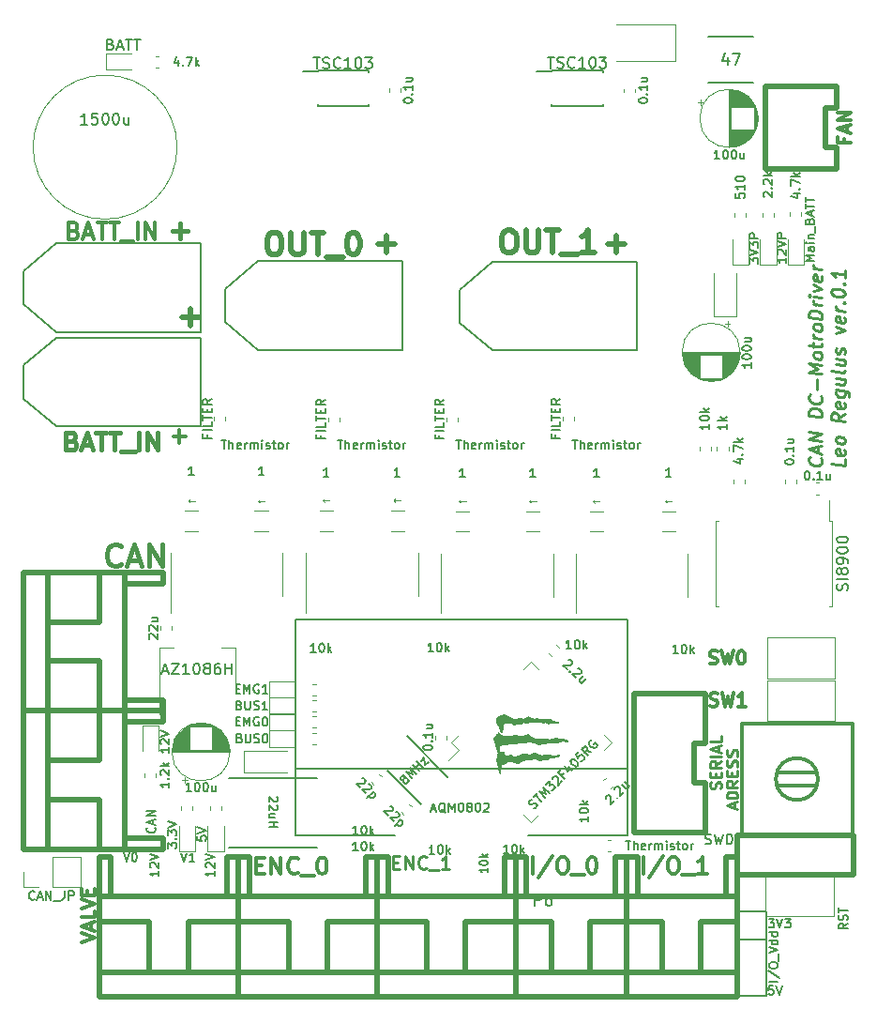
<source format=gbr>
G04 #@! TF.GenerationSoftware,KiCad,Pcbnew,(5.1.4)-1*
G04 #@! TF.CreationDate,2020-03-02T10:30:10+09:00*
G04 #@! TF.ProjectId,NormalMD,4e6f726d-616c-44d4-942e-6b696361645f,rev?*
G04 #@! TF.SameCoordinates,Original*
G04 #@! TF.FileFunction,Legend,Top*
G04 #@! TF.FilePolarity,Positive*
%FSLAX46Y46*%
G04 Gerber Fmt 4.6, Leading zero omitted, Abs format (unit mm)*
G04 Created by KiCad (PCBNEW (5.1.4)-1) date 2020-03-02 10:30:10*
%MOMM*%
%LPD*%
G04 APERTURE LIST*
%ADD10C,0.200000*%
%ADD11C,0.150000*%
%ADD12C,0.375000*%
%ADD13C,0.100000*%
%ADD14C,0.250000*%
%ADD15C,0.500000*%
%ADD16C,0.450000*%
%ADD17C,0.120000*%
%ADD18C,0.300000*%
%ADD19C,0.010000*%
%ADD20C,0.400000*%
G04 APERTURE END LIST*
D10*
X86752380Y-126061904D02*
X87019047Y-126861904D01*
X87285714Y-126061904D01*
X87971428Y-126861904D02*
X87514285Y-126861904D01*
X87742857Y-126861904D02*
X87742857Y-126061904D01*
X87666666Y-126176190D01*
X87590476Y-126252380D01*
X87514285Y-126290476D01*
D11*
X89761904Y-127695238D02*
X89761904Y-128152380D01*
X89761904Y-127923809D02*
X88961904Y-127923809D01*
X89076190Y-128000000D01*
X89152380Y-128076190D01*
X89190476Y-128152380D01*
X89038095Y-127390476D02*
X89000000Y-127352380D01*
X88961904Y-127276190D01*
X88961904Y-127085714D01*
X89000000Y-127009523D01*
X89038095Y-126971428D01*
X89114285Y-126933333D01*
X89190476Y-126933333D01*
X89304761Y-126971428D01*
X89761904Y-127428571D01*
X89761904Y-126933333D01*
X88961904Y-126704761D02*
X89761904Y-126438095D01*
X88961904Y-126171428D01*
X84761904Y-127695238D02*
X84761904Y-128152380D01*
X84761904Y-127923809D02*
X83961904Y-127923809D01*
X84076190Y-128000000D01*
X84152380Y-128076190D01*
X84190476Y-128152380D01*
X84038095Y-127390476D02*
X84000000Y-127352380D01*
X83961904Y-127276190D01*
X83961904Y-127085714D01*
X84000000Y-127009523D01*
X84038095Y-126971428D01*
X84114285Y-126933333D01*
X84190476Y-126933333D01*
X84304761Y-126971428D01*
X84761904Y-127428571D01*
X84761904Y-126933333D01*
X83961904Y-126704761D02*
X84761904Y-126438095D01*
X83961904Y-126171428D01*
D12*
X86607142Y-89071428D02*
X86607142Y-87928571D01*
X87178571Y-88500000D02*
X86035714Y-88500000D01*
D11*
X139809523Y-132011904D02*
X140304761Y-132011904D01*
X140038095Y-132316666D01*
X140152380Y-132316666D01*
X140228571Y-132354761D01*
X140266666Y-132392857D01*
X140304761Y-132469047D01*
X140304761Y-132659523D01*
X140266666Y-132735714D01*
X140228571Y-132773809D01*
X140152380Y-132811904D01*
X139923809Y-132811904D01*
X139847619Y-132773809D01*
X139809523Y-132735714D01*
X140533333Y-132011904D02*
X140800000Y-132811904D01*
X141066666Y-132011904D01*
X141257142Y-132011904D02*
X141752380Y-132011904D01*
X141485714Y-132316666D01*
X141600000Y-132316666D01*
X141676190Y-132354761D01*
X141714285Y-132392857D01*
X141752380Y-132469047D01*
X141752380Y-132659523D01*
X141714285Y-132735714D01*
X141676190Y-132773809D01*
X141600000Y-132811904D01*
X141371428Y-132811904D01*
X141295238Y-132773809D01*
X141257142Y-132735714D01*
X140197619Y-138061904D02*
X139816666Y-138061904D01*
X139778571Y-138442857D01*
X139816666Y-138404761D01*
X139892857Y-138366666D01*
X140083333Y-138366666D01*
X140159523Y-138404761D01*
X140197619Y-138442857D01*
X140235714Y-138519047D01*
X140235714Y-138709523D01*
X140197619Y-138785714D01*
X140159523Y-138823809D01*
X140083333Y-138861904D01*
X139892857Y-138861904D01*
X139816666Y-138823809D01*
X139778571Y-138785714D01*
X140464285Y-138061904D02*
X140730952Y-138861904D01*
X140997619Y-138061904D01*
D13*
X131054761Y-94307142D02*
X130445238Y-94307142D01*
X130597619Y-94459523D02*
X130445238Y-94307142D01*
X130597619Y-94154761D01*
X124554761Y-94357142D02*
X123945238Y-94357142D01*
X124097619Y-94509523D02*
X123945238Y-94357142D01*
X124097619Y-94204761D01*
X118804761Y-94307142D02*
X118195238Y-94307142D01*
X118347619Y-94459523D02*
X118195238Y-94307142D01*
X118347619Y-94154761D01*
X112454761Y-94307142D02*
X111845238Y-94307142D01*
X111997619Y-94459523D02*
X111845238Y-94307142D01*
X111997619Y-94154761D01*
X106554761Y-94257142D02*
X105945238Y-94257142D01*
X106097619Y-94409523D02*
X105945238Y-94257142D01*
X106097619Y-94104761D01*
X100154761Y-94257142D02*
X99545238Y-94257142D01*
X99697619Y-94409523D02*
X99545238Y-94257142D01*
X99697619Y-94104761D01*
X94304761Y-94307142D02*
X93695238Y-94307142D01*
X93847619Y-94459523D02*
X93695238Y-94307142D01*
X93847619Y-94154761D01*
X88004761Y-94307142D02*
X87395238Y-94307142D01*
X87547619Y-94459523D02*
X87395238Y-94307142D01*
X87547619Y-94154761D01*
D11*
X81552380Y-126011904D02*
X81819047Y-126811904D01*
X82085714Y-126011904D01*
X82504761Y-126011904D02*
X82580952Y-126011904D01*
X82657142Y-126050000D01*
X82695238Y-126088095D01*
X82733333Y-126164285D01*
X82771428Y-126316666D01*
X82771428Y-126507142D01*
X82733333Y-126659523D01*
X82695238Y-126735714D01*
X82657142Y-126773809D01*
X82580952Y-126811904D01*
X82504761Y-126811904D01*
X82428571Y-126773809D01*
X82390476Y-126735714D01*
X82352380Y-126659523D01*
X82314285Y-126507142D01*
X82314285Y-126316666D01*
X82352380Y-126164285D01*
X82390476Y-126088095D01*
X82428571Y-126050000D01*
X82504761Y-126011904D01*
D14*
X144503571Y-90444642D02*
X144560714Y-90508928D01*
X144617857Y-90687500D01*
X144617857Y-90801785D01*
X144560714Y-90966071D01*
X144446428Y-91066071D01*
X144332142Y-91108928D01*
X144103571Y-91137500D01*
X143932142Y-91116071D01*
X143703571Y-91030357D01*
X143589285Y-90958928D01*
X143475000Y-90830357D01*
X143417857Y-90651785D01*
X143417857Y-90537500D01*
X143475000Y-90373214D01*
X143532142Y-90323214D01*
X144275000Y-89958928D02*
X144275000Y-89387500D01*
X144617857Y-90116071D02*
X143417857Y-89566071D01*
X144617857Y-89316071D01*
X144617857Y-88916071D02*
X143417857Y-88766071D01*
X144617857Y-88230357D01*
X143417857Y-88080357D01*
X144617857Y-86744642D02*
X143417857Y-86594642D01*
X143417857Y-86308928D01*
X143475000Y-86144642D01*
X143589285Y-86044642D01*
X143703571Y-86001785D01*
X143932142Y-85973214D01*
X144103571Y-85994642D01*
X144332142Y-86080357D01*
X144446428Y-86151785D01*
X144560714Y-86280357D01*
X144617857Y-86458928D01*
X144617857Y-86744642D01*
X144503571Y-84844642D02*
X144560714Y-84908928D01*
X144617857Y-85087500D01*
X144617857Y-85201785D01*
X144560714Y-85366071D01*
X144446428Y-85466071D01*
X144332142Y-85508928D01*
X144103571Y-85537500D01*
X143932142Y-85516071D01*
X143703571Y-85430357D01*
X143589285Y-85358928D01*
X143475000Y-85230357D01*
X143417857Y-85051785D01*
X143417857Y-84937500D01*
X143475000Y-84773214D01*
X143532142Y-84723214D01*
X144160714Y-84287500D02*
X144160714Y-83373214D01*
X144617857Y-82858928D02*
X143417857Y-82708928D01*
X144275000Y-82416071D01*
X143417857Y-81908928D01*
X144617857Y-82058928D01*
X144617857Y-81316071D02*
X144560714Y-81423214D01*
X144503571Y-81473214D01*
X144389285Y-81516071D01*
X144046428Y-81473214D01*
X143932142Y-81401785D01*
X143875000Y-81337500D01*
X143817857Y-81216071D01*
X143817857Y-81044642D01*
X143875000Y-80937500D01*
X143932142Y-80887500D01*
X144046428Y-80844642D01*
X144389285Y-80887500D01*
X144503571Y-80958928D01*
X144560714Y-81023214D01*
X144617857Y-81144642D01*
X144617857Y-81316071D01*
X143817857Y-80473214D02*
X143817857Y-80016071D01*
X143417857Y-80251785D02*
X144446428Y-80380357D01*
X144560714Y-80337500D01*
X144617857Y-80230357D01*
X144617857Y-80116071D01*
X144617857Y-79716071D02*
X143817857Y-79616071D01*
X144046428Y-79644642D02*
X143932142Y-79573214D01*
X143875000Y-79508928D01*
X143817857Y-79387500D01*
X143817857Y-79273214D01*
X144617857Y-78801785D02*
X144560714Y-78908928D01*
X144503571Y-78958928D01*
X144389285Y-79001785D01*
X144046428Y-78958928D01*
X143932142Y-78887500D01*
X143875000Y-78823214D01*
X143817857Y-78701785D01*
X143817857Y-78530357D01*
X143875000Y-78423214D01*
X143932142Y-78373214D01*
X144046428Y-78330357D01*
X144389285Y-78373214D01*
X144503571Y-78444642D01*
X144560714Y-78508928D01*
X144617857Y-78630357D01*
X144617857Y-78801785D01*
X144617857Y-77887500D02*
X143417857Y-77737500D01*
X143417857Y-77451785D01*
X143475000Y-77287500D01*
X143589285Y-77187500D01*
X143703571Y-77144642D01*
X143932142Y-77116071D01*
X144103571Y-77137500D01*
X144332142Y-77223214D01*
X144446428Y-77294642D01*
X144560714Y-77423214D01*
X144617857Y-77601785D01*
X144617857Y-77887500D01*
X144617857Y-76687500D02*
X143817857Y-76587500D01*
X144046428Y-76616071D02*
X143932142Y-76544642D01*
X143875000Y-76480357D01*
X143817857Y-76358928D01*
X143817857Y-76244642D01*
X144617857Y-75944642D02*
X143817857Y-75844642D01*
X143417857Y-75794642D02*
X143475000Y-75858928D01*
X143532142Y-75808928D01*
X143475000Y-75744642D01*
X143417857Y-75794642D01*
X143532142Y-75808928D01*
X143817857Y-75387500D02*
X144617857Y-75201785D01*
X143817857Y-74816071D01*
X144560714Y-73994642D02*
X144617857Y-74116071D01*
X144617857Y-74344642D01*
X144560714Y-74451785D01*
X144446428Y-74494642D01*
X143989285Y-74437500D01*
X143875000Y-74366071D01*
X143817857Y-74244642D01*
X143817857Y-74016071D01*
X143875000Y-73908928D01*
X143989285Y-73866071D01*
X144103571Y-73880357D01*
X144217857Y-74466071D01*
X144617857Y-73430357D02*
X143817857Y-73330357D01*
X144046428Y-73358928D02*
X143932142Y-73287500D01*
X143875000Y-73223214D01*
X143817857Y-73101785D01*
X143817857Y-72987500D01*
X146667857Y-90573214D02*
X146667857Y-91144642D01*
X145467857Y-90994642D01*
X146610714Y-89708928D02*
X146667857Y-89830357D01*
X146667857Y-90058928D01*
X146610714Y-90166071D01*
X146496428Y-90208928D01*
X146039285Y-90151785D01*
X145925000Y-90080357D01*
X145867857Y-89958928D01*
X145867857Y-89730357D01*
X145925000Y-89623214D01*
X146039285Y-89580357D01*
X146153571Y-89594642D01*
X146267857Y-90180357D01*
X146667857Y-88973214D02*
X146610714Y-89080357D01*
X146553571Y-89130357D01*
X146439285Y-89173214D01*
X146096428Y-89130357D01*
X145982142Y-89058928D01*
X145925000Y-88994642D01*
X145867857Y-88873214D01*
X145867857Y-88701785D01*
X145925000Y-88594642D01*
X145982142Y-88544642D01*
X146096428Y-88501785D01*
X146439285Y-88544642D01*
X146553571Y-88616071D01*
X146610714Y-88680357D01*
X146667857Y-88801785D01*
X146667857Y-88973214D01*
X146667857Y-86458928D02*
X146096428Y-86787500D01*
X146667857Y-87144642D02*
X145467857Y-86994642D01*
X145467857Y-86537500D01*
X145525000Y-86430357D01*
X145582142Y-86380357D01*
X145696428Y-86337500D01*
X145867857Y-86358928D01*
X145982142Y-86430357D01*
X146039285Y-86494642D01*
X146096428Y-86616071D01*
X146096428Y-87073214D01*
X146610714Y-85480357D02*
X146667857Y-85601785D01*
X146667857Y-85830357D01*
X146610714Y-85937500D01*
X146496428Y-85980357D01*
X146039285Y-85923214D01*
X145925000Y-85851785D01*
X145867857Y-85730357D01*
X145867857Y-85501785D01*
X145925000Y-85394642D01*
X146039285Y-85351785D01*
X146153571Y-85366071D01*
X146267857Y-85951785D01*
X145867857Y-84301785D02*
X146839285Y-84423214D01*
X146953571Y-84494642D01*
X147010714Y-84558928D01*
X147067857Y-84680357D01*
X147067857Y-84851785D01*
X147010714Y-84958928D01*
X146610714Y-84394642D02*
X146667857Y-84516071D01*
X146667857Y-84744642D01*
X146610714Y-84851785D01*
X146553571Y-84901785D01*
X146439285Y-84944642D01*
X146096428Y-84901785D01*
X145982142Y-84830357D01*
X145925000Y-84766071D01*
X145867857Y-84644642D01*
X145867857Y-84416071D01*
X145925000Y-84308928D01*
X145867857Y-83216071D02*
X146667857Y-83316071D01*
X145867857Y-83730357D02*
X146496428Y-83808928D01*
X146610714Y-83766071D01*
X146667857Y-83658928D01*
X146667857Y-83487500D01*
X146610714Y-83366071D01*
X146553571Y-83301785D01*
X146667857Y-82573214D02*
X146610714Y-82680357D01*
X146496428Y-82723214D01*
X145467857Y-82594642D01*
X145867857Y-81501785D02*
X146667857Y-81601785D01*
X145867857Y-82016071D02*
X146496428Y-82094642D01*
X146610714Y-82051785D01*
X146667857Y-81944642D01*
X146667857Y-81773214D01*
X146610714Y-81651785D01*
X146553571Y-81587500D01*
X146610714Y-81080357D02*
X146667857Y-80973214D01*
X146667857Y-80744642D01*
X146610714Y-80623214D01*
X146496428Y-80551785D01*
X146439285Y-80544642D01*
X146325000Y-80587500D01*
X146267857Y-80694642D01*
X146267857Y-80866071D01*
X146210714Y-80973214D01*
X146096428Y-81016071D01*
X146039285Y-81008928D01*
X145925000Y-80937500D01*
X145867857Y-80816071D01*
X145867857Y-80644642D01*
X145925000Y-80537500D01*
X145867857Y-79158928D02*
X146667857Y-78973214D01*
X145867857Y-78587500D01*
X146610714Y-77766071D02*
X146667857Y-77887500D01*
X146667857Y-78116071D01*
X146610714Y-78223214D01*
X146496428Y-78266071D01*
X146039285Y-78208928D01*
X145925000Y-78137500D01*
X145867857Y-78016071D01*
X145867857Y-77787500D01*
X145925000Y-77680357D01*
X146039285Y-77637500D01*
X146153571Y-77651785D01*
X146267857Y-78237500D01*
X146667857Y-77201785D02*
X145867857Y-77101785D01*
X146096428Y-77130357D02*
X145982142Y-77058928D01*
X145925000Y-76994642D01*
X145867857Y-76873214D01*
X145867857Y-76758928D01*
X146553571Y-76444642D02*
X146610714Y-76394642D01*
X146667857Y-76458928D01*
X146610714Y-76508928D01*
X146553571Y-76444642D01*
X146667857Y-76458928D01*
X145467857Y-75508928D02*
X145467857Y-75394642D01*
X145525000Y-75287500D01*
X145582142Y-75237500D01*
X145696428Y-75194642D01*
X145925000Y-75166071D01*
X146210714Y-75201785D01*
X146439285Y-75287500D01*
X146553571Y-75358928D01*
X146610714Y-75423214D01*
X146667857Y-75544642D01*
X146667857Y-75658928D01*
X146610714Y-75766071D01*
X146553571Y-75816071D01*
X146439285Y-75858928D01*
X146210714Y-75887500D01*
X145925000Y-75851785D01*
X145696428Y-75766071D01*
X145582142Y-75694642D01*
X145525000Y-75630357D01*
X145467857Y-75508928D01*
X146553571Y-74730357D02*
X146610714Y-74680357D01*
X146667857Y-74744642D01*
X146610714Y-74794642D01*
X146553571Y-74730357D01*
X146667857Y-74744642D01*
X146667857Y-73544642D02*
X146667857Y-74230357D01*
X146667857Y-73887500D02*
X145467857Y-73737500D01*
X145639285Y-73873214D01*
X145753571Y-74001785D01*
X145810714Y-74123214D01*
D15*
X126057142Y-70388095D02*
X126057142Y-71911904D01*
X125295238Y-71150000D02*
X126819047Y-71150000D01*
X105257142Y-70388095D02*
X105257142Y-71911904D01*
X104495238Y-71150000D02*
X106019047Y-71150000D01*
X87642857Y-78511904D02*
X87642857Y-76988095D01*
X88404761Y-77750000D02*
X86880952Y-77750000D01*
D16*
X86678571Y-70635714D02*
X86678571Y-69264285D01*
X87364285Y-69950000D02*
X85992857Y-69950000D01*
D17*
X124904880Y-116746751D02*
X125576631Y-116075000D01*
X125576631Y-116075000D02*
X124904880Y-115403249D01*
X119021751Y-122629880D02*
X118350000Y-123301631D01*
X118350000Y-123301631D02*
X117678249Y-122629880D01*
X117678249Y-109520120D02*
X118350000Y-108848369D01*
X118350000Y-108848369D02*
X119021751Y-109520120D01*
X111795120Y-115403249D02*
X111123369Y-116075000D01*
X111123369Y-116075000D02*
X111795120Y-116746751D01*
X111795120Y-116746751D02*
X110847597Y-117694275D01*
D11*
X127900000Y-72750000D02*
X127900000Y-80750000D01*
X111900000Y-75250000D02*
X111900000Y-78250000D01*
X114900000Y-72750000D02*
X127900000Y-72750000D01*
X111900000Y-75250000D02*
X114900000Y-72750000D01*
X114900000Y-80750000D02*
X127900000Y-80750000D01*
X111900000Y-78250000D02*
X114900000Y-80750000D01*
X106700000Y-72700000D02*
X106700000Y-80700000D01*
X90700000Y-75200000D02*
X90700000Y-78200000D01*
X93700000Y-72700000D02*
X106700000Y-72700000D01*
X90700000Y-75200000D02*
X93700000Y-72700000D01*
X93700000Y-80700000D02*
X106700000Y-80700000D01*
X90700000Y-78200000D02*
X93700000Y-80700000D01*
D18*
X144250000Y-119400000D02*
G75*
G03X144250000Y-119400000I-1900000J0D01*
G01*
X144150000Y-118800000D02*
X140650000Y-118800000D01*
X144150000Y-120000000D02*
X140550000Y-120000000D01*
X147350000Y-124400000D02*
X137350000Y-124400000D01*
X137350000Y-124400000D02*
X137350000Y-114400000D01*
X137350000Y-114400000D02*
X147350000Y-114400000D01*
X147350000Y-114400000D02*
X147350000Y-124400000D01*
D17*
X126715000Y-57462779D02*
X126715000Y-57137221D01*
X127735000Y-57462779D02*
X127735000Y-57137221D01*
D10*
X97050000Y-118500000D02*
X127050000Y-118500000D01*
X97050000Y-124500000D02*
X97050000Y-105000000D01*
X97050000Y-105000000D02*
X127050000Y-105000000D01*
X127050000Y-105000000D02*
X127050000Y-124500000D01*
X118050000Y-124500000D02*
X127050000Y-124500000D01*
X106050000Y-124500000D02*
X97050000Y-124500000D01*
D15*
X91900000Y-126450000D02*
X90900000Y-126450000D01*
X90900000Y-126450000D02*
X90900000Y-129950000D01*
X79400000Y-126450000D02*
X80400000Y-126450000D01*
X80400000Y-126450000D02*
X80400000Y-129950000D01*
X91900000Y-129950000D02*
X79400000Y-129950000D01*
X87400000Y-132250000D02*
X91900000Y-132250000D01*
X83900000Y-132250000D02*
X79400000Y-132250000D01*
X87400000Y-132250000D02*
X87400000Y-136850000D01*
X83900000Y-132250000D02*
X83900000Y-136850000D01*
X79400000Y-136850000D02*
X91900000Y-136850000D01*
X91900000Y-126450000D02*
X91900000Y-139050000D01*
X91900000Y-139050000D02*
X79400000Y-139050000D01*
X79400000Y-126450000D02*
X79400000Y-139050000D01*
D17*
X134990000Y-99950000D02*
X134990000Y-103810000D01*
X134990000Y-103810000D02*
X135245000Y-103810000D01*
X134990000Y-99950000D02*
X134990000Y-96090000D01*
X134990000Y-96090000D02*
X135245000Y-96090000D01*
X145510000Y-99950000D02*
X145510000Y-103810000D01*
X145510000Y-103810000D02*
X145255000Y-103810000D01*
X145510000Y-99950000D02*
X145510000Y-96090000D01*
X145510000Y-96090000D02*
X145255000Y-96090000D01*
X145255000Y-96090000D02*
X145255000Y-94275000D01*
D15*
X85150000Y-125750000D02*
X85150000Y-124750000D01*
X85150000Y-124750000D02*
X81650000Y-124750000D01*
X85150000Y-113250000D02*
X85150000Y-114250000D01*
X85150000Y-114250000D02*
X81650000Y-114250000D01*
X81650000Y-125750000D02*
X81650000Y-113250000D01*
X79350000Y-121250000D02*
X79350000Y-125750000D01*
X79350000Y-117750000D02*
X79350000Y-113250000D01*
X79350000Y-121250000D02*
X74750000Y-121250000D01*
X79350000Y-117750000D02*
X74750000Y-117750000D01*
X74750000Y-113250000D02*
X74750000Y-125750000D01*
X85150000Y-125750000D02*
X72550000Y-125750000D01*
X72550000Y-125750000D02*
X72550000Y-113250000D01*
X85150000Y-113250000D02*
X72550000Y-113250000D01*
X85150000Y-100750000D02*
X72550000Y-100750000D01*
X72550000Y-113250000D02*
X72550000Y-100750000D01*
X85150000Y-113250000D02*
X72550000Y-113250000D01*
X74750000Y-100750000D02*
X74750000Y-113250000D01*
X79350000Y-105250000D02*
X74750000Y-105250000D01*
X79350000Y-108750000D02*
X74750000Y-108750000D01*
X79350000Y-105250000D02*
X79350000Y-100750000D01*
X79350000Y-108750000D02*
X79350000Y-113250000D01*
X81650000Y-113250000D02*
X81650000Y-100750000D01*
X85150000Y-101750000D02*
X81650000Y-101750000D01*
X85150000Y-100750000D02*
X85150000Y-101750000D01*
X85150000Y-112250000D02*
X81650000Y-112250000D01*
X85150000Y-113250000D02*
X85150000Y-112250000D01*
X91950000Y-126450000D02*
X91950000Y-139050000D01*
X104450000Y-139050000D02*
X91950000Y-139050000D01*
X104450000Y-126450000D02*
X104450000Y-139050000D01*
X91950000Y-136850000D02*
X104450000Y-136850000D01*
X96450000Y-132250000D02*
X96450000Y-136850000D01*
X99950000Y-132250000D02*
X99950000Y-136850000D01*
X96450000Y-132250000D02*
X91950000Y-132250000D01*
X99950000Y-132250000D02*
X104450000Y-132250000D01*
X104450000Y-129950000D02*
X91950000Y-129950000D01*
X92950000Y-126450000D02*
X92950000Y-129950000D01*
X91950000Y-126450000D02*
X92950000Y-126450000D01*
X103450000Y-126450000D02*
X103450000Y-129950000D01*
X104450000Y-126450000D02*
X103450000Y-126450000D01*
X116950000Y-126450000D02*
X115950000Y-126450000D01*
X115950000Y-126450000D02*
X115950000Y-129950000D01*
X104450000Y-126450000D02*
X105450000Y-126450000D01*
X105450000Y-126450000D02*
X105450000Y-129950000D01*
X116950000Y-129950000D02*
X104450000Y-129950000D01*
X112450000Y-132250000D02*
X116950000Y-132250000D01*
X108950000Y-132250000D02*
X104450000Y-132250000D01*
X112450000Y-132250000D02*
X112450000Y-136850000D01*
X108950000Y-132250000D02*
X108950000Y-136850000D01*
X104450000Y-136850000D02*
X116950000Y-136850000D01*
X116950000Y-126450000D02*
X116950000Y-139050000D01*
X116950000Y-139050000D02*
X104450000Y-139050000D01*
X104450000Y-126450000D02*
X104450000Y-139050000D01*
X139500000Y-56900000D02*
X139500000Y-64400000D01*
X145900000Y-56900000D02*
X139500000Y-56900000D01*
X139500000Y-64400000D02*
X145900000Y-64400000D01*
X145900000Y-58900000D02*
X145900000Y-56900000D01*
X144900000Y-58900000D02*
X145900000Y-58900000D01*
X144900000Y-62400000D02*
X144900000Y-58900000D01*
X145900000Y-62400000D02*
X144900000Y-62400000D01*
X145900000Y-64400000D02*
X145900000Y-62400000D01*
X134075000Y-124200000D02*
X134075000Y-119700000D01*
X134075000Y-119700000D02*
X133075000Y-119700000D01*
X133075000Y-119700000D02*
X133075000Y-116200000D01*
X133075000Y-116200000D02*
X134075000Y-116200000D01*
X134075000Y-116200000D02*
X134075000Y-111700000D01*
X127675000Y-111700000D02*
X127675000Y-124200000D01*
X134075000Y-111700000D02*
X127675000Y-111700000D01*
X127675000Y-124200000D02*
X134075000Y-124200000D01*
X136950000Y-124500000D02*
X136950000Y-128000000D01*
X147450000Y-124500000D02*
X136950000Y-124500000D01*
X147450000Y-128000000D02*
X136950000Y-128000000D01*
X147450000Y-128000000D02*
X147450000Y-124500000D01*
D11*
X72500000Y-85100000D02*
X75500000Y-87600000D01*
X75500000Y-87600000D02*
X88500000Y-87600000D01*
X72500000Y-82100000D02*
X75500000Y-79600000D01*
X75500000Y-79600000D02*
X88500000Y-79600000D01*
X72500000Y-82100000D02*
X72500000Y-85100000D01*
X88500000Y-79600000D02*
X88500000Y-87600000D01*
X88500000Y-71100000D02*
X88500000Y-79100000D01*
X72500000Y-73600000D02*
X72500000Y-76600000D01*
X75500000Y-71100000D02*
X88500000Y-71100000D01*
X72500000Y-73600000D02*
X75500000Y-71100000D01*
X75500000Y-79100000D02*
X88500000Y-79100000D01*
X72500000Y-76600000D02*
X75500000Y-79100000D01*
X108436396Y-121665559D02*
X105395837Y-118625000D01*
X107128249Y-115549086D02*
X110840559Y-119261396D01*
D17*
X103917426Y-119663675D02*
X104147631Y-119893880D01*
X104638675Y-118942426D02*
X104868880Y-119172631D01*
X106854478Y-122600727D02*
X106624273Y-122370522D01*
X107575727Y-121879478D02*
X107345522Y-121649273D01*
X110720000Y-115487221D02*
X110720000Y-115812779D01*
X109700000Y-115487221D02*
X109700000Y-115812779D01*
X125800727Y-120020522D02*
X125570522Y-120250727D01*
X125079478Y-119299273D02*
X124849273Y-119529478D01*
X120866868Y-107538025D02*
X120628770Y-107315995D01*
X120171230Y-108284005D02*
X119933132Y-108061975D01*
X144037221Y-92690000D02*
X144362779Y-92690000D01*
X144037221Y-93710000D02*
X144362779Y-93710000D01*
X142260000Y-92712779D02*
X142260000Y-92387221D01*
X141240000Y-92712779D02*
X141240000Y-92387221D01*
X138820000Y-59800000D02*
G75*
G03X138820000Y-59800000I-2620000J0D01*
G01*
X136200000Y-57220000D02*
X136200000Y-62380000D01*
X136240000Y-57220000D02*
X136240000Y-62380000D01*
X136280000Y-57221000D02*
X136280000Y-62379000D01*
X136320000Y-57222000D02*
X136320000Y-62378000D01*
X136360000Y-57224000D02*
X136360000Y-62376000D01*
X136400000Y-57227000D02*
X136400000Y-62373000D01*
X136440000Y-57231000D02*
X136440000Y-58760000D01*
X136440000Y-60840000D02*
X136440000Y-62369000D01*
X136480000Y-57235000D02*
X136480000Y-58760000D01*
X136480000Y-60840000D02*
X136480000Y-62365000D01*
X136520000Y-57239000D02*
X136520000Y-58760000D01*
X136520000Y-60840000D02*
X136520000Y-62361000D01*
X136560000Y-57244000D02*
X136560000Y-58760000D01*
X136560000Y-60840000D02*
X136560000Y-62356000D01*
X136600000Y-57250000D02*
X136600000Y-58760000D01*
X136600000Y-60840000D02*
X136600000Y-62350000D01*
X136640000Y-57257000D02*
X136640000Y-58760000D01*
X136640000Y-60840000D02*
X136640000Y-62343000D01*
X136680000Y-57264000D02*
X136680000Y-58760000D01*
X136680000Y-60840000D02*
X136680000Y-62336000D01*
X136720000Y-57272000D02*
X136720000Y-58760000D01*
X136720000Y-60840000D02*
X136720000Y-62328000D01*
X136760000Y-57280000D02*
X136760000Y-58760000D01*
X136760000Y-60840000D02*
X136760000Y-62320000D01*
X136800000Y-57289000D02*
X136800000Y-58760000D01*
X136800000Y-60840000D02*
X136800000Y-62311000D01*
X136840000Y-57299000D02*
X136840000Y-58760000D01*
X136840000Y-60840000D02*
X136840000Y-62301000D01*
X136880000Y-57309000D02*
X136880000Y-58760000D01*
X136880000Y-60840000D02*
X136880000Y-62291000D01*
X136921000Y-57320000D02*
X136921000Y-58760000D01*
X136921000Y-60840000D02*
X136921000Y-62280000D01*
X136961000Y-57332000D02*
X136961000Y-58760000D01*
X136961000Y-60840000D02*
X136961000Y-62268000D01*
X137001000Y-57345000D02*
X137001000Y-58760000D01*
X137001000Y-60840000D02*
X137001000Y-62255000D01*
X137041000Y-57358000D02*
X137041000Y-58760000D01*
X137041000Y-60840000D02*
X137041000Y-62242000D01*
X137081000Y-57372000D02*
X137081000Y-58760000D01*
X137081000Y-60840000D02*
X137081000Y-62228000D01*
X137121000Y-57386000D02*
X137121000Y-58760000D01*
X137121000Y-60840000D02*
X137121000Y-62214000D01*
X137161000Y-57402000D02*
X137161000Y-58760000D01*
X137161000Y-60840000D02*
X137161000Y-62198000D01*
X137201000Y-57418000D02*
X137201000Y-58760000D01*
X137201000Y-60840000D02*
X137201000Y-62182000D01*
X137241000Y-57435000D02*
X137241000Y-58760000D01*
X137241000Y-60840000D02*
X137241000Y-62165000D01*
X137281000Y-57452000D02*
X137281000Y-58760000D01*
X137281000Y-60840000D02*
X137281000Y-62148000D01*
X137321000Y-57471000D02*
X137321000Y-58760000D01*
X137321000Y-60840000D02*
X137321000Y-62129000D01*
X137361000Y-57490000D02*
X137361000Y-58760000D01*
X137361000Y-60840000D02*
X137361000Y-62110000D01*
X137401000Y-57510000D02*
X137401000Y-58760000D01*
X137401000Y-60840000D02*
X137401000Y-62090000D01*
X137441000Y-57532000D02*
X137441000Y-58760000D01*
X137441000Y-60840000D02*
X137441000Y-62068000D01*
X137481000Y-57553000D02*
X137481000Y-58760000D01*
X137481000Y-60840000D02*
X137481000Y-62047000D01*
X137521000Y-57576000D02*
X137521000Y-58760000D01*
X137521000Y-60840000D02*
X137521000Y-62024000D01*
X137561000Y-57600000D02*
X137561000Y-58760000D01*
X137561000Y-60840000D02*
X137561000Y-62000000D01*
X137601000Y-57625000D02*
X137601000Y-58760000D01*
X137601000Y-60840000D02*
X137601000Y-61975000D01*
X137641000Y-57651000D02*
X137641000Y-58760000D01*
X137641000Y-60840000D02*
X137641000Y-61949000D01*
X137681000Y-57678000D02*
X137681000Y-58760000D01*
X137681000Y-60840000D02*
X137681000Y-61922000D01*
X137721000Y-57705000D02*
X137721000Y-58760000D01*
X137721000Y-60840000D02*
X137721000Y-61895000D01*
X137761000Y-57735000D02*
X137761000Y-58760000D01*
X137761000Y-60840000D02*
X137761000Y-61865000D01*
X137801000Y-57765000D02*
X137801000Y-58760000D01*
X137801000Y-60840000D02*
X137801000Y-61835000D01*
X137841000Y-57796000D02*
X137841000Y-58760000D01*
X137841000Y-60840000D02*
X137841000Y-61804000D01*
X137881000Y-57829000D02*
X137881000Y-58760000D01*
X137881000Y-60840000D02*
X137881000Y-61771000D01*
X137921000Y-57863000D02*
X137921000Y-58760000D01*
X137921000Y-60840000D02*
X137921000Y-61737000D01*
X137961000Y-57899000D02*
X137961000Y-58760000D01*
X137961000Y-60840000D02*
X137961000Y-61701000D01*
X138001000Y-57936000D02*
X138001000Y-58760000D01*
X138001000Y-60840000D02*
X138001000Y-61664000D01*
X138041000Y-57974000D02*
X138041000Y-58760000D01*
X138041000Y-60840000D02*
X138041000Y-61626000D01*
X138081000Y-58015000D02*
X138081000Y-58760000D01*
X138081000Y-60840000D02*
X138081000Y-61585000D01*
X138121000Y-58057000D02*
X138121000Y-58760000D01*
X138121000Y-60840000D02*
X138121000Y-61543000D01*
X138161000Y-58101000D02*
X138161000Y-58760000D01*
X138161000Y-60840000D02*
X138161000Y-61499000D01*
X138201000Y-58147000D02*
X138201000Y-58760000D01*
X138201000Y-60840000D02*
X138201000Y-61453000D01*
X138241000Y-58195000D02*
X138241000Y-58760000D01*
X138241000Y-60840000D02*
X138241000Y-61405000D01*
X138281000Y-58246000D02*
X138281000Y-58760000D01*
X138281000Y-60840000D02*
X138281000Y-61354000D01*
X138321000Y-58300000D02*
X138321000Y-58760000D01*
X138321000Y-60840000D02*
X138321000Y-61300000D01*
X138361000Y-58357000D02*
X138361000Y-58760000D01*
X138361000Y-60840000D02*
X138361000Y-61243000D01*
X138401000Y-58417000D02*
X138401000Y-58760000D01*
X138401000Y-60840000D02*
X138401000Y-61183000D01*
X138441000Y-58481000D02*
X138441000Y-58760000D01*
X138441000Y-60840000D02*
X138441000Y-61119000D01*
X138481000Y-58549000D02*
X138481000Y-58760000D01*
X138481000Y-60840000D02*
X138481000Y-61051000D01*
X138521000Y-58622000D02*
X138521000Y-60978000D01*
X138561000Y-58702000D02*
X138561000Y-60898000D01*
X138601000Y-58789000D02*
X138601000Y-60811000D01*
X138641000Y-58885000D02*
X138641000Y-60715000D01*
X138681000Y-58995000D02*
X138681000Y-60605000D01*
X138721000Y-59123000D02*
X138721000Y-60477000D01*
X138761000Y-59282000D02*
X138761000Y-60318000D01*
X138801000Y-59516000D02*
X138801000Y-60084000D01*
X133395225Y-58325000D02*
X133895225Y-58325000D01*
X133645225Y-58075000D02*
X133645225Y-58575000D01*
X91170000Y-116950000D02*
G75*
G03X91170000Y-116950000I-2620000J0D01*
G01*
X85970000Y-116950000D02*
X91130000Y-116950000D01*
X85970000Y-116910000D02*
X91130000Y-116910000D01*
X85971000Y-116870000D02*
X91129000Y-116870000D01*
X85972000Y-116830000D02*
X91128000Y-116830000D01*
X85974000Y-116790000D02*
X91126000Y-116790000D01*
X85977000Y-116750000D02*
X91123000Y-116750000D01*
X85981000Y-116710000D02*
X87510000Y-116710000D01*
X89590000Y-116710000D02*
X91119000Y-116710000D01*
X85985000Y-116670000D02*
X87510000Y-116670000D01*
X89590000Y-116670000D02*
X91115000Y-116670000D01*
X85989000Y-116630000D02*
X87510000Y-116630000D01*
X89590000Y-116630000D02*
X91111000Y-116630000D01*
X85994000Y-116590000D02*
X87510000Y-116590000D01*
X89590000Y-116590000D02*
X91106000Y-116590000D01*
X86000000Y-116550000D02*
X87510000Y-116550000D01*
X89590000Y-116550000D02*
X91100000Y-116550000D01*
X86007000Y-116510000D02*
X87510000Y-116510000D01*
X89590000Y-116510000D02*
X91093000Y-116510000D01*
X86014000Y-116470000D02*
X87510000Y-116470000D01*
X89590000Y-116470000D02*
X91086000Y-116470000D01*
X86022000Y-116430000D02*
X87510000Y-116430000D01*
X89590000Y-116430000D02*
X91078000Y-116430000D01*
X86030000Y-116390000D02*
X87510000Y-116390000D01*
X89590000Y-116390000D02*
X91070000Y-116390000D01*
X86039000Y-116350000D02*
X87510000Y-116350000D01*
X89590000Y-116350000D02*
X91061000Y-116350000D01*
X86049000Y-116310000D02*
X87510000Y-116310000D01*
X89590000Y-116310000D02*
X91051000Y-116310000D01*
X86059000Y-116270000D02*
X87510000Y-116270000D01*
X89590000Y-116270000D02*
X91041000Y-116270000D01*
X86070000Y-116229000D02*
X87510000Y-116229000D01*
X89590000Y-116229000D02*
X91030000Y-116229000D01*
X86082000Y-116189000D02*
X87510000Y-116189000D01*
X89590000Y-116189000D02*
X91018000Y-116189000D01*
X86095000Y-116149000D02*
X87510000Y-116149000D01*
X89590000Y-116149000D02*
X91005000Y-116149000D01*
X86108000Y-116109000D02*
X87510000Y-116109000D01*
X89590000Y-116109000D02*
X90992000Y-116109000D01*
X86122000Y-116069000D02*
X87510000Y-116069000D01*
X89590000Y-116069000D02*
X90978000Y-116069000D01*
X86136000Y-116029000D02*
X87510000Y-116029000D01*
X89590000Y-116029000D02*
X90964000Y-116029000D01*
X86152000Y-115989000D02*
X87510000Y-115989000D01*
X89590000Y-115989000D02*
X90948000Y-115989000D01*
X86168000Y-115949000D02*
X87510000Y-115949000D01*
X89590000Y-115949000D02*
X90932000Y-115949000D01*
X86185000Y-115909000D02*
X87510000Y-115909000D01*
X89590000Y-115909000D02*
X90915000Y-115909000D01*
X86202000Y-115869000D02*
X87510000Y-115869000D01*
X89590000Y-115869000D02*
X90898000Y-115869000D01*
X86221000Y-115829000D02*
X87510000Y-115829000D01*
X89590000Y-115829000D02*
X90879000Y-115829000D01*
X86240000Y-115789000D02*
X87510000Y-115789000D01*
X89590000Y-115789000D02*
X90860000Y-115789000D01*
X86260000Y-115749000D02*
X87510000Y-115749000D01*
X89590000Y-115749000D02*
X90840000Y-115749000D01*
X86282000Y-115709000D02*
X87510000Y-115709000D01*
X89590000Y-115709000D02*
X90818000Y-115709000D01*
X86303000Y-115669000D02*
X87510000Y-115669000D01*
X89590000Y-115669000D02*
X90797000Y-115669000D01*
X86326000Y-115629000D02*
X87510000Y-115629000D01*
X89590000Y-115629000D02*
X90774000Y-115629000D01*
X86350000Y-115589000D02*
X87510000Y-115589000D01*
X89590000Y-115589000D02*
X90750000Y-115589000D01*
X86375000Y-115549000D02*
X87510000Y-115549000D01*
X89590000Y-115549000D02*
X90725000Y-115549000D01*
X86401000Y-115509000D02*
X87510000Y-115509000D01*
X89590000Y-115509000D02*
X90699000Y-115509000D01*
X86428000Y-115469000D02*
X87510000Y-115469000D01*
X89590000Y-115469000D02*
X90672000Y-115469000D01*
X86455000Y-115429000D02*
X87510000Y-115429000D01*
X89590000Y-115429000D02*
X90645000Y-115429000D01*
X86485000Y-115389000D02*
X87510000Y-115389000D01*
X89590000Y-115389000D02*
X90615000Y-115389000D01*
X86515000Y-115349000D02*
X87510000Y-115349000D01*
X89590000Y-115349000D02*
X90585000Y-115349000D01*
X86546000Y-115309000D02*
X87510000Y-115309000D01*
X89590000Y-115309000D02*
X90554000Y-115309000D01*
X86579000Y-115269000D02*
X87510000Y-115269000D01*
X89590000Y-115269000D02*
X90521000Y-115269000D01*
X86613000Y-115229000D02*
X87510000Y-115229000D01*
X89590000Y-115229000D02*
X90487000Y-115229000D01*
X86649000Y-115189000D02*
X87510000Y-115189000D01*
X89590000Y-115189000D02*
X90451000Y-115189000D01*
X86686000Y-115149000D02*
X87510000Y-115149000D01*
X89590000Y-115149000D02*
X90414000Y-115149000D01*
X86724000Y-115109000D02*
X87510000Y-115109000D01*
X89590000Y-115109000D02*
X90376000Y-115109000D01*
X86765000Y-115069000D02*
X87510000Y-115069000D01*
X89590000Y-115069000D02*
X90335000Y-115069000D01*
X86807000Y-115029000D02*
X87510000Y-115029000D01*
X89590000Y-115029000D02*
X90293000Y-115029000D01*
X86851000Y-114989000D02*
X87510000Y-114989000D01*
X89590000Y-114989000D02*
X90249000Y-114989000D01*
X86897000Y-114949000D02*
X87510000Y-114949000D01*
X89590000Y-114949000D02*
X90203000Y-114949000D01*
X86945000Y-114909000D02*
X87510000Y-114909000D01*
X89590000Y-114909000D02*
X90155000Y-114909000D01*
X86996000Y-114869000D02*
X87510000Y-114869000D01*
X89590000Y-114869000D02*
X90104000Y-114869000D01*
X87050000Y-114829000D02*
X87510000Y-114829000D01*
X89590000Y-114829000D02*
X90050000Y-114829000D01*
X87107000Y-114789000D02*
X87510000Y-114789000D01*
X89590000Y-114789000D02*
X89993000Y-114789000D01*
X87167000Y-114749000D02*
X87510000Y-114749000D01*
X89590000Y-114749000D02*
X89933000Y-114749000D01*
X87231000Y-114709000D02*
X87510000Y-114709000D01*
X89590000Y-114709000D02*
X89869000Y-114709000D01*
X87299000Y-114669000D02*
X87510000Y-114669000D01*
X89590000Y-114669000D02*
X89801000Y-114669000D01*
X87372000Y-114629000D02*
X89728000Y-114629000D01*
X87452000Y-114589000D02*
X89648000Y-114589000D01*
X87539000Y-114549000D02*
X89561000Y-114549000D01*
X87635000Y-114509000D02*
X89465000Y-114509000D01*
X87745000Y-114469000D02*
X89355000Y-114469000D01*
X87873000Y-114429000D02*
X89227000Y-114429000D01*
X88032000Y-114389000D02*
X89068000Y-114389000D01*
X88266000Y-114349000D02*
X88834000Y-114349000D01*
X87075000Y-119754775D02*
X87075000Y-119254775D01*
X86825000Y-119504775D02*
X87325000Y-119504775D01*
X94750000Y-112055000D02*
X97035000Y-112055000D01*
X94750000Y-110585000D02*
X94750000Y-112055000D01*
X97035000Y-110585000D02*
X94750000Y-110585000D01*
X97035000Y-112035000D02*
X94750000Y-112035000D01*
X94750000Y-112035000D02*
X94750000Y-113505000D01*
X94750000Y-113505000D02*
X97035000Y-113505000D01*
X94750000Y-115005000D02*
X97035000Y-115005000D01*
X94750000Y-113535000D02*
X94750000Y-115005000D01*
X97035000Y-113535000D02*
X94750000Y-113535000D01*
X131400000Y-54650000D02*
X131400000Y-51350000D01*
X131400000Y-51350000D02*
X126000000Y-51350000D01*
X131400000Y-54650000D02*
X126000000Y-54650000D01*
X134850000Y-77700000D02*
X134850000Y-73800000D01*
X136850000Y-77700000D02*
X136850000Y-73800000D01*
X134850000Y-77700000D02*
X136850000Y-77700000D01*
X80015000Y-55435000D02*
X82300000Y-55435000D01*
X80015000Y-53965000D02*
X80015000Y-55435000D01*
X82300000Y-53965000D02*
X80015000Y-53965000D01*
X139015000Y-70700000D02*
X139015000Y-72985000D01*
X139015000Y-72985000D02*
X140485000Y-72985000D01*
X140485000Y-72985000D02*
X140485000Y-70700000D01*
X136515000Y-70700000D02*
X136515000Y-72985000D01*
X136515000Y-72985000D02*
X137985000Y-72985000D01*
X137985000Y-72985000D02*
X137985000Y-70700000D01*
X92400000Y-116850000D02*
X92400000Y-118850000D01*
X92400000Y-118850000D02*
X96300000Y-118850000D01*
X92400000Y-116850000D02*
X96300000Y-116850000D01*
X77720000Y-129130000D02*
X77720000Y-126470000D01*
X75120000Y-129130000D02*
X77720000Y-129130000D01*
X75120000Y-126470000D02*
X77720000Y-126470000D01*
X75120000Y-129130000D02*
X75120000Y-126470000D01*
X73850000Y-129130000D02*
X72520000Y-129130000D01*
X72520000Y-129130000D02*
X72520000Y-127800000D01*
D11*
X91050000Y-119350000D02*
X99050000Y-119350000D01*
X91050000Y-125550000D02*
X99050000Y-125550000D01*
D15*
X116950000Y-126450000D02*
X116950000Y-139050000D01*
X126950000Y-139050000D02*
X116950000Y-139050000D01*
X126950000Y-126450000D02*
X126950000Y-139050000D01*
X116950000Y-136850000D02*
X126950000Y-136850000D01*
X120200000Y-132250000D02*
X120200000Y-136850000D01*
X123700000Y-132250000D02*
X123700000Y-136850000D01*
X120200000Y-132250000D02*
X116950000Y-132250000D01*
X123700000Y-132250000D02*
X126950000Y-132250000D01*
X126950000Y-126450000D02*
X125950000Y-126450000D01*
X126950000Y-129950000D02*
X116950000Y-129950000D01*
X117950000Y-126450000D02*
X117950000Y-129950000D01*
X116950000Y-126450000D02*
X117950000Y-126450000D01*
X125950000Y-126450000D02*
X125950000Y-129950000D01*
D17*
X98947779Y-110810000D02*
X98622221Y-110810000D01*
X98947779Y-111830000D02*
X98622221Y-111830000D01*
X98947779Y-113280000D02*
X98622221Y-113280000D01*
X98947779Y-112260000D02*
X98622221Y-112260000D01*
X98947779Y-113760000D02*
X98622221Y-113760000D01*
X98947779Y-114780000D02*
X98622221Y-114780000D01*
X90760000Y-86737221D02*
X90760000Y-87062779D01*
X89740000Y-86737221D02*
X89740000Y-87062779D01*
X133540000Y-89437221D02*
X133540000Y-89762779D01*
X134560000Y-89437221D02*
X134560000Y-89762779D01*
X135140000Y-89762779D02*
X135140000Y-89437221D01*
X136160000Y-89762779D02*
X136160000Y-89437221D01*
D11*
X138432000Y-52460000D02*
X134368000Y-52460000D01*
X138432000Y-56540000D02*
X134368000Y-56540000D01*
D17*
X101060000Y-86787221D02*
X101060000Y-87112779D01*
X100040000Y-86787221D02*
X100040000Y-87112779D01*
X84437221Y-55210000D02*
X84762779Y-55210000D01*
X84437221Y-54190000D02*
X84762779Y-54190000D01*
X139240000Y-68662779D02*
X139240000Y-68337221D01*
X140260000Y-68662779D02*
X140260000Y-68337221D01*
X137760000Y-68662779D02*
X137760000Y-68337221D01*
X136740000Y-68662779D02*
X136740000Y-68337221D01*
X139540000Y-128050000D02*
X145660000Y-128050000D01*
X145660000Y-128050000D02*
X145660000Y-131750000D01*
X145660000Y-131750000D02*
X139540000Y-131750000D01*
X139540000Y-131750000D02*
X139540000Y-128050000D01*
X105565000Y-57412779D02*
X105565000Y-57087221D01*
X106585000Y-57412779D02*
X106585000Y-57087221D01*
X142985000Y-72985000D02*
X142985000Y-70700000D01*
X141515000Y-72985000D02*
X142985000Y-72985000D01*
X141515000Y-70700000D02*
X141515000Y-72985000D01*
X141740000Y-68607778D02*
X141740000Y-68282220D01*
X142760000Y-68607778D02*
X142760000Y-68282220D01*
X145760000Y-106610000D02*
X145760000Y-110310000D01*
X139640000Y-106610000D02*
X145760000Y-106610000D01*
X139640000Y-110310000D02*
X139640000Y-106610000D01*
X145760000Y-110310000D02*
X139640000Y-110310000D01*
X145760000Y-114190000D02*
X139640000Y-114190000D01*
X139640000Y-114190000D02*
X139640000Y-110490000D01*
X139640000Y-110490000D02*
X145760000Y-110490000D01*
X145760000Y-110490000D02*
X145760000Y-114190000D01*
X137610000Y-92387221D02*
X137610000Y-92712779D01*
X136590000Y-92387221D02*
X136590000Y-92712779D01*
X83255000Y-114565000D02*
X83255000Y-116850000D01*
X84725000Y-114565000D02*
X83255000Y-114565000D01*
X84725000Y-116850000D02*
X84725000Y-114565000D01*
X89165000Y-123600000D02*
X89165000Y-125885000D01*
X89165000Y-125885000D02*
X90635000Y-125885000D01*
X90635000Y-125885000D02*
X90635000Y-123600000D01*
X86565000Y-123650000D02*
X86565000Y-125935000D01*
X86565000Y-125935000D02*
X88035000Y-125935000D01*
X88035000Y-125935000D02*
X88035000Y-123650000D01*
X83480000Y-118887221D02*
X83480000Y-119212779D01*
X84500000Y-118887221D02*
X84500000Y-119212779D01*
X89390000Y-122212779D02*
X89390000Y-121887221D01*
X90410000Y-122212779D02*
X90410000Y-121887221D01*
X86790000Y-122212779D02*
X86790000Y-121887221D01*
X87810000Y-122212779D02*
X87810000Y-121887221D01*
X94750000Y-116505000D02*
X97035000Y-116505000D01*
X94750000Y-115035000D02*
X94750000Y-116505000D01*
X97035000Y-115035000D02*
X94750000Y-115035000D01*
X98947779Y-116280000D02*
X98622221Y-116280000D01*
X98947779Y-115260000D02*
X98622221Y-115260000D01*
D15*
X126950000Y-126450000D02*
X126950000Y-139050000D01*
X136950000Y-139050000D02*
X126950000Y-139050000D01*
X136950000Y-126450000D02*
X136950000Y-139050000D01*
X126950000Y-136850000D02*
X136950000Y-136850000D01*
X130200000Y-132250000D02*
X130200000Y-136850000D01*
X133700000Y-132250000D02*
X133700000Y-136850000D01*
X130200000Y-132250000D02*
X126950000Y-132250000D01*
X133700000Y-132250000D02*
X136950000Y-132250000D01*
X136950000Y-126450000D02*
X135950000Y-126450000D01*
X136950000Y-129950000D02*
X126950000Y-129950000D01*
X127950000Y-126450000D02*
X127950000Y-129950000D01*
X126950000Y-126450000D02*
X127950000Y-126450000D01*
X135950000Y-126450000D02*
X135950000Y-129950000D01*
D17*
X85935000Y-105962779D02*
X85935000Y-105637221D01*
X84915000Y-105962779D02*
X84915000Y-105637221D01*
X91660000Y-107590000D02*
X90400000Y-107590000D01*
X84840000Y-107590000D02*
X86100000Y-107590000D01*
X91660000Y-111350000D02*
X91660000Y-107590000D01*
X84840000Y-113600000D02*
X84840000Y-107590000D01*
D19*
G36*
X114935803Y-115743848D02*
G01*
X114942221Y-115725542D01*
X114957517Y-115718231D01*
X114967842Y-115716669D01*
X114994137Y-115706723D01*
X115011174Y-115680300D01*
X115015467Y-115668200D01*
X115034493Y-115632054D01*
X115056876Y-115619882D01*
X115080972Y-115605524D01*
X115091531Y-115578369D01*
X115104836Y-115548185D01*
X115130720Y-115511845D01*
X115150130Y-115490665D01*
X115185633Y-115449439D01*
X115200430Y-115414509D01*
X115201200Y-115404829D01*
X115209060Y-115359953D01*
X115234372Y-115329718D01*
X115279730Y-115311745D01*
X115307927Y-115306953D01*
X115356589Y-115298259D01*
X115385541Y-115284185D01*
X115400461Y-115260099D01*
X115406537Y-115226515D01*
X115410750Y-115184981D01*
X115556800Y-115313650D01*
X115638994Y-115384039D01*
X115710389Y-115439017D01*
X115775720Y-115479982D01*
X115839720Y-115508333D01*
X115907125Y-115525468D01*
X115982669Y-115532785D01*
X116071088Y-115531682D01*
X116177116Y-115523559D01*
X116244181Y-115516656D01*
X116386854Y-115501147D01*
X116506329Y-115488035D01*
X116604662Y-115477009D01*
X116683909Y-115467754D01*
X116746128Y-115459958D01*
X116793374Y-115453309D01*
X116827705Y-115447493D01*
X116851176Y-115442197D01*
X116865845Y-115437110D01*
X116873767Y-115431917D01*
X116876999Y-115426307D01*
X116877600Y-115420309D01*
X116887629Y-115405701D01*
X116913814Y-115402445D01*
X116950295Y-115409217D01*
X116991215Y-115424696D01*
X117030715Y-115447559D01*
X117044111Y-115457889D01*
X117065384Y-115473787D01*
X117087478Y-115483472D01*
X117117344Y-115488453D01*
X117161936Y-115490237D01*
X117194106Y-115490400D01*
X117249465Y-115491138D01*
X117285568Y-115494160D01*
X117308538Y-115500681D01*
X117324494Y-115511917D01*
X117329656Y-115517301D01*
X117345856Y-115531800D01*
X117365894Y-115538879D01*
X117397323Y-115539944D01*
X117437106Y-115537297D01*
X117474807Y-115532943D01*
X117514130Y-115525396D01*
X117559083Y-115513417D01*
X117613675Y-115495765D01*
X117681913Y-115471201D01*
X117767805Y-115438485D01*
X117811050Y-115421647D01*
X117898177Y-115393038D01*
X117976208Y-115378203D01*
X118041391Y-115377534D01*
X118089975Y-115391420D01*
X118091766Y-115392426D01*
X118131567Y-115420475D01*
X118174189Y-115458322D01*
X118212778Y-115499055D01*
X118240482Y-115535760D01*
X118247894Y-115549901D01*
X118275704Y-115587499D01*
X118322868Y-115609882D01*
X118390128Y-115617399D01*
X118391203Y-115617400D01*
X118446010Y-115624019D01*
X118495355Y-115641629D01*
X118531163Y-115666857D01*
X118540724Y-115679825D01*
X118566117Y-115702101D01*
X118590834Y-115706300D01*
X118626985Y-115714246D01*
X118659065Y-115731700D01*
X118677594Y-115743504D01*
X118700830Y-115751029D01*
X118734561Y-115755169D01*
X118784573Y-115756820D01*
X118822703Y-115756989D01*
X118889196Y-115755943D01*
X118970244Y-115753188D01*
X119055091Y-115749156D01*
X119125500Y-115744814D01*
X119292872Y-115740871D01*
X119472896Y-115750927D01*
X119657433Y-115774393D01*
X119741450Y-115789499D01*
X119825741Y-115800808D01*
X119926527Y-115805984D01*
X120035718Y-115805294D01*
X120145226Y-115799001D01*
X120246965Y-115787370D01*
X120332845Y-115770667D01*
X120335175Y-115770069D01*
X120395106Y-115752596D01*
X120432581Y-115737184D01*
X120446264Y-115724389D01*
X120446300Y-115723791D01*
X120437108Y-115707823D01*
X120430425Y-115706106D01*
X120423813Y-115701715D01*
X120433600Y-115693600D01*
X120465111Y-115683870D01*
X120512148Y-115682077D01*
X120568952Y-115686993D01*
X120629765Y-115697392D01*
X120688829Y-115712047D01*
X120740386Y-115729732D01*
X120778677Y-115749218D01*
X120797945Y-115769280D01*
X120798632Y-115771377D01*
X120804129Y-115782319D01*
X120816916Y-115789526D01*
X120841728Y-115793922D01*
X120883299Y-115796432D01*
X120933556Y-115797739D01*
X121007386Y-115798473D01*
X121091804Y-115798214D01*
X121172019Y-115797035D01*
X121195600Y-115796441D01*
X121256780Y-115795192D01*
X121298410Y-115796170D01*
X121326299Y-115800169D01*
X121346257Y-115807983D01*
X121362703Y-115819303D01*
X121394387Y-115838015D01*
X121423830Y-115845997D01*
X121424283Y-115846000D01*
X121472001Y-115856494D01*
X121524681Y-115885269D01*
X121575200Y-115928266D01*
X121582651Y-115936243D01*
X121613796Y-115973408D01*
X121625970Y-115997924D01*
X121617589Y-116012481D01*
X121587068Y-116019771D01*
X121532821Y-116022485D01*
X121531857Y-116022504D01*
X121480162Y-116022350D01*
X121448809Y-116018870D01*
X121432860Y-116011227D01*
X121428898Y-116005027D01*
X121411433Y-115990466D01*
X121384791Y-115985700D01*
X121353455Y-115981544D01*
X121308958Y-115970740D01*
X121268675Y-115958198D01*
X121195466Y-115937029D01*
X121136599Y-115930968D01*
X121085667Y-115940471D01*
X121036266Y-115965992D01*
X121022384Y-115975669D01*
X120903129Y-116048856D01*
X120779063Y-116098611D01*
X120754406Y-116105494D01*
X120729685Y-116110993D01*
X120700855Y-116115296D01*
X120665008Y-116118484D01*
X120619237Y-116120639D01*
X120560633Y-116121844D01*
X120486289Y-116122180D01*
X120393295Y-116121729D01*
X120278744Y-116120574D01*
X120237202Y-116120071D01*
X119797428Y-116114583D01*
X119718347Y-116151590D01*
X119632176Y-116185039D01*
X119559353Y-116198138D01*
X119498306Y-116191095D01*
X119477805Y-116183149D01*
X119447774Y-116170553D01*
X119425402Y-116169170D01*
X119398223Y-116179491D01*
X119383500Y-116186860D01*
X119292170Y-116224893D01*
X119197834Y-116245633D01*
X119092332Y-116250676D01*
X119062823Y-116249650D01*
X119033068Y-116248260D01*
X119007639Y-116246774D01*
X118983900Y-116244421D01*
X118959214Y-116240432D01*
X118930943Y-116234036D01*
X118896451Y-116224463D01*
X118853100Y-116210943D01*
X118798255Y-116192705D01*
X118729277Y-116168981D01*
X118643530Y-116138999D01*
X118538376Y-116101989D01*
X118447091Y-116069826D01*
X118386398Y-116047641D01*
X118334457Y-116027129D01*
X118295965Y-116010260D01*
X118275618Y-115999001D01*
X118273870Y-115997220D01*
X118264356Y-115990607D01*
X118244689Y-115988294D01*
X118212153Y-115990640D01*
X118164032Y-115998006D01*
X118097614Y-116010751D01*
X118010181Y-116029234D01*
X117976150Y-116036678D01*
X117824842Y-116067880D01*
X117693190Y-116090157D01*
X117577167Y-116103773D01*
X117472750Y-116108992D01*
X117375913Y-116106079D01*
X117282631Y-116095298D01*
X117229366Y-116085704D01*
X117187743Y-116078016D01*
X117163315Y-116076991D01*
X117148491Y-116083744D01*
X117135679Y-116099388D01*
X117135631Y-116099457D01*
X117113750Y-116124242D01*
X117085634Y-116141821D01*
X117047386Y-116152961D01*
X116995107Y-116158429D01*
X116924901Y-116158994D01*
X116847660Y-116156165D01*
X116775992Y-116152924D01*
X116724744Y-116151592D01*
X116688981Y-116152571D01*
X116663767Y-116156265D01*
X116644168Y-116163077D01*
X116625247Y-116173408D01*
X116623508Y-116174465D01*
X116592794Y-116190362D01*
X116561547Y-116198611D01*
X116524016Y-116199235D01*
X116474451Y-116192255D01*
X116407101Y-116177696D01*
X116397205Y-116175358D01*
X116330436Y-116161541D01*
X116281772Y-116157996D01*
X116245504Y-116166163D01*
X116215920Y-116187483D01*
X116187312Y-116223396D01*
X116183291Y-116229325D01*
X116158089Y-116262955D01*
X116135131Y-116280143D01*
X116105128Y-116287076D01*
X116095300Y-116287942D01*
X116059038Y-116286063D01*
X116007705Y-116277673D01*
X115950306Y-116264350D01*
X115932349Y-116259367D01*
X115840629Y-116237825D01*
X115756822Y-116227887D01*
X115686660Y-116230069D01*
X115661574Y-116235005D01*
X115638044Y-116251104D01*
X115632999Y-116273767D01*
X115626164Y-116314257D01*
X115603068Y-116347177D01*
X115559829Y-116377380D01*
X115542950Y-116386333D01*
X115479212Y-116418631D01*
X115482793Y-116531351D01*
X115483692Y-116588853D01*
X115481470Y-116626924D01*
X115475343Y-116651424D01*
X115464525Y-116668213D01*
X115464436Y-116668310D01*
X115452659Y-116687798D01*
X115445789Y-116717963D01*
X115442827Y-116764637D01*
X115442499Y-116796326D01*
X115443984Y-116848340D01*
X115448082Y-116884262D01*
X115454261Y-116899794D01*
X115455379Y-116900100D01*
X115471217Y-116908825D01*
X115495199Y-116930635D01*
X115503623Y-116939681D01*
X115538988Y-116979262D01*
X115675222Y-116977267D01*
X115736635Y-116977201D01*
X115793147Y-116978618D01*
X115837074Y-116981251D01*
X115855578Y-116983550D01*
X115881589Y-116989713D01*
X115894626Y-117000365D01*
X115899169Y-117022876D01*
X115899700Y-117056159D01*
X115902578Y-117098258D01*
X115913799Y-117134127D01*
X115937239Y-117174750D01*
X115946260Y-117188096D01*
X115992821Y-117255701D01*
X116198779Y-117255701D01*
X116275384Y-117255566D01*
X116330356Y-117254843D01*
X116367463Y-117253051D01*
X116390473Y-117249710D01*
X116403153Y-117244342D01*
X116409271Y-117236465D01*
X116411833Y-117228566D01*
X116419204Y-117212152D01*
X116434707Y-117205678D01*
X116465819Y-117206783D01*
X116477047Y-117207982D01*
X116505281Y-117212558D01*
X116531887Y-117221147D01*
X116561816Y-117236425D01*
X116600021Y-117261065D01*
X116651452Y-117297744D01*
X116674400Y-117314588D01*
X116694610Y-117328632D01*
X116713450Y-117337678D01*
X116736615Y-117342500D01*
X116769800Y-117343874D01*
X116818700Y-117342574D01*
X116864900Y-117340509D01*
X116964012Y-117332597D01*
X117060831Y-117317510D01*
X117160918Y-117293864D01*
X117269834Y-117260278D01*
X117393142Y-117215368D01*
X117436537Y-117198384D01*
X117537171Y-117158795D01*
X117617044Y-117128225D01*
X117678781Y-117105769D01*
X117725003Y-117090523D01*
X117758333Y-117081584D01*
X117781393Y-117078047D01*
X117786023Y-117077900D01*
X117818759Y-117083993D01*
X117861410Y-117099310D01*
X117903889Y-117119406D01*
X117936106Y-117139838D01*
X117944277Y-117147603D01*
X117955872Y-117155681D01*
X117977559Y-117161235D01*
X118013285Y-117164670D01*
X118066993Y-117166388D01*
X118131875Y-117166800D01*
X118201347Y-117166584D01*
X118250877Y-117165354D01*
X118285924Y-117162235D01*
X118311947Y-117156356D01*
X118334403Y-117146841D01*
X118358752Y-117132819D01*
X118363870Y-117129680D01*
X118454828Y-117084351D01*
X118546427Y-117058423D01*
X118634992Y-117051926D01*
X118716850Y-117064892D01*
X118788330Y-117097353D01*
X118824186Y-117125698D01*
X118858042Y-117150113D01*
X118895860Y-117156661D01*
X118906736Y-117156191D01*
X118945010Y-117158683D01*
X118994043Y-117168531D01*
X119029063Y-117178916D01*
X119074287Y-117192889D01*
X119114175Y-117202321D01*
X119135027Y-117204900D01*
X119163418Y-117214240D01*
X119172620Y-117230300D01*
X119179555Y-117244330D01*
X119195153Y-117252039D01*
X119225562Y-117255216D01*
X119259880Y-117255700D01*
X119308511Y-117253119D01*
X119371614Y-117246199D01*
X119438882Y-117236178D01*
X119471124Y-117230339D01*
X119560187Y-117216721D01*
X119656888Y-117208164D01*
X119754717Y-117204729D01*
X119847160Y-117206476D01*
X119927705Y-117213466D01*
X119989100Y-117225541D01*
X120020124Y-117232680D01*
X120060738Y-117238329D01*
X120114199Y-117242699D01*
X120183764Y-117246003D01*
X120272691Y-117248451D01*
X120366190Y-117250021D01*
X120463681Y-117251175D01*
X120539025Y-117251565D01*
X120595467Y-117251023D01*
X120636252Y-117249377D01*
X120664626Y-117246456D01*
X120683834Y-117242090D01*
X120697121Y-117236109D01*
X120702740Y-117232324D01*
X120730908Y-117218913D01*
X120773441Y-117212179D01*
X120820652Y-117210869D01*
X120868186Y-117212011D01*
X120895929Y-117215869D01*
X120909455Y-117223850D01*
X120913843Y-117234434D01*
X120911712Y-117254295D01*
X120894999Y-117274331D01*
X120860501Y-117297267D01*
X120808250Y-117324267D01*
X120768232Y-117342048D01*
X120724776Y-117357704D01*
X120674338Y-117372021D01*
X120613370Y-117385789D01*
X120538328Y-117399795D01*
X120445665Y-117414827D01*
X120331836Y-117431672D01*
X120312365Y-117434454D01*
X120033646Y-117474130D01*
X119980763Y-117522876D01*
X119938169Y-117555443D01*
X119897263Y-117575337D01*
X119885465Y-117578192D01*
X119846485Y-117582616D01*
X119788896Y-117587167D01*
X119719485Y-117591500D01*
X119645039Y-117595274D01*
X119572344Y-117598144D01*
X119508187Y-117599767D01*
X119459355Y-117599799D01*
X119458690Y-117599784D01*
X119405006Y-117600839D01*
X119363852Y-117609359D01*
X119326365Y-117628915D01*
X119283682Y-117663077D01*
X119269125Y-117676173D01*
X119226185Y-117711258D01*
X119187721Y-117730857D01*
X119148709Y-117734738D01*
X119104123Y-117722673D01*
X119048939Y-117694431D01*
X118999680Y-117663859D01*
X118957610Y-117638439D01*
X118921506Y-117619778D01*
X118898361Y-117611441D01*
X118896545Y-117611300D01*
X118872918Y-117606330D01*
X118836471Y-117593623D01*
X118812789Y-117583733D01*
X118744684Y-117563967D01*
X118660193Y-117555938D01*
X118565202Y-117559172D01*
X118465598Y-117573195D01*
X118367267Y-117597535D01*
X118289422Y-117625836D01*
X118265646Y-117634545D01*
X118238250Y-117640860D01*
X118202874Y-117645141D01*
X118155161Y-117647750D01*
X118090755Y-117649049D01*
X118005632Y-117649400D01*
X117923244Y-117649605D01*
X117862202Y-117650486D01*
X117818454Y-117652443D01*
X117787948Y-117655875D01*
X117766633Y-117661183D01*
X117750455Y-117668766D01*
X117740076Y-117675601D01*
X117709461Y-117691022D01*
X117663277Y-117707110D01*
X117611048Y-117720589D01*
X117606441Y-117721549D01*
X117552895Y-117735001D01*
X117510083Y-117750558D01*
X117485701Y-117765199D01*
X117454460Y-117783084D01*
X117420525Y-117789101D01*
X117386970Y-117795099D01*
X117358126Y-117816798D01*
X117344659Y-117832453D01*
X117287239Y-117884824D01*
X117213040Y-117921642D01*
X117126731Y-117940963D01*
X117078125Y-117943447D01*
X117048014Y-117942902D01*
X117019973Y-117941095D01*
X116990561Y-117937192D01*
X116956337Y-117930361D01*
X116913861Y-117919769D01*
X116859692Y-117904585D01*
X116790389Y-117883975D01*
X116702511Y-117857107D01*
X116634565Y-117836129D01*
X116565870Y-117816688D01*
X116495094Y-117799682D01*
X116431625Y-117787217D01*
X116393265Y-117782005D01*
X116315249Y-117778705D01*
X116253041Y-117786626D01*
X116198658Y-117808579D01*
X116144120Y-117847377D01*
X116103659Y-117884062D01*
X116044542Y-117938219D01*
X115995105Y-117975695D01*
X115948876Y-117999413D01*
X115899385Y-118012296D01*
X115840161Y-118017266D01*
X115807813Y-118017700D01*
X115751605Y-118018557D01*
X115714622Y-118021886D01*
X115690722Y-118028828D01*
X115673765Y-118040526D01*
X115671100Y-118043101D01*
X115652130Y-118069970D01*
X115645699Y-118091957D01*
X115637659Y-118117763D01*
X115618795Y-118145932D01*
X115607129Y-118160990D01*
X115599850Y-118177867D01*
X115596363Y-118201953D01*
X115596075Y-118238637D01*
X115598393Y-118293309D01*
X115599764Y-118318685D01*
X115602030Y-118406415D01*
X115597825Y-118470281D01*
X115587185Y-118510051D01*
X115570148Y-118525492D01*
X115567461Y-118525700D01*
X115563639Y-118537644D01*
X115560423Y-118570454D01*
X115558085Y-118619598D01*
X115556895Y-118680544D01*
X115556800Y-118704432D01*
X115556502Y-118775473D01*
X115555324Y-118824790D01*
X115552835Y-118856054D01*
X115548606Y-118872937D01*
X115542208Y-118879109D01*
X115536370Y-118879057D01*
X115525707Y-118868251D01*
X115510653Y-118838395D01*
X115490662Y-118788111D01*
X115465184Y-118716023D01*
X115434196Y-118622374D01*
X115390950Y-118481830D01*
X115358402Y-118359337D01*
X115335649Y-118250353D01*
X115321788Y-118150334D01*
X115315914Y-118054735D01*
X115315574Y-118025892D01*
X115314526Y-117972811D01*
X115310012Y-117936148D01*
X115299837Y-117906953D01*
X115281801Y-117876275D01*
X115277126Y-117869276D01*
X115224716Y-117783516D01*
X115190567Y-117707658D01*
X115176849Y-117660480D01*
X115170836Y-117620061D01*
X115176427Y-117588424D01*
X115190029Y-117560494D01*
X115216992Y-117523733D01*
X115249586Y-117493204D01*
X115253918Y-117490218D01*
X115292343Y-117465250D01*
X115284849Y-117338250D01*
X115282259Y-117249933D01*
X115286724Y-117182937D01*
X115298890Y-117134011D01*
X115319397Y-117099898D01*
X115334683Y-117086113D01*
X115355681Y-117067475D01*
X115362918Y-117046676D01*
X115359861Y-117012934D01*
X115359309Y-117009558D01*
X115346265Y-116954548D01*
X115325574Y-116914008D01*
X115301838Y-116886439D01*
X115283207Y-116858368D01*
X115277399Y-116835385D01*
X115271328Y-116804664D01*
X115258886Y-116775060D01*
X115227503Y-116708269D01*
X115194549Y-116620647D01*
X115161357Y-116516596D01*
X115129260Y-116400519D01*
X115099589Y-116276818D01*
X115080417Y-116185207D01*
X115067712Y-116125148D01*
X115055029Y-116073326D01*
X115043866Y-116035393D01*
X115035928Y-116017243D01*
X115024686Y-115994899D01*
X115012457Y-115957654D01*
X115006049Y-115932037D01*
X114992388Y-115886094D01*
X114974881Y-115860110D01*
X114962896Y-115852514D01*
X114944971Y-115840081D01*
X114936560Y-115818381D01*
X114934499Y-115780333D01*
X114935803Y-115743848D01*
X114935803Y-115743848D01*
G37*
X114935803Y-115743848D02*
X114942221Y-115725542D01*
X114957517Y-115718231D01*
X114967842Y-115716669D01*
X114994137Y-115706723D01*
X115011174Y-115680300D01*
X115015467Y-115668200D01*
X115034493Y-115632054D01*
X115056876Y-115619882D01*
X115080972Y-115605524D01*
X115091531Y-115578369D01*
X115104836Y-115548185D01*
X115130720Y-115511845D01*
X115150130Y-115490665D01*
X115185633Y-115449439D01*
X115200430Y-115414509D01*
X115201200Y-115404829D01*
X115209060Y-115359953D01*
X115234372Y-115329718D01*
X115279730Y-115311745D01*
X115307927Y-115306953D01*
X115356589Y-115298259D01*
X115385541Y-115284185D01*
X115400461Y-115260099D01*
X115406537Y-115226515D01*
X115410750Y-115184981D01*
X115556800Y-115313650D01*
X115638994Y-115384039D01*
X115710389Y-115439017D01*
X115775720Y-115479982D01*
X115839720Y-115508333D01*
X115907125Y-115525468D01*
X115982669Y-115532785D01*
X116071088Y-115531682D01*
X116177116Y-115523559D01*
X116244181Y-115516656D01*
X116386854Y-115501147D01*
X116506329Y-115488035D01*
X116604662Y-115477009D01*
X116683909Y-115467754D01*
X116746128Y-115459958D01*
X116793374Y-115453309D01*
X116827705Y-115447493D01*
X116851176Y-115442197D01*
X116865845Y-115437110D01*
X116873767Y-115431917D01*
X116876999Y-115426307D01*
X116877600Y-115420309D01*
X116887629Y-115405701D01*
X116913814Y-115402445D01*
X116950295Y-115409217D01*
X116991215Y-115424696D01*
X117030715Y-115447559D01*
X117044111Y-115457889D01*
X117065384Y-115473787D01*
X117087478Y-115483472D01*
X117117344Y-115488453D01*
X117161936Y-115490237D01*
X117194106Y-115490400D01*
X117249465Y-115491138D01*
X117285568Y-115494160D01*
X117308538Y-115500681D01*
X117324494Y-115511917D01*
X117329656Y-115517301D01*
X117345856Y-115531800D01*
X117365894Y-115538879D01*
X117397323Y-115539944D01*
X117437106Y-115537297D01*
X117474807Y-115532943D01*
X117514130Y-115525396D01*
X117559083Y-115513417D01*
X117613675Y-115495765D01*
X117681913Y-115471201D01*
X117767805Y-115438485D01*
X117811050Y-115421647D01*
X117898177Y-115393038D01*
X117976208Y-115378203D01*
X118041391Y-115377534D01*
X118089975Y-115391420D01*
X118091766Y-115392426D01*
X118131567Y-115420475D01*
X118174189Y-115458322D01*
X118212778Y-115499055D01*
X118240482Y-115535760D01*
X118247894Y-115549901D01*
X118275704Y-115587499D01*
X118322868Y-115609882D01*
X118390128Y-115617399D01*
X118391203Y-115617400D01*
X118446010Y-115624019D01*
X118495355Y-115641629D01*
X118531163Y-115666857D01*
X118540724Y-115679825D01*
X118566117Y-115702101D01*
X118590834Y-115706300D01*
X118626985Y-115714246D01*
X118659065Y-115731700D01*
X118677594Y-115743504D01*
X118700830Y-115751029D01*
X118734561Y-115755169D01*
X118784573Y-115756820D01*
X118822703Y-115756989D01*
X118889196Y-115755943D01*
X118970244Y-115753188D01*
X119055091Y-115749156D01*
X119125500Y-115744814D01*
X119292872Y-115740871D01*
X119472896Y-115750927D01*
X119657433Y-115774393D01*
X119741450Y-115789499D01*
X119825741Y-115800808D01*
X119926527Y-115805984D01*
X120035718Y-115805294D01*
X120145226Y-115799001D01*
X120246965Y-115787370D01*
X120332845Y-115770667D01*
X120335175Y-115770069D01*
X120395106Y-115752596D01*
X120432581Y-115737184D01*
X120446264Y-115724389D01*
X120446300Y-115723791D01*
X120437108Y-115707823D01*
X120430425Y-115706106D01*
X120423813Y-115701715D01*
X120433600Y-115693600D01*
X120465111Y-115683870D01*
X120512148Y-115682077D01*
X120568952Y-115686993D01*
X120629765Y-115697392D01*
X120688829Y-115712047D01*
X120740386Y-115729732D01*
X120778677Y-115749218D01*
X120797945Y-115769280D01*
X120798632Y-115771377D01*
X120804129Y-115782319D01*
X120816916Y-115789526D01*
X120841728Y-115793922D01*
X120883299Y-115796432D01*
X120933556Y-115797739D01*
X121007386Y-115798473D01*
X121091804Y-115798214D01*
X121172019Y-115797035D01*
X121195600Y-115796441D01*
X121256780Y-115795192D01*
X121298410Y-115796170D01*
X121326299Y-115800169D01*
X121346257Y-115807983D01*
X121362703Y-115819303D01*
X121394387Y-115838015D01*
X121423830Y-115845997D01*
X121424283Y-115846000D01*
X121472001Y-115856494D01*
X121524681Y-115885269D01*
X121575200Y-115928266D01*
X121582651Y-115936243D01*
X121613796Y-115973408D01*
X121625970Y-115997924D01*
X121617589Y-116012481D01*
X121587068Y-116019771D01*
X121532821Y-116022485D01*
X121531857Y-116022504D01*
X121480162Y-116022350D01*
X121448809Y-116018870D01*
X121432860Y-116011227D01*
X121428898Y-116005027D01*
X121411433Y-115990466D01*
X121384791Y-115985700D01*
X121353455Y-115981544D01*
X121308958Y-115970740D01*
X121268675Y-115958198D01*
X121195466Y-115937029D01*
X121136599Y-115930968D01*
X121085667Y-115940471D01*
X121036266Y-115965992D01*
X121022384Y-115975669D01*
X120903129Y-116048856D01*
X120779063Y-116098611D01*
X120754406Y-116105494D01*
X120729685Y-116110993D01*
X120700855Y-116115296D01*
X120665008Y-116118484D01*
X120619237Y-116120639D01*
X120560633Y-116121844D01*
X120486289Y-116122180D01*
X120393295Y-116121729D01*
X120278744Y-116120574D01*
X120237202Y-116120071D01*
X119797428Y-116114583D01*
X119718347Y-116151590D01*
X119632176Y-116185039D01*
X119559353Y-116198138D01*
X119498306Y-116191095D01*
X119477805Y-116183149D01*
X119447774Y-116170553D01*
X119425402Y-116169170D01*
X119398223Y-116179491D01*
X119383500Y-116186860D01*
X119292170Y-116224893D01*
X119197834Y-116245633D01*
X119092332Y-116250676D01*
X119062823Y-116249650D01*
X119033068Y-116248260D01*
X119007639Y-116246774D01*
X118983900Y-116244421D01*
X118959214Y-116240432D01*
X118930943Y-116234036D01*
X118896451Y-116224463D01*
X118853100Y-116210943D01*
X118798255Y-116192705D01*
X118729277Y-116168981D01*
X118643530Y-116138999D01*
X118538376Y-116101989D01*
X118447091Y-116069826D01*
X118386398Y-116047641D01*
X118334457Y-116027129D01*
X118295965Y-116010260D01*
X118275618Y-115999001D01*
X118273870Y-115997220D01*
X118264356Y-115990607D01*
X118244689Y-115988294D01*
X118212153Y-115990640D01*
X118164032Y-115998006D01*
X118097614Y-116010751D01*
X118010181Y-116029234D01*
X117976150Y-116036678D01*
X117824842Y-116067880D01*
X117693190Y-116090157D01*
X117577167Y-116103773D01*
X117472750Y-116108992D01*
X117375913Y-116106079D01*
X117282631Y-116095298D01*
X117229366Y-116085704D01*
X117187743Y-116078016D01*
X117163315Y-116076991D01*
X117148491Y-116083744D01*
X117135679Y-116099388D01*
X117135631Y-116099457D01*
X117113750Y-116124242D01*
X117085634Y-116141821D01*
X117047386Y-116152961D01*
X116995107Y-116158429D01*
X116924901Y-116158994D01*
X116847660Y-116156165D01*
X116775992Y-116152924D01*
X116724744Y-116151592D01*
X116688981Y-116152571D01*
X116663767Y-116156265D01*
X116644168Y-116163077D01*
X116625247Y-116173408D01*
X116623508Y-116174465D01*
X116592794Y-116190362D01*
X116561547Y-116198611D01*
X116524016Y-116199235D01*
X116474451Y-116192255D01*
X116407101Y-116177696D01*
X116397205Y-116175358D01*
X116330436Y-116161541D01*
X116281772Y-116157996D01*
X116245504Y-116166163D01*
X116215920Y-116187483D01*
X116187312Y-116223396D01*
X116183291Y-116229325D01*
X116158089Y-116262955D01*
X116135131Y-116280143D01*
X116105128Y-116287076D01*
X116095300Y-116287942D01*
X116059038Y-116286063D01*
X116007705Y-116277673D01*
X115950306Y-116264350D01*
X115932349Y-116259367D01*
X115840629Y-116237825D01*
X115756822Y-116227887D01*
X115686660Y-116230069D01*
X115661574Y-116235005D01*
X115638044Y-116251104D01*
X115632999Y-116273767D01*
X115626164Y-116314257D01*
X115603068Y-116347177D01*
X115559829Y-116377380D01*
X115542950Y-116386333D01*
X115479212Y-116418631D01*
X115482793Y-116531351D01*
X115483692Y-116588853D01*
X115481470Y-116626924D01*
X115475343Y-116651424D01*
X115464525Y-116668213D01*
X115464436Y-116668310D01*
X115452659Y-116687798D01*
X115445789Y-116717963D01*
X115442827Y-116764637D01*
X115442499Y-116796326D01*
X115443984Y-116848340D01*
X115448082Y-116884262D01*
X115454261Y-116899794D01*
X115455379Y-116900100D01*
X115471217Y-116908825D01*
X115495199Y-116930635D01*
X115503623Y-116939681D01*
X115538988Y-116979262D01*
X115675222Y-116977267D01*
X115736635Y-116977201D01*
X115793147Y-116978618D01*
X115837074Y-116981251D01*
X115855578Y-116983550D01*
X115881589Y-116989713D01*
X115894626Y-117000365D01*
X115899169Y-117022876D01*
X115899700Y-117056159D01*
X115902578Y-117098258D01*
X115913799Y-117134127D01*
X115937239Y-117174750D01*
X115946260Y-117188096D01*
X115992821Y-117255701D01*
X116198779Y-117255701D01*
X116275384Y-117255566D01*
X116330356Y-117254843D01*
X116367463Y-117253051D01*
X116390473Y-117249710D01*
X116403153Y-117244342D01*
X116409271Y-117236465D01*
X116411833Y-117228566D01*
X116419204Y-117212152D01*
X116434707Y-117205678D01*
X116465819Y-117206783D01*
X116477047Y-117207982D01*
X116505281Y-117212558D01*
X116531887Y-117221147D01*
X116561816Y-117236425D01*
X116600021Y-117261065D01*
X116651452Y-117297744D01*
X116674400Y-117314588D01*
X116694610Y-117328632D01*
X116713450Y-117337678D01*
X116736615Y-117342500D01*
X116769800Y-117343874D01*
X116818700Y-117342574D01*
X116864900Y-117340509D01*
X116964012Y-117332597D01*
X117060831Y-117317510D01*
X117160918Y-117293864D01*
X117269834Y-117260278D01*
X117393142Y-117215368D01*
X117436537Y-117198384D01*
X117537171Y-117158795D01*
X117617044Y-117128225D01*
X117678781Y-117105769D01*
X117725003Y-117090523D01*
X117758333Y-117081584D01*
X117781393Y-117078047D01*
X117786023Y-117077900D01*
X117818759Y-117083993D01*
X117861410Y-117099310D01*
X117903889Y-117119406D01*
X117936106Y-117139838D01*
X117944277Y-117147603D01*
X117955872Y-117155681D01*
X117977559Y-117161235D01*
X118013285Y-117164670D01*
X118066993Y-117166388D01*
X118131875Y-117166800D01*
X118201347Y-117166584D01*
X118250877Y-117165354D01*
X118285924Y-117162235D01*
X118311947Y-117156356D01*
X118334403Y-117146841D01*
X118358752Y-117132819D01*
X118363870Y-117129680D01*
X118454828Y-117084351D01*
X118546427Y-117058423D01*
X118634992Y-117051926D01*
X118716850Y-117064892D01*
X118788330Y-117097353D01*
X118824186Y-117125698D01*
X118858042Y-117150113D01*
X118895860Y-117156661D01*
X118906736Y-117156191D01*
X118945010Y-117158683D01*
X118994043Y-117168531D01*
X119029063Y-117178916D01*
X119074287Y-117192889D01*
X119114175Y-117202321D01*
X119135027Y-117204900D01*
X119163418Y-117214240D01*
X119172620Y-117230300D01*
X119179555Y-117244330D01*
X119195153Y-117252039D01*
X119225562Y-117255216D01*
X119259880Y-117255700D01*
X119308511Y-117253119D01*
X119371614Y-117246199D01*
X119438882Y-117236178D01*
X119471124Y-117230339D01*
X119560187Y-117216721D01*
X119656888Y-117208164D01*
X119754717Y-117204729D01*
X119847160Y-117206476D01*
X119927705Y-117213466D01*
X119989100Y-117225541D01*
X120020124Y-117232680D01*
X120060738Y-117238329D01*
X120114199Y-117242699D01*
X120183764Y-117246003D01*
X120272691Y-117248451D01*
X120366190Y-117250021D01*
X120463681Y-117251175D01*
X120539025Y-117251565D01*
X120595467Y-117251023D01*
X120636252Y-117249377D01*
X120664626Y-117246456D01*
X120683834Y-117242090D01*
X120697121Y-117236109D01*
X120702740Y-117232324D01*
X120730908Y-117218913D01*
X120773441Y-117212179D01*
X120820652Y-117210869D01*
X120868186Y-117212011D01*
X120895929Y-117215869D01*
X120909455Y-117223850D01*
X120913843Y-117234434D01*
X120911712Y-117254295D01*
X120894999Y-117274331D01*
X120860501Y-117297267D01*
X120808250Y-117324267D01*
X120768232Y-117342048D01*
X120724776Y-117357704D01*
X120674338Y-117372021D01*
X120613370Y-117385789D01*
X120538328Y-117399795D01*
X120445665Y-117414827D01*
X120331836Y-117431672D01*
X120312365Y-117434454D01*
X120033646Y-117474130D01*
X119980763Y-117522876D01*
X119938169Y-117555443D01*
X119897263Y-117575337D01*
X119885465Y-117578192D01*
X119846485Y-117582616D01*
X119788896Y-117587167D01*
X119719485Y-117591500D01*
X119645039Y-117595274D01*
X119572344Y-117598144D01*
X119508187Y-117599767D01*
X119459355Y-117599799D01*
X119458690Y-117599784D01*
X119405006Y-117600839D01*
X119363852Y-117609359D01*
X119326365Y-117628915D01*
X119283682Y-117663077D01*
X119269125Y-117676173D01*
X119226185Y-117711258D01*
X119187721Y-117730857D01*
X119148709Y-117734738D01*
X119104123Y-117722673D01*
X119048939Y-117694431D01*
X118999680Y-117663859D01*
X118957610Y-117638439D01*
X118921506Y-117619778D01*
X118898361Y-117611441D01*
X118896545Y-117611300D01*
X118872918Y-117606330D01*
X118836471Y-117593623D01*
X118812789Y-117583733D01*
X118744684Y-117563967D01*
X118660193Y-117555938D01*
X118565202Y-117559172D01*
X118465598Y-117573195D01*
X118367267Y-117597535D01*
X118289422Y-117625836D01*
X118265646Y-117634545D01*
X118238250Y-117640860D01*
X118202874Y-117645141D01*
X118155161Y-117647750D01*
X118090755Y-117649049D01*
X118005632Y-117649400D01*
X117923244Y-117649605D01*
X117862202Y-117650486D01*
X117818454Y-117652443D01*
X117787948Y-117655875D01*
X117766633Y-117661183D01*
X117750455Y-117668766D01*
X117740076Y-117675601D01*
X117709461Y-117691022D01*
X117663277Y-117707110D01*
X117611048Y-117720589D01*
X117606441Y-117721549D01*
X117552895Y-117735001D01*
X117510083Y-117750558D01*
X117485701Y-117765199D01*
X117454460Y-117783084D01*
X117420525Y-117789101D01*
X117386970Y-117795099D01*
X117358126Y-117816798D01*
X117344659Y-117832453D01*
X117287239Y-117884824D01*
X117213040Y-117921642D01*
X117126731Y-117940963D01*
X117078125Y-117943447D01*
X117048014Y-117942902D01*
X117019973Y-117941095D01*
X116990561Y-117937192D01*
X116956337Y-117930361D01*
X116913861Y-117919769D01*
X116859692Y-117904585D01*
X116790389Y-117883975D01*
X116702511Y-117857107D01*
X116634565Y-117836129D01*
X116565870Y-117816688D01*
X116495094Y-117799682D01*
X116431625Y-117787217D01*
X116393265Y-117782005D01*
X116315249Y-117778705D01*
X116253041Y-117786626D01*
X116198658Y-117808579D01*
X116144120Y-117847377D01*
X116103659Y-117884062D01*
X116044542Y-117938219D01*
X115995105Y-117975695D01*
X115948876Y-117999413D01*
X115899385Y-118012296D01*
X115840161Y-118017266D01*
X115807813Y-118017700D01*
X115751605Y-118018557D01*
X115714622Y-118021886D01*
X115690722Y-118028828D01*
X115673765Y-118040526D01*
X115671100Y-118043101D01*
X115652130Y-118069970D01*
X115645699Y-118091957D01*
X115637659Y-118117763D01*
X115618795Y-118145932D01*
X115607129Y-118160990D01*
X115599850Y-118177867D01*
X115596363Y-118201953D01*
X115596075Y-118238637D01*
X115598393Y-118293309D01*
X115599764Y-118318685D01*
X115602030Y-118406415D01*
X115597825Y-118470281D01*
X115587185Y-118510051D01*
X115570148Y-118525492D01*
X115567461Y-118525700D01*
X115563639Y-118537644D01*
X115560423Y-118570454D01*
X115558085Y-118619598D01*
X115556895Y-118680544D01*
X115556800Y-118704432D01*
X115556502Y-118775473D01*
X115555324Y-118824790D01*
X115552835Y-118856054D01*
X115548606Y-118872937D01*
X115542208Y-118879109D01*
X115536370Y-118879057D01*
X115525707Y-118868251D01*
X115510653Y-118838395D01*
X115490662Y-118788111D01*
X115465184Y-118716023D01*
X115434196Y-118622374D01*
X115390950Y-118481830D01*
X115358402Y-118359337D01*
X115335649Y-118250353D01*
X115321788Y-118150334D01*
X115315914Y-118054735D01*
X115315574Y-118025892D01*
X115314526Y-117972811D01*
X115310012Y-117936148D01*
X115299837Y-117906953D01*
X115281801Y-117876275D01*
X115277126Y-117869276D01*
X115224716Y-117783516D01*
X115190567Y-117707658D01*
X115176849Y-117660480D01*
X115170836Y-117620061D01*
X115176427Y-117588424D01*
X115190029Y-117560494D01*
X115216992Y-117523733D01*
X115249586Y-117493204D01*
X115253918Y-117490218D01*
X115292343Y-117465250D01*
X115284849Y-117338250D01*
X115282259Y-117249933D01*
X115286724Y-117182937D01*
X115298890Y-117134011D01*
X115319397Y-117099898D01*
X115334683Y-117086113D01*
X115355681Y-117067475D01*
X115362918Y-117046676D01*
X115359861Y-117012934D01*
X115359309Y-117009558D01*
X115346265Y-116954548D01*
X115325574Y-116914008D01*
X115301838Y-116886439D01*
X115283207Y-116858368D01*
X115277399Y-116835385D01*
X115271328Y-116804664D01*
X115258886Y-116775060D01*
X115227503Y-116708269D01*
X115194549Y-116620647D01*
X115161357Y-116516596D01*
X115129260Y-116400519D01*
X115099589Y-116276818D01*
X115080417Y-116185207D01*
X115067712Y-116125148D01*
X115055029Y-116073326D01*
X115043866Y-116035393D01*
X115035928Y-116017243D01*
X115024686Y-115994899D01*
X115012457Y-115957654D01*
X115006049Y-115932037D01*
X114992388Y-115886094D01*
X114974881Y-115860110D01*
X114962896Y-115852514D01*
X114944971Y-115840081D01*
X114936560Y-115818381D01*
X114934499Y-115780333D01*
X114935803Y-115743848D01*
G36*
X115169668Y-114220548D02*
G01*
X115182150Y-114186692D01*
X115192634Y-114148451D01*
X115199553Y-114098011D01*
X115201200Y-114061995D01*
X115206856Y-113978140D01*
X115225788Y-113911164D01*
X115260935Y-113856682D01*
X115315240Y-113810306D01*
X115391645Y-113767651D01*
X115401810Y-113762865D01*
X115458640Y-113736128D01*
X115514593Y-113709186D01*
X115560286Y-113686578D01*
X115572681Y-113680236D01*
X115649606Y-113653173D01*
X115694793Y-113648900D01*
X115743761Y-113642505D01*
X115785775Y-113625667D01*
X115814427Y-113601911D01*
X115823500Y-113578129D01*
X115834945Y-113564223D01*
X115866731Y-113560000D01*
X115893729Y-113564643D01*
X115931020Y-113579602D01*
X115981808Y-113606427D01*
X116049300Y-113646665D01*
X116060406Y-113653545D01*
X116234032Y-113755648D01*
X116395684Y-113838079D01*
X116548181Y-113901813D01*
X116694342Y-113947827D01*
X116836983Y-113977096D01*
X116978924Y-113990597D01*
X117037157Y-113991800D01*
X117093074Y-113991297D01*
X117128684Y-113989114D01*
X117149071Y-113984240D01*
X117159320Y-113975664D01*
X117163244Y-113966732D01*
X117185936Y-113931860D01*
X117224493Y-113904450D01*
X117269408Y-113890754D01*
X117279636Y-113890200D01*
X117310131Y-113894855D01*
X117356304Y-113907341D01*
X117410504Y-113925447D01*
X117439848Y-113936556D01*
X117540582Y-113970931D01*
X117624083Y-113987329D01*
X117691103Y-113985712D01*
X117742393Y-113966040D01*
X117778705Y-113928273D01*
X117784228Y-113918561D01*
X117823004Y-113865723D01*
X117880825Y-113822377D01*
X117924814Y-113800229D01*
X117978766Y-113782810D01*
X118039563Y-113773430D01*
X118102242Y-113771540D01*
X118161840Y-113776594D01*
X118213394Y-113788046D01*
X118251938Y-113805349D01*
X118272512Y-113827956D01*
X118274600Y-113838752D01*
X118279025Y-113856227D01*
X118296839Y-113863750D01*
X118322225Y-113865126D01*
X118373626Y-113875658D01*
X118435355Y-113907203D01*
X118439111Y-113909576D01*
X118477404Y-113932513D01*
X118508928Y-113945760D01*
X118543591Y-113951936D01*
X118591300Y-113953659D01*
X118606048Y-113953700D01*
X118719336Y-113943893D01*
X118790056Y-113927035D01*
X118858864Y-113910143D01*
X118914732Y-113908242D01*
X118965840Y-113922211D01*
X119018397Y-113951623D01*
X119047248Y-113969643D01*
X119071975Y-113980328D01*
X119100307Y-113985166D01*
X119139975Y-113985646D01*
X119185875Y-113983853D01*
X119253217Y-113979933D01*
X119331002Y-113974199D01*
X119404446Y-113967759D01*
X119417600Y-113966455D01*
X119496696Y-113959662D01*
X119584087Y-113954253D01*
X119674855Y-113950323D01*
X119764082Y-113947966D01*
X119846851Y-113947276D01*
X119918245Y-113948348D01*
X119973345Y-113951276D01*
X120003322Y-113955213D01*
X120061273Y-113976491D01*
X120129066Y-114016710D01*
X120150587Y-114032062D01*
X120221947Y-114083139D01*
X120282202Y-114121673D01*
X120339152Y-114152090D01*
X120400592Y-114178816D01*
X120427383Y-114189167D01*
X120473941Y-114205591D01*
X120511406Y-114214708D01*
X120549701Y-114217739D01*
X120598751Y-114215905D01*
X120627428Y-114213782D01*
X120684878Y-114210170D01*
X120723578Y-114210599D01*
X120749934Y-114215602D01*
X120770303Y-114225683D01*
X120792860Y-114243524D01*
X120801900Y-114256539D01*
X120791049Y-114265986D01*
X120762419Y-114281516D01*
X120721896Y-114299982D01*
X120716175Y-114302387D01*
X120641582Y-114327328D01*
X120565262Y-114342216D01*
X120493918Y-114346450D01*
X120434252Y-114339434D01*
X120407563Y-114329936D01*
X120378089Y-114318177D01*
X120344719Y-114311890D01*
X120303204Y-114311247D01*
X120249291Y-114316420D01*
X120178732Y-114327580D01*
X120100307Y-114342330D01*
X119994891Y-114360411D01*
X119908774Y-114368584D01*
X119837644Y-114366314D01*
X119777194Y-114353063D01*
X119723112Y-114328296D01*
X119671089Y-114291475D01*
X119667450Y-114288464D01*
X119623679Y-114264616D01*
X119570688Y-114260163D01*
X119505293Y-114275027D01*
X119481100Y-114283900D01*
X119417774Y-114303115D01*
X119363764Y-114308280D01*
X119323795Y-114299210D01*
X119311845Y-114290632D01*
X119283985Y-114272222D01*
X119238757Y-114252243D01*
X119183787Y-114233665D01*
X119131850Y-114220507D01*
X119101968Y-114217340D01*
X119052301Y-114215448D01*
X118988435Y-114214902D01*
X118915956Y-114215778D01*
X118868831Y-114217076D01*
X118786651Y-114219460D01*
X118725204Y-114220101D01*
X118679866Y-114218753D01*
X118646014Y-114215175D01*
X118619026Y-114209122D01*
X118600903Y-114202962D01*
X118567815Y-114191812D01*
X118539823Y-114188060D01*
X118506769Y-114191550D01*
X118463872Y-114200856D01*
X118409165Y-114210468D01*
X118343156Y-114217409D01*
X118279915Y-114220209D01*
X118278524Y-114220213D01*
X118229441Y-114221780D01*
X118190673Y-114225782D01*
X118168784Y-114231449D01*
X118166500Y-114233342D01*
X118145707Y-114251510D01*
X118108658Y-114271800D01*
X118063845Y-114290625D01*
X118019764Y-114304397D01*
X117986097Y-114309535D01*
X117954555Y-114307384D01*
X117905077Y-114301366D01*
X117844668Y-114292426D01*
X117785650Y-114282467D01*
X117699375Y-114268878D01*
X117633294Y-114263611D01*
X117583358Y-114267404D01*
X117545519Y-114280991D01*
X117515731Y-114305110D01*
X117492919Y-114335699D01*
X117455099Y-114382805D01*
X117408181Y-114416168D01*
X117349386Y-114436374D01*
X117275934Y-114444010D01*
X117185043Y-114439663D01*
X117074553Y-114424028D01*
X117015825Y-114414632D01*
X116967046Y-114408350D01*
X116933138Y-114405705D01*
X116919024Y-114407225D01*
X116918927Y-114407416D01*
X116900501Y-114443947D01*
X116873611Y-114478415D01*
X116845653Y-114502091D01*
X116834620Y-114506916D01*
X116791870Y-114505700D01*
X116745171Y-114485258D01*
X116701229Y-114449426D01*
X116674533Y-114415416D01*
X116639992Y-114360950D01*
X116374621Y-114356149D01*
X116258081Y-114353096D01*
X116163717Y-114348442D01*
X116088343Y-114341953D01*
X116028771Y-114333398D01*
X116009820Y-114329602D01*
X115954538Y-114318830D01*
X115918792Y-114315450D01*
X115897908Y-114319166D01*
X115893071Y-114322232D01*
X115881384Y-114340399D01*
X115865352Y-114376257D01*
X115847849Y-114423147D01*
X115842070Y-114440428D01*
X115823391Y-114493148D01*
X115803821Y-114540578D01*
X115786915Y-114574273D01*
X115783396Y-114579741D01*
X115767574Y-114607387D01*
X115765897Y-114632967D01*
X115773492Y-114660953D01*
X115783645Y-114725229D01*
X115778203Y-114807806D01*
X115757369Y-114907096D01*
X115730573Y-114995100D01*
X115711762Y-115051583D01*
X115695999Y-115101011D01*
X115685176Y-115137324D01*
X115681355Y-115152798D01*
X115670362Y-115176323D01*
X115653120Y-115182022D01*
X115638008Y-115167487D01*
X115637184Y-115165487D01*
X115622487Y-115142034D01*
X115597769Y-115113951D01*
X115594174Y-115110456D01*
X115574606Y-115082497D01*
X115551616Y-115035031D01*
X115526995Y-114973408D01*
X115502539Y-114902981D01*
X115480038Y-114829099D01*
X115461286Y-114757115D01*
X115448076Y-114692379D01*
X115443802Y-114661615D01*
X115437172Y-114611853D01*
X115428498Y-114580076D01*
X115414980Y-114558881D01*
X115399833Y-114545363D01*
X115347583Y-114503610D01*
X115313401Y-114472279D01*
X115294040Y-114447976D01*
X115286254Y-114427311D01*
X115286150Y-114426603D01*
X115276538Y-114396857D01*
X115267067Y-114382788D01*
X115253616Y-114360009D01*
X115251999Y-114350782D01*
X115241942Y-114334148D01*
X115216877Y-114313499D01*
X115207549Y-114307618D01*
X115176881Y-114284195D01*
X115164700Y-114257299D01*
X115169668Y-114220548D01*
X115169668Y-114220548D01*
G37*
X115169668Y-114220548D02*
X115182150Y-114186692D01*
X115192634Y-114148451D01*
X115199553Y-114098011D01*
X115201200Y-114061995D01*
X115206856Y-113978140D01*
X115225788Y-113911164D01*
X115260935Y-113856682D01*
X115315240Y-113810306D01*
X115391645Y-113767651D01*
X115401810Y-113762865D01*
X115458640Y-113736128D01*
X115514593Y-113709186D01*
X115560286Y-113686578D01*
X115572681Y-113680236D01*
X115649606Y-113653173D01*
X115694793Y-113648900D01*
X115743761Y-113642505D01*
X115785775Y-113625667D01*
X115814427Y-113601911D01*
X115823500Y-113578129D01*
X115834945Y-113564223D01*
X115866731Y-113560000D01*
X115893729Y-113564643D01*
X115931020Y-113579602D01*
X115981808Y-113606427D01*
X116049300Y-113646665D01*
X116060406Y-113653545D01*
X116234032Y-113755648D01*
X116395684Y-113838079D01*
X116548181Y-113901813D01*
X116694342Y-113947827D01*
X116836983Y-113977096D01*
X116978924Y-113990597D01*
X117037157Y-113991800D01*
X117093074Y-113991297D01*
X117128684Y-113989114D01*
X117149071Y-113984240D01*
X117159320Y-113975664D01*
X117163244Y-113966732D01*
X117185936Y-113931860D01*
X117224493Y-113904450D01*
X117269408Y-113890754D01*
X117279636Y-113890200D01*
X117310131Y-113894855D01*
X117356304Y-113907341D01*
X117410504Y-113925447D01*
X117439848Y-113936556D01*
X117540582Y-113970931D01*
X117624083Y-113987329D01*
X117691103Y-113985712D01*
X117742393Y-113966040D01*
X117778705Y-113928273D01*
X117784228Y-113918561D01*
X117823004Y-113865723D01*
X117880825Y-113822377D01*
X117924814Y-113800229D01*
X117978766Y-113782810D01*
X118039563Y-113773430D01*
X118102242Y-113771540D01*
X118161840Y-113776594D01*
X118213394Y-113788046D01*
X118251938Y-113805349D01*
X118272512Y-113827956D01*
X118274600Y-113838752D01*
X118279025Y-113856227D01*
X118296839Y-113863750D01*
X118322225Y-113865126D01*
X118373626Y-113875658D01*
X118435355Y-113907203D01*
X118439111Y-113909576D01*
X118477404Y-113932513D01*
X118508928Y-113945760D01*
X118543591Y-113951936D01*
X118591300Y-113953659D01*
X118606048Y-113953700D01*
X118719336Y-113943893D01*
X118790056Y-113927035D01*
X118858864Y-113910143D01*
X118914732Y-113908242D01*
X118965840Y-113922211D01*
X119018397Y-113951623D01*
X119047248Y-113969643D01*
X119071975Y-113980328D01*
X119100307Y-113985166D01*
X119139975Y-113985646D01*
X119185875Y-113983853D01*
X119253217Y-113979933D01*
X119331002Y-113974199D01*
X119404446Y-113967759D01*
X119417600Y-113966455D01*
X119496696Y-113959662D01*
X119584087Y-113954253D01*
X119674855Y-113950323D01*
X119764082Y-113947966D01*
X119846851Y-113947276D01*
X119918245Y-113948348D01*
X119973345Y-113951276D01*
X120003322Y-113955213D01*
X120061273Y-113976491D01*
X120129066Y-114016710D01*
X120150587Y-114032062D01*
X120221947Y-114083139D01*
X120282202Y-114121673D01*
X120339152Y-114152090D01*
X120400592Y-114178816D01*
X120427383Y-114189167D01*
X120473941Y-114205591D01*
X120511406Y-114214708D01*
X120549701Y-114217739D01*
X120598751Y-114215905D01*
X120627428Y-114213782D01*
X120684878Y-114210170D01*
X120723578Y-114210599D01*
X120749934Y-114215602D01*
X120770303Y-114225683D01*
X120792860Y-114243524D01*
X120801900Y-114256539D01*
X120791049Y-114265986D01*
X120762419Y-114281516D01*
X120721896Y-114299982D01*
X120716175Y-114302387D01*
X120641582Y-114327328D01*
X120565262Y-114342216D01*
X120493918Y-114346450D01*
X120434252Y-114339434D01*
X120407563Y-114329936D01*
X120378089Y-114318177D01*
X120344719Y-114311890D01*
X120303204Y-114311247D01*
X120249291Y-114316420D01*
X120178732Y-114327580D01*
X120100307Y-114342330D01*
X119994891Y-114360411D01*
X119908774Y-114368584D01*
X119837644Y-114366314D01*
X119777194Y-114353063D01*
X119723112Y-114328296D01*
X119671089Y-114291475D01*
X119667450Y-114288464D01*
X119623679Y-114264616D01*
X119570688Y-114260163D01*
X119505293Y-114275027D01*
X119481100Y-114283900D01*
X119417774Y-114303115D01*
X119363764Y-114308280D01*
X119323795Y-114299210D01*
X119311845Y-114290632D01*
X119283985Y-114272222D01*
X119238757Y-114252243D01*
X119183787Y-114233665D01*
X119131850Y-114220507D01*
X119101968Y-114217340D01*
X119052301Y-114215448D01*
X118988435Y-114214902D01*
X118915956Y-114215778D01*
X118868831Y-114217076D01*
X118786651Y-114219460D01*
X118725204Y-114220101D01*
X118679866Y-114218753D01*
X118646014Y-114215175D01*
X118619026Y-114209122D01*
X118600903Y-114202962D01*
X118567815Y-114191812D01*
X118539823Y-114188060D01*
X118506769Y-114191550D01*
X118463872Y-114200856D01*
X118409165Y-114210468D01*
X118343156Y-114217409D01*
X118279915Y-114220209D01*
X118278524Y-114220213D01*
X118229441Y-114221780D01*
X118190673Y-114225782D01*
X118168784Y-114231449D01*
X118166500Y-114233342D01*
X118145707Y-114251510D01*
X118108658Y-114271800D01*
X118063845Y-114290625D01*
X118019764Y-114304397D01*
X117986097Y-114309535D01*
X117954555Y-114307384D01*
X117905077Y-114301366D01*
X117844668Y-114292426D01*
X117785650Y-114282467D01*
X117699375Y-114268878D01*
X117633294Y-114263611D01*
X117583358Y-114267404D01*
X117545519Y-114280991D01*
X117515731Y-114305110D01*
X117492919Y-114335699D01*
X117455099Y-114382805D01*
X117408181Y-114416168D01*
X117349386Y-114436374D01*
X117275934Y-114444010D01*
X117185043Y-114439663D01*
X117074553Y-114424028D01*
X117015825Y-114414632D01*
X116967046Y-114408350D01*
X116933138Y-114405705D01*
X116919024Y-114407225D01*
X116918927Y-114407416D01*
X116900501Y-114443947D01*
X116873611Y-114478415D01*
X116845653Y-114502091D01*
X116834620Y-114506916D01*
X116791870Y-114505700D01*
X116745171Y-114485258D01*
X116701229Y-114449426D01*
X116674533Y-114415416D01*
X116639992Y-114360950D01*
X116374621Y-114356149D01*
X116258081Y-114353096D01*
X116163717Y-114348442D01*
X116088343Y-114341953D01*
X116028771Y-114333398D01*
X116009820Y-114329602D01*
X115954538Y-114318830D01*
X115918792Y-114315450D01*
X115897908Y-114319166D01*
X115893071Y-114322232D01*
X115881384Y-114340399D01*
X115865352Y-114376257D01*
X115847849Y-114423147D01*
X115842070Y-114440428D01*
X115823391Y-114493148D01*
X115803821Y-114540578D01*
X115786915Y-114574273D01*
X115783396Y-114579741D01*
X115767574Y-114607387D01*
X115765897Y-114632967D01*
X115773492Y-114660953D01*
X115783645Y-114725229D01*
X115778203Y-114807806D01*
X115757369Y-114907096D01*
X115730573Y-114995100D01*
X115711762Y-115051583D01*
X115695999Y-115101011D01*
X115685176Y-115137324D01*
X115681355Y-115152798D01*
X115670362Y-115176323D01*
X115653120Y-115182022D01*
X115638008Y-115167487D01*
X115637184Y-115165487D01*
X115622487Y-115142034D01*
X115597769Y-115113951D01*
X115594174Y-115110456D01*
X115574606Y-115082497D01*
X115551616Y-115035031D01*
X115526995Y-114973408D01*
X115502539Y-114902981D01*
X115480038Y-114829099D01*
X115461286Y-114757115D01*
X115448076Y-114692379D01*
X115443802Y-114661615D01*
X115437172Y-114611853D01*
X115428498Y-114580076D01*
X115414980Y-114558881D01*
X115399833Y-114545363D01*
X115347583Y-114503610D01*
X115313401Y-114472279D01*
X115294040Y-114447976D01*
X115286254Y-114427311D01*
X115286150Y-114426603D01*
X115276538Y-114396857D01*
X115267067Y-114382788D01*
X115253616Y-114360009D01*
X115251999Y-114350782D01*
X115241942Y-114334148D01*
X115216877Y-114313499D01*
X115207549Y-114307618D01*
X115176881Y-114284195D01*
X115164700Y-114257299D01*
X115169668Y-114220548D01*
D17*
X110740000Y-86787221D02*
X110740000Y-87112779D01*
X111760000Y-86787221D02*
X111760000Y-87112779D01*
X122260000Y-86737221D02*
X122260000Y-87062779D01*
X121240000Y-86737221D02*
X121240000Y-87062779D01*
X125562779Y-125910000D02*
X125237221Y-125910000D01*
X125562779Y-124890000D02*
X125237221Y-124890000D01*
X137220000Y-80900000D02*
G75*
G03X137220000Y-80900000I-2620000J0D01*
G01*
X137180000Y-80900000D02*
X132020000Y-80900000D01*
X137180000Y-80940000D02*
X132020000Y-80940000D01*
X137179000Y-80980000D02*
X132021000Y-80980000D01*
X137178000Y-81020000D02*
X132022000Y-81020000D01*
X137176000Y-81060000D02*
X132024000Y-81060000D01*
X137173000Y-81100000D02*
X132027000Y-81100000D01*
X137169000Y-81140000D02*
X135640000Y-81140000D01*
X133560000Y-81140000D02*
X132031000Y-81140000D01*
X137165000Y-81180000D02*
X135640000Y-81180000D01*
X133560000Y-81180000D02*
X132035000Y-81180000D01*
X137161000Y-81220000D02*
X135640000Y-81220000D01*
X133560000Y-81220000D02*
X132039000Y-81220000D01*
X137156000Y-81260000D02*
X135640000Y-81260000D01*
X133560000Y-81260000D02*
X132044000Y-81260000D01*
X137150000Y-81300000D02*
X135640000Y-81300000D01*
X133560000Y-81300000D02*
X132050000Y-81300000D01*
X137143000Y-81340000D02*
X135640000Y-81340000D01*
X133560000Y-81340000D02*
X132057000Y-81340000D01*
X137136000Y-81380000D02*
X135640000Y-81380000D01*
X133560000Y-81380000D02*
X132064000Y-81380000D01*
X137128000Y-81420000D02*
X135640000Y-81420000D01*
X133560000Y-81420000D02*
X132072000Y-81420000D01*
X137120000Y-81460000D02*
X135640000Y-81460000D01*
X133560000Y-81460000D02*
X132080000Y-81460000D01*
X137111000Y-81500000D02*
X135640000Y-81500000D01*
X133560000Y-81500000D02*
X132089000Y-81500000D01*
X137101000Y-81540000D02*
X135640000Y-81540000D01*
X133560000Y-81540000D02*
X132099000Y-81540000D01*
X137091000Y-81580000D02*
X135640000Y-81580000D01*
X133560000Y-81580000D02*
X132109000Y-81580000D01*
X137080000Y-81621000D02*
X135640000Y-81621000D01*
X133560000Y-81621000D02*
X132120000Y-81621000D01*
X137068000Y-81661000D02*
X135640000Y-81661000D01*
X133560000Y-81661000D02*
X132132000Y-81661000D01*
X137055000Y-81701000D02*
X135640000Y-81701000D01*
X133560000Y-81701000D02*
X132145000Y-81701000D01*
X137042000Y-81741000D02*
X135640000Y-81741000D01*
X133560000Y-81741000D02*
X132158000Y-81741000D01*
X137028000Y-81781000D02*
X135640000Y-81781000D01*
X133560000Y-81781000D02*
X132172000Y-81781000D01*
X137014000Y-81821000D02*
X135640000Y-81821000D01*
X133560000Y-81821000D02*
X132186000Y-81821000D01*
X136998000Y-81861000D02*
X135640000Y-81861000D01*
X133560000Y-81861000D02*
X132202000Y-81861000D01*
X136982000Y-81901000D02*
X135640000Y-81901000D01*
X133560000Y-81901000D02*
X132218000Y-81901000D01*
X136965000Y-81941000D02*
X135640000Y-81941000D01*
X133560000Y-81941000D02*
X132235000Y-81941000D01*
X136948000Y-81981000D02*
X135640000Y-81981000D01*
X133560000Y-81981000D02*
X132252000Y-81981000D01*
X136929000Y-82021000D02*
X135640000Y-82021000D01*
X133560000Y-82021000D02*
X132271000Y-82021000D01*
X136910000Y-82061000D02*
X135640000Y-82061000D01*
X133560000Y-82061000D02*
X132290000Y-82061000D01*
X136890000Y-82101000D02*
X135640000Y-82101000D01*
X133560000Y-82101000D02*
X132310000Y-82101000D01*
X136868000Y-82141000D02*
X135640000Y-82141000D01*
X133560000Y-82141000D02*
X132332000Y-82141000D01*
X136847000Y-82181000D02*
X135640000Y-82181000D01*
X133560000Y-82181000D02*
X132353000Y-82181000D01*
X136824000Y-82221000D02*
X135640000Y-82221000D01*
X133560000Y-82221000D02*
X132376000Y-82221000D01*
X136800000Y-82261000D02*
X135640000Y-82261000D01*
X133560000Y-82261000D02*
X132400000Y-82261000D01*
X136775000Y-82301000D02*
X135640000Y-82301000D01*
X133560000Y-82301000D02*
X132425000Y-82301000D01*
X136749000Y-82341000D02*
X135640000Y-82341000D01*
X133560000Y-82341000D02*
X132451000Y-82341000D01*
X136722000Y-82381000D02*
X135640000Y-82381000D01*
X133560000Y-82381000D02*
X132478000Y-82381000D01*
X136695000Y-82421000D02*
X135640000Y-82421000D01*
X133560000Y-82421000D02*
X132505000Y-82421000D01*
X136665000Y-82461000D02*
X135640000Y-82461000D01*
X133560000Y-82461000D02*
X132535000Y-82461000D01*
X136635000Y-82501000D02*
X135640000Y-82501000D01*
X133560000Y-82501000D02*
X132565000Y-82501000D01*
X136604000Y-82541000D02*
X135640000Y-82541000D01*
X133560000Y-82541000D02*
X132596000Y-82541000D01*
X136571000Y-82581000D02*
X135640000Y-82581000D01*
X133560000Y-82581000D02*
X132629000Y-82581000D01*
X136537000Y-82621000D02*
X135640000Y-82621000D01*
X133560000Y-82621000D02*
X132663000Y-82621000D01*
X136501000Y-82661000D02*
X135640000Y-82661000D01*
X133560000Y-82661000D02*
X132699000Y-82661000D01*
X136464000Y-82701000D02*
X135640000Y-82701000D01*
X133560000Y-82701000D02*
X132736000Y-82701000D01*
X136426000Y-82741000D02*
X135640000Y-82741000D01*
X133560000Y-82741000D02*
X132774000Y-82741000D01*
X136385000Y-82781000D02*
X135640000Y-82781000D01*
X133560000Y-82781000D02*
X132815000Y-82781000D01*
X136343000Y-82821000D02*
X135640000Y-82821000D01*
X133560000Y-82821000D02*
X132857000Y-82821000D01*
X136299000Y-82861000D02*
X135640000Y-82861000D01*
X133560000Y-82861000D02*
X132901000Y-82861000D01*
X136253000Y-82901000D02*
X135640000Y-82901000D01*
X133560000Y-82901000D02*
X132947000Y-82901000D01*
X136205000Y-82941000D02*
X135640000Y-82941000D01*
X133560000Y-82941000D02*
X132995000Y-82941000D01*
X136154000Y-82981000D02*
X135640000Y-82981000D01*
X133560000Y-82981000D02*
X133046000Y-82981000D01*
X136100000Y-83021000D02*
X135640000Y-83021000D01*
X133560000Y-83021000D02*
X133100000Y-83021000D01*
X136043000Y-83061000D02*
X135640000Y-83061000D01*
X133560000Y-83061000D02*
X133157000Y-83061000D01*
X135983000Y-83101000D02*
X135640000Y-83101000D01*
X133560000Y-83101000D02*
X133217000Y-83101000D01*
X135919000Y-83141000D02*
X135640000Y-83141000D01*
X133560000Y-83141000D02*
X133281000Y-83141000D01*
X135851000Y-83181000D02*
X135640000Y-83181000D01*
X133560000Y-83181000D02*
X133349000Y-83181000D01*
X135778000Y-83221000D02*
X133422000Y-83221000D01*
X135698000Y-83261000D02*
X133502000Y-83261000D01*
X135611000Y-83301000D02*
X133589000Y-83301000D01*
X135515000Y-83341000D02*
X133685000Y-83341000D01*
X135405000Y-83381000D02*
X133795000Y-83381000D01*
X135277000Y-83421000D02*
X133923000Y-83421000D01*
X135118000Y-83461000D02*
X134082000Y-83461000D01*
X134884000Y-83501000D02*
X134316000Y-83501000D01*
X136075000Y-78095225D02*
X136075000Y-78595225D01*
X136325000Y-78345225D02*
X135825000Y-78345225D01*
D11*
X137030000Y-131340000D02*
X139570000Y-131340000D01*
X139570000Y-131340000D02*
X139570000Y-138960000D01*
X139570000Y-138960000D02*
X137030000Y-138960000D01*
X137030000Y-138960000D02*
X137030000Y-131340000D01*
X139570000Y-133880000D02*
X137030000Y-133880000D01*
D17*
X87097936Y-97010000D02*
X88302064Y-97010000D01*
X87097936Y-95190000D02*
X88302064Y-95190000D01*
X93397936Y-95190000D02*
X94602064Y-95190000D01*
X93397936Y-97010000D02*
X94602064Y-97010000D01*
X99297936Y-97010000D02*
X100502064Y-97010000D01*
X99297936Y-95190000D02*
X100502064Y-95190000D01*
X105697936Y-95190000D02*
X106902064Y-95190000D01*
X105697936Y-97010000D02*
X106902064Y-97010000D01*
X111547936Y-95240000D02*
X112752064Y-95240000D01*
X111547936Y-97060000D02*
X112752064Y-97060000D01*
X117897936Y-97060000D02*
X119102064Y-97060000D01*
X117897936Y-95240000D02*
X119102064Y-95240000D01*
X123647936Y-95240000D02*
X124852064Y-95240000D01*
X123647936Y-97060000D02*
X124852064Y-97060000D01*
X130147936Y-97060000D02*
X131352064Y-97060000D01*
X130147936Y-95240000D02*
X131352064Y-95240000D01*
X86400000Y-62400000D02*
G75*
G03X86400000Y-62400000I-6500000J0D01*
G01*
D11*
X99075000Y-55575000D02*
X97725000Y-55575000D01*
X99075000Y-58725000D02*
X103725000Y-58725000D01*
X99075000Y-55475000D02*
X103725000Y-55475000D01*
X99075000Y-58725000D02*
X99075000Y-58525000D01*
X103725000Y-58725000D02*
X103725000Y-58525000D01*
X103725000Y-55475000D02*
X103725000Y-55675000D01*
X99075000Y-55475000D02*
X99075000Y-55575000D01*
X120225000Y-55475000D02*
X120225000Y-55575000D01*
X124875000Y-55475000D02*
X124875000Y-55675000D01*
X124875000Y-58725000D02*
X124875000Y-58525000D01*
X120225000Y-58725000D02*
X120225000Y-58525000D01*
X120225000Y-55475000D02*
X124875000Y-55475000D01*
X120225000Y-58725000D02*
X124875000Y-58725000D01*
X120225000Y-55575000D02*
X118875000Y-55575000D01*
D17*
X95910000Y-100950000D02*
X95910000Y-99000000D01*
X95910000Y-100950000D02*
X95910000Y-102900000D01*
X85790000Y-100950000D02*
X85790000Y-99000000D01*
X85790000Y-100950000D02*
X85790000Y-104400000D01*
X120360000Y-101000000D02*
X120360000Y-99050000D01*
X120360000Y-101000000D02*
X120360000Y-102950000D01*
X110240000Y-101000000D02*
X110240000Y-99050000D01*
X110240000Y-101000000D02*
X110240000Y-104450000D01*
X98040000Y-100950000D02*
X98040000Y-104400000D01*
X98040000Y-100950000D02*
X98040000Y-99000000D01*
X108160000Y-100950000D02*
X108160000Y-102900000D01*
X108160000Y-100950000D02*
X108160000Y-99000000D01*
X122390000Y-101000000D02*
X122390000Y-104450000D01*
X122390000Y-101000000D02*
X122390000Y-99050000D01*
X132510000Y-101000000D02*
X132510000Y-102950000D01*
X132510000Y-101000000D02*
X132510000Y-99050000D01*
D11*
X118623603Y-122059332D02*
X118731352Y-122005457D01*
X118866039Y-121870770D01*
X118892977Y-121789958D01*
X118892977Y-121736083D01*
X118866039Y-121655271D01*
X118812165Y-121601396D01*
X118731352Y-121574459D01*
X118677478Y-121574459D01*
X118596665Y-121601396D01*
X118461978Y-121682208D01*
X118381166Y-121709146D01*
X118327291Y-121709146D01*
X118246479Y-121682208D01*
X118192604Y-121628334D01*
X118165667Y-121547521D01*
X118165667Y-121493647D01*
X118192604Y-121412834D01*
X118327291Y-121278147D01*
X118435041Y-121224272D01*
X118569728Y-121035711D02*
X118892977Y-120712462D01*
X119297038Y-121439772D02*
X118731352Y-120874086D01*
X119647224Y-121089585D02*
X119081539Y-120523900D01*
X119674162Y-120739399D01*
X119458662Y-120146776D01*
X120024348Y-120712462D01*
X119674162Y-119931277D02*
X120024348Y-119581091D01*
X120051285Y-119985152D01*
X120132097Y-119904340D01*
X120212910Y-119877402D01*
X120266784Y-119877402D01*
X120347597Y-119904340D01*
X120482284Y-120039027D01*
X120509221Y-120119839D01*
X120509221Y-120173714D01*
X120482284Y-120254526D01*
X120320659Y-120416150D01*
X120239847Y-120443088D01*
X120185972Y-120443088D01*
X120293722Y-119419467D02*
X120293722Y-119365592D01*
X120320659Y-119284780D01*
X120455346Y-119150093D01*
X120536158Y-119123155D01*
X120590033Y-119123155D01*
X120670845Y-119150093D01*
X120724720Y-119203967D01*
X120778595Y-119311717D01*
X120778595Y-119958215D01*
X121128781Y-119608028D01*
X121263468Y-118880719D02*
X121074906Y-119069280D01*
X121371218Y-119365592D02*
X120805532Y-118799906D01*
X121074906Y-118530532D01*
X121721404Y-118261158D02*
X122098528Y-118638282D01*
X121371218Y-118180346D02*
X121640592Y-118719094D01*
X121990778Y-118368908D01*
X121936903Y-117668536D02*
X121990778Y-117614661D01*
X122071590Y-117587723D01*
X122125465Y-117587723D01*
X122206277Y-117614661D01*
X122340964Y-117695473D01*
X122475651Y-117830160D01*
X122556463Y-117964847D01*
X122583401Y-118045659D01*
X122583401Y-118099534D01*
X122556463Y-118180346D01*
X122502589Y-118234221D01*
X122421776Y-118261158D01*
X122367902Y-118261158D01*
X122287089Y-118234221D01*
X122152402Y-118153409D01*
X122017715Y-118018722D01*
X121936903Y-117884035D01*
X121909966Y-117803223D01*
X121909966Y-117749348D01*
X121936903Y-117668536D01*
X122637276Y-116968163D02*
X122367902Y-117237537D01*
X122610338Y-117533849D01*
X122610338Y-117479974D01*
X122637276Y-117399162D01*
X122771963Y-117264475D01*
X122852775Y-117237537D01*
X122906650Y-117237537D01*
X122987462Y-117264475D01*
X123122149Y-117399162D01*
X123149086Y-117479974D01*
X123149086Y-117533849D01*
X123122149Y-117614661D01*
X122987462Y-117749348D01*
X122906650Y-117776285D01*
X122852775Y-117776285D01*
X123795584Y-116941226D02*
X123337648Y-116860414D01*
X123472335Y-117264475D02*
X122906650Y-116698789D01*
X123122149Y-116483290D01*
X123202961Y-116456352D01*
X123256836Y-116456352D01*
X123337648Y-116483290D01*
X123418460Y-116564102D01*
X123445398Y-116644914D01*
X123445398Y-116698789D01*
X123418460Y-116779601D01*
X123202961Y-116995101D01*
X123795584Y-115863730D02*
X123714772Y-115890667D01*
X123633960Y-115971479D01*
X123580085Y-116079229D01*
X123580085Y-116186978D01*
X123607022Y-116267791D01*
X123687834Y-116402478D01*
X123768647Y-116483290D01*
X123903334Y-116564102D01*
X123984146Y-116591039D01*
X124091895Y-116591039D01*
X124199645Y-116537165D01*
X124253520Y-116483290D01*
X124307395Y-116375540D01*
X124307395Y-116321665D01*
X124118833Y-116133104D01*
X124011083Y-116240853D01*
D15*
X116185714Y-69904761D02*
X116566666Y-69904761D01*
X116757142Y-70000000D01*
X116947619Y-70190476D01*
X117042857Y-70571428D01*
X117042857Y-71238095D01*
X116947619Y-71619047D01*
X116757142Y-71809523D01*
X116566666Y-71904761D01*
X116185714Y-71904761D01*
X115995238Y-71809523D01*
X115804761Y-71619047D01*
X115709523Y-71238095D01*
X115709523Y-70571428D01*
X115804761Y-70190476D01*
X115995238Y-70000000D01*
X116185714Y-69904761D01*
X117900000Y-69904761D02*
X117900000Y-71523809D01*
X117995238Y-71714285D01*
X118090476Y-71809523D01*
X118280952Y-71904761D01*
X118661904Y-71904761D01*
X118852380Y-71809523D01*
X118947619Y-71714285D01*
X119042857Y-71523809D01*
X119042857Y-69904761D01*
X119709523Y-69904761D02*
X120852380Y-69904761D01*
X120280952Y-71904761D02*
X120280952Y-69904761D01*
X121042857Y-72095238D02*
X122566666Y-72095238D01*
X124090476Y-71904761D02*
X122947619Y-71904761D01*
X123519047Y-71904761D02*
X123519047Y-69904761D01*
X123328571Y-70190476D01*
X123138095Y-70380952D01*
X122947619Y-70476190D01*
X94985714Y-70104761D02*
X95366666Y-70104761D01*
X95557142Y-70200000D01*
X95747619Y-70390476D01*
X95842857Y-70771428D01*
X95842857Y-71438095D01*
X95747619Y-71819047D01*
X95557142Y-72009523D01*
X95366666Y-72104761D01*
X94985714Y-72104761D01*
X94795238Y-72009523D01*
X94604761Y-71819047D01*
X94509523Y-71438095D01*
X94509523Y-70771428D01*
X94604761Y-70390476D01*
X94795238Y-70200000D01*
X94985714Y-70104761D01*
X96700000Y-70104761D02*
X96700000Y-71723809D01*
X96795238Y-71914285D01*
X96890476Y-72009523D01*
X97080952Y-72104761D01*
X97461904Y-72104761D01*
X97652380Y-72009523D01*
X97747619Y-71914285D01*
X97842857Y-71723809D01*
X97842857Y-70104761D01*
X98509523Y-70104761D02*
X99652380Y-70104761D01*
X99080952Y-72104761D02*
X99080952Y-70104761D01*
X99842857Y-72295238D02*
X101366666Y-72295238D01*
X102223809Y-70104761D02*
X102414285Y-70104761D01*
X102604761Y-70200000D01*
X102700000Y-70295238D01*
X102795238Y-70485714D01*
X102890476Y-70866666D01*
X102890476Y-71342857D01*
X102795238Y-71723809D01*
X102700000Y-71914285D01*
X102604761Y-72009523D01*
X102414285Y-72104761D01*
X102223809Y-72104761D01*
X102033333Y-72009523D01*
X101938095Y-71914285D01*
X101842857Y-71723809D01*
X101747619Y-71342857D01*
X101747619Y-70866666D01*
X101842857Y-70485714D01*
X101938095Y-70295238D01*
X102033333Y-70200000D01*
X102223809Y-70104761D01*
D14*
X136716666Y-122042857D02*
X136716666Y-121566666D01*
X137002380Y-122138095D02*
X136002380Y-121804761D01*
X137002380Y-121471428D01*
X137002380Y-121138095D02*
X136002380Y-121138095D01*
X136002380Y-120900000D01*
X136050000Y-120757142D01*
X136145238Y-120661904D01*
X136240476Y-120614285D01*
X136430952Y-120566666D01*
X136573809Y-120566666D01*
X136764285Y-120614285D01*
X136859523Y-120661904D01*
X136954761Y-120757142D01*
X137002380Y-120900000D01*
X137002380Y-121138095D01*
X137002380Y-119566666D02*
X136526190Y-119900000D01*
X137002380Y-120138095D02*
X136002380Y-120138095D01*
X136002380Y-119757142D01*
X136050000Y-119661904D01*
X136097619Y-119614285D01*
X136192857Y-119566666D01*
X136335714Y-119566666D01*
X136430952Y-119614285D01*
X136478571Y-119661904D01*
X136526190Y-119757142D01*
X136526190Y-120138095D01*
X136478571Y-119138095D02*
X136478571Y-118804761D01*
X137002380Y-118661904D02*
X137002380Y-119138095D01*
X136002380Y-119138095D01*
X136002380Y-118661904D01*
X136954761Y-118280952D02*
X137002380Y-118138095D01*
X137002380Y-117900000D01*
X136954761Y-117804761D01*
X136907142Y-117757142D01*
X136811904Y-117709523D01*
X136716666Y-117709523D01*
X136621428Y-117757142D01*
X136573809Y-117804761D01*
X136526190Y-117900000D01*
X136478571Y-118090476D01*
X136430952Y-118185714D01*
X136383333Y-118233333D01*
X136288095Y-118280952D01*
X136192857Y-118280952D01*
X136097619Y-118233333D01*
X136050000Y-118185714D01*
X136002380Y-118090476D01*
X136002380Y-117852380D01*
X136050000Y-117709523D01*
X136954761Y-117328571D02*
X137002380Y-117185714D01*
X137002380Y-116947619D01*
X136954761Y-116852380D01*
X136907142Y-116804761D01*
X136811904Y-116757142D01*
X136716666Y-116757142D01*
X136621428Y-116804761D01*
X136573809Y-116852380D01*
X136526190Y-116947619D01*
X136478571Y-117138095D01*
X136430952Y-117233333D01*
X136383333Y-117280952D01*
X136288095Y-117328571D01*
X136192857Y-117328571D01*
X136097619Y-117280952D01*
X136050000Y-117233333D01*
X136002380Y-117138095D01*
X136002380Y-116900000D01*
X136050000Y-116757142D01*
D11*
X128061904Y-58221428D02*
X128061904Y-58145238D01*
X128100000Y-58069047D01*
X128138095Y-58030952D01*
X128214285Y-57992857D01*
X128366666Y-57954761D01*
X128557142Y-57954761D01*
X128709523Y-57992857D01*
X128785714Y-58030952D01*
X128823809Y-58069047D01*
X128861904Y-58145238D01*
X128861904Y-58221428D01*
X128823809Y-58297619D01*
X128785714Y-58335714D01*
X128709523Y-58373809D01*
X128557142Y-58411904D01*
X128366666Y-58411904D01*
X128214285Y-58373809D01*
X128138095Y-58335714D01*
X128100000Y-58297619D01*
X128061904Y-58221428D01*
X128785714Y-57611904D02*
X128823809Y-57573809D01*
X128861904Y-57611904D01*
X128823809Y-57650000D01*
X128785714Y-57611904D01*
X128861904Y-57611904D01*
X128861904Y-56811904D02*
X128861904Y-57269047D01*
X128861904Y-57040476D02*
X128061904Y-57040476D01*
X128176190Y-57116666D01*
X128252380Y-57192857D01*
X128290476Y-57269047D01*
X128328571Y-56126190D02*
X128861904Y-56126190D01*
X128328571Y-56469047D02*
X128747619Y-56469047D01*
X128823809Y-56430952D01*
X128861904Y-56354761D01*
X128861904Y-56240476D01*
X128823809Y-56164285D01*
X128785714Y-56126190D01*
X109359523Y-122133333D02*
X109740476Y-122133333D01*
X109283333Y-122361904D02*
X109550000Y-121561904D01*
X109816666Y-122361904D01*
X110616666Y-122438095D02*
X110540476Y-122400000D01*
X110464285Y-122323809D01*
X110350000Y-122209523D01*
X110273809Y-122171428D01*
X110197619Y-122171428D01*
X110235714Y-122361904D02*
X110159523Y-122323809D01*
X110083333Y-122247619D01*
X110045238Y-122095238D01*
X110045238Y-121828571D01*
X110083333Y-121676190D01*
X110159523Y-121600000D01*
X110235714Y-121561904D01*
X110388095Y-121561904D01*
X110464285Y-121600000D01*
X110540476Y-121676190D01*
X110578571Y-121828571D01*
X110578571Y-122095238D01*
X110540476Y-122247619D01*
X110464285Y-122323809D01*
X110388095Y-122361904D01*
X110235714Y-122361904D01*
X110921428Y-122361904D02*
X110921428Y-121561904D01*
X111188095Y-122133333D01*
X111454761Y-121561904D01*
X111454761Y-122361904D01*
X111988095Y-121561904D02*
X112064285Y-121561904D01*
X112140476Y-121600000D01*
X112178571Y-121638095D01*
X112216666Y-121714285D01*
X112254761Y-121866666D01*
X112254761Y-122057142D01*
X112216666Y-122209523D01*
X112178571Y-122285714D01*
X112140476Y-122323809D01*
X112064285Y-122361904D01*
X111988095Y-122361904D01*
X111911904Y-122323809D01*
X111873809Y-122285714D01*
X111835714Y-122209523D01*
X111797619Y-122057142D01*
X111797619Y-121866666D01*
X111835714Y-121714285D01*
X111873809Y-121638095D01*
X111911904Y-121600000D01*
X111988095Y-121561904D01*
X112711904Y-121904761D02*
X112635714Y-121866666D01*
X112597619Y-121828571D01*
X112559523Y-121752380D01*
X112559523Y-121714285D01*
X112597619Y-121638095D01*
X112635714Y-121600000D01*
X112711904Y-121561904D01*
X112864285Y-121561904D01*
X112940476Y-121600000D01*
X112978571Y-121638095D01*
X113016666Y-121714285D01*
X113016666Y-121752380D01*
X112978571Y-121828571D01*
X112940476Y-121866666D01*
X112864285Y-121904761D01*
X112711904Y-121904761D01*
X112635714Y-121942857D01*
X112597619Y-121980952D01*
X112559523Y-122057142D01*
X112559523Y-122209523D01*
X112597619Y-122285714D01*
X112635714Y-122323809D01*
X112711904Y-122361904D01*
X112864285Y-122361904D01*
X112940476Y-122323809D01*
X112978571Y-122285714D01*
X113016666Y-122209523D01*
X113016666Y-122057142D01*
X112978571Y-121980952D01*
X112940476Y-121942857D01*
X112864285Y-121904761D01*
X113511904Y-121561904D02*
X113588095Y-121561904D01*
X113664285Y-121600000D01*
X113702380Y-121638095D01*
X113740476Y-121714285D01*
X113778571Y-121866666D01*
X113778571Y-122057142D01*
X113740476Y-122209523D01*
X113702380Y-122285714D01*
X113664285Y-122323809D01*
X113588095Y-122361904D01*
X113511904Y-122361904D01*
X113435714Y-122323809D01*
X113397619Y-122285714D01*
X113359523Y-122209523D01*
X113321428Y-122057142D01*
X113321428Y-121866666D01*
X113359523Y-121714285D01*
X113397619Y-121638095D01*
X113435714Y-121600000D01*
X113511904Y-121561904D01*
X114083333Y-121638095D02*
X114121428Y-121600000D01*
X114197619Y-121561904D01*
X114388095Y-121561904D01*
X114464285Y-121600000D01*
X114502380Y-121638095D01*
X114540476Y-121714285D01*
X114540476Y-121790476D01*
X114502380Y-121904761D01*
X114045238Y-122361904D01*
X114540476Y-122361904D01*
D18*
X77742857Y-134107142D02*
X78942857Y-133707142D01*
X77742857Y-133307142D01*
X78600000Y-132964285D02*
X78600000Y-132392857D01*
X78942857Y-133078571D02*
X77742857Y-132678571D01*
X78942857Y-132278571D01*
X78942857Y-131307142D02*
X78942857Y-131878571D01*
X77742857Y-131878571D01*
X77742857Y-131078571D02*
X78942857Y-130678571D01*
X77742857Y-130278571D01*
X78314285Y-129878571D02*
X78314285Y-129478571D01*
X78942857Y-129307142D02*
X78942857Y-129878571D01*
X77742857Y-129878571D01*
X77742857Y-129307142D01*
D11*
X146904761Y-102378571D02*
X146952380Y-102235714D01*
X146952380Y-101997619D01*
X146904761Y-101902380D01*
X146857142Y-101854761D01*
X146761904Y-101807142D01*
X146666666Y-101807142D01*
X146571428Y-101854761D01*
X146523809Y-101902380D01*
X146476190Y-101997619D01*
X146428571Y-102188095D01*
X146380952Y-102283333D01*
X146333333Y-102330952D01*
X146238095Y-102378571D01*
X146142857Y-102378571D01*
X146047619Y-102330952D01*
X146000000Y-102283333D01*
X145952380Y-102188095D01*
X145952380Y-101950000D01*
X146000000Y-101807142D01*
X146952380Y-101378571D02*
X145952380Y-101378571D01*
X146380952Y-100759523D02*
X146333333Y-100854761D01*
X146285714Y-100902380D01*
X146190476Y-100950000D01*
X146142857Y-100950000D01*
X146047619Y-100902380D01*
X146000000Y-100854761D01*
X145952380Y-100759523D01*
X145952380Y-100569047D01*
X146000000Y-100473809D01*
X146047619Y-100426190D01*
X146142857Y-100378571D01*
X146190476Y-100378571D01*
X146285714Y-100426190D01*
X146333333Y-100473809D01*
X146380952Y-100569047D01*
X146380952Y-100759523D01*
X146428571Y-100854761D01*
X146476190Y-100902380D01*
X146571428Y-100950000D01*
X146761904Y-100950000D01*
X146857142Y-100902380D01*
X146904761Y-100854761D01*
X146952380Y-100759523D01*
X146952380Y-100569047D01*
X146904761Y-100473809D01*
X146857142Y-100426190D01*
X146761904Y-100378571D01*
X146571428Y-100378571D01*
X146476190Y-100426190D01*
X146428571Y-100473809D01*
X146380952Y-100569047D01*
X146952380Y-99902380D02*
X146952380Y-99711904D01*
X146904761Y-99616666D01*
X146857142Y-99569047D01*
X146714285Y-99473809D01*
X146523809Y-99426190D01*
X146142857Y-99426190D01*
X146047619Y-99473809D01*
X146000000Y-99521428D01*
X145952380Y-99616666D01*
X145952380Y-99807142D01*
X146000000Y-99902380D01*
X146047619Y-99950000D01*
X146142857Y-99997619D01*
X146380952Y-99997619D01*
X146476190Y-99950000D01*
X146523809Y-99902380D01*
X146571428Y-99807142D01*
X146571428Y-99616666D01*
X146523809Y-99521428D01*
X146476190Y-99473809D01*
X146380952Y-99426190D01*
X145952380Y-98807142D02*
X145952380Y-98711904D01*
X146000000Y-98616666D01*
X146047619Y-98569047D01*
X146142857Y-98521428D01*
X146333333Y-98473809D01*
X146571428Y-98473809D01*
X146761904Y-98521428D01*
X146857142Y-98569047D01*
X146904761Y-98616666D01*
X146952380Y-98711904D01*
X146952380Y-98807142D01*
X146904761Y-98902380D01*
X146857142Y-98950000D01*
X146761904Y-98997619D01*
X146571428Y-99045238D01*
X146333333Y-99045238D01*
X146142857Y-98997619D01*
X146047619Y-98950000D01*
X146000000Y-98902380D01*
X145952380Y-98807142D01*
X145952380Y-97854761D02*
X145952380Y-97759523D01*
X146000000Y-97664285D01*
X146047619Y-97616666D01*
X146142857Y-97569047D01*
X146333333Y-97521428D01*
X146571428Y-97521428D01*
X146761904Y-97569047D01*
X146857142Y-97616666D01*
X146904761Y-97664285D01*
X146952380Y-97759523D01*
X146952380Y-97854761D01*
X146904761Y-97950000D01*
X146857142Y-97997619D01*
X146761904Y-98045238D01*
X146571428Y-98092857D01*
X146333333Y-98092857D01*
X146142857Y-98045238D01*
X146047619Y-97997619D01*
X146000000Y-97950000D01*
X145952380Y-97854761D01*
X84385714Y-123764285D02*
X84423809Y-123802380D01*
X84461904Y-123916666D01*
X84461904Y-123992857D01*
X84423809Y-124107142D01*
X84347619Y-124183333D01*
X84271428Y-124221428D01*
X84119047Y-124259523D01*
X84004761Y-124259523D01*
X83852380Y-124221428D01*
X83776190Y-124183333D01*
X83700000Y-124107142D01*
X83661904Y-123992857D01*
X83661904Y-123916666D01*
X83700000Y-123802380D01*
X83738095Y-123764285D01*
X84233333Y-123459523D02*
X84233333Y-123078571D01*
X84461904Y-123535714D02*
X83661904Y-123269047D01*
X84461904Y-123002380D01*
X84461904Y-122735714D02*
X83661904Y-122735714D01*
X84461904Y-122278571D01*
X83661904Y-122278571D01*
D20*
X81314285Y-100014285D02*
X81219047Y-100109523D01*
X80933333Y-100204761D01*
X80742857Y-100204761D01*
X80457142Y-100109523D01*
X80266666Y-99919047D01*
X80171428Y-99728571D01*
X80076190Y-99347619D01*
X80076190Y-99061904D01*
X80171428Y-98680952D01*
X80266666Y-98490476D01*
X80457142Y-98300000D01*
X80742857Y-98204761D01*
X80933333Y-98204761D01*
X81219047Y-98300000D01*
X81314285Y-98395238D01*
X82076190Y-99633333D02*
X83028571Y-99633333D01*
X81885714Y-100204761D02*
X82552380Y-98204761D01*
X83219047Y-100204761D01*
X83885714Y-100204761D02*
X83885714Y-98204761D01*
X85028571Y-100204761D01*
X85028571Y-98204761D01*
D12*
X93557142Y-127192857D02*
X94057142Y-127192857D01*
X94271428Y-127978571D02*
X93557142Y-127978571D01*
X93557142Y-126478571D01*
X94271428Y-126478571D01*
X94914285Y-127978571D02*
X94914285Y-126478571D01*
X95771428Y-127978571D01*
X95771428Y-126478571D01*
X97342857Y-127835714D02*
X97271428Y-127907142D01*
X97057142Y-127978571D01*
X96914285Y-127978571D01*
X96700000Y-127907142D01*
X96557142Y-127764285D01*
X96485714Y-127621428D01*
X96414285Y-127335714D01*
X96414285Y-127121428D01*
X96485714Y-126835714D01*
X96557142Y-126692857D01*
X96700000Y-126550000D01*
X96914285Y-126478571D01*
X97057142Y-126478571D01*
X97271428Y-126550000D01*
X97342857Y-126621428D01*
X97628571Y-128121428D02*
X98771428Y-128121428D01*
X99414285Y-126478571D02*
X99557142Y-126478571D01*
X99700000Y-126550000D01*
X99771428Y-126621428D01*
X99842857Y-126764285D01*
X99914285Y-127050000D01*
X99914285Y-127407142D01*
X99842857Y-127692857D01*
X99771428Y-127835714D01*
X99700000Y-127907142D01*
X99557142Y-127978571D01*
X99414285Y-127978571D01*
X99271428Y-127907142D01*
X99200000Y-127835714D01*
X99128571Y-127692857D01*
X99057142Y-127407142D01*
X99057142Y-127050000D01*
X99128571Y-126764285D01*
X99200000Y-126621428D01*
X99271428Y-126550000D01*
X99414285Y-126478571D01*
D14*
X105885714Y-126914285D02*
X106285714Y-126914285D01*
X106457142Y-127542857D02*
X105885714Y-127542857D01*
X105885714Y-126342857D01*
X106457142Y-126342857D01*
X106971428Y-127542857D02*
X106971428Y-126342857D01*
X107657142Y-127542857D01*
X107657142Y-126342857D01*
X108914285Y-127428571D02*
X108857142Y-127485714D01*
X108685714Y-127542857D01*
X108571428Y-127542857D01*
X108400000Y-127485714D01*
X108285714Y-127371428D01*
X108228571Y-127257142D01*
X108171428Y-127028571D01*
X108171428Y-126857142D01*
X108228571Y-126628571D01*
X108285714Y-126514285D01*
X108400000Y-126400000D01*
X108571428Y-126342857D01*
X108685714Y-126342857D01*
X108857142Y-126400000D01*
X108914285Y-126457142D01*
X109142857Y-127657142D02*
X110057142Y-127657142D01*
X110971428Y-127542857D02*
X110285714Y-127542857D01*
X110628571Y-127542857D02*
X110628571Y-126342857D01*
X110514285Y-126514285D01*
X110400000Y-126628571D01*
X110285714Y-126685714D01*
D18*
X146614285Y-61621428D02*
X146614285Y-62021428D01*
X147242857Y-62021428D02*
X146042857Y-62021428D01*
X146042857Y-61450000D01*
X146900000Y-61050000D02*
X146900000Y-60478571D01*
X147242857Y-61164285D02*
X146042857Y-60764285D01*
X147242857Y-60364285D01*
X147242857Y-59964285D02*
X146042857Y-59964285D01*
X147242857Y-59278571D01*
X146042857Y-59278571D01*
D14*
X135479761Y-120259523D02*
X135527380Y-120116666D01*
X135527380Y-119878571D01*
X135479761Y-119783333D01*
X135432142Y-119735714D01*
X135336904Y-119688095D01*
X135241666Y-119688095D01*
X135146428Y-119735714D01*
X135098809Y-119783333D01*
X135051190Y-119878571D01*
X135003571Y-120069047D01*
X134955952Y-120164285D01*
X134908333Y-120211904D01*
X134813095Y-120259523D01*
X134717857Y-120259523D01*
X134622619Y-120211904D01*
X134575000Y-120164285D01*
X134527380Y-120069047D01*
X134527380Y-119830952D01*
X134575000Y-119688095D01*
X135003571Y-119259523D02*
X135003571Y-118926190D01*
X135527380Y-118783333D02*
X135527380Y-119259523D01*
X134527380Y-119259523D01*
X134527380Y-118783333D01*
X135527380Y-117783333D02*
X135051190Y-118116666D01*
X135527380Y-118354761D02*
X134527380Y-118354761D01*
X134527380Y-117973809D01*
X134575000Y-117878571D01*
X134622619Y-117830952D01*
X134717857Y-117783333D01*
X134860714Y-117783333D01*
X134955952Y-117830952D01*
X135003571Y-117878571D01*
X135051190Y-117973809D01*
X135051190Y-118354761D01*
X135527380Y-117354761D02*
X134527380Y-117354761D01*
X135241666Y-116926190D02*
X135241666Y-116450000D01*
X135527380Y-117021428D02*
X134527380Y-116688095D01*
X135527380Y-116354761D01*
X135527380Y-115545238D02*
X135527380Y-116021428D01*
X134527380Y-116021428D01*
D10*
X134078571Y-125214285D02*
X134207142Y-125257142D01*
X134421428Y-125257142D01*
X134507142Y-125214285D01*
X134550000Y-125171428D01*
X134592857Y-125085714D01*
X134592857Y-125000000D01*
X134550000Y-124914285D01*
X134507142Y-124871428D01*
X134421428Y-124828571D01*
X134250000Y-124785714D01*
X134164285Y-124742857D01*
X134121428Y-124700000D01*
X134078571Y-124614285D01*
X134078571Y-124528571D01*
X134121428Y-124442857D01*
X134164285Y-124400000D01*
X134250000Y-124357142D01*
X134464285Y-124357142D01*
X134592857Y-124400000D01*
X134892857Y-124357142D02*
X135107142Y-125257142D01*
X135278571Y-124614285D01*
X135450000Y-125257142D01*
X135664285Y-124357142D01*
X136007142Y-125257142D02*
X136007142Y-124357142D01*
X136221428Y-124357142D01*
X136350000Y-124400000D01*
X136435714Y-124485714D01*
X136478571Y-124571428D01*
X136521428Y-124742857D01*
X136521428Y-124871428D01*
X136478571Y-125042857D01*
X136435714Y-125128571D01*
X136350000Y-125214285D01*
X136221428Y-125257142D01*
X136007142Y-125257142D01*
D20*
X76880952Y-88885714D02*
X77109523Y-88961904D01*
X77185714Y-89038095D01*
X77261904Y-89190476D01*
X77261904Y-89419047D01*
X77185714Y-89571428D01*
X77109523Y-89647619D01*
X76957142Y-89723809D01*
X76347619Y-89723809D01*
X76347619Y-88123809D01*
X76880952Y-88123809D01*
X77033333Y-88200000D01*
X77109523Y-88276190D01*
X77185714Y-88428571D01*
X77185714Y-88580952D01*
X77109523Y-88733333D01*
X77033333Y-88809523D01*
X76880952Y-88885714D01*
X76347619Y-88885714D01*
X77871428Y-89266666D02*
X78633333Y-89266666D01*
X77719047Y-89723809D02*
X78252380Y-88123809D01*
X78785714Y-89723809D01*
X79090476Y-88123809D02*
X80004761Y-88123809D01*
X79547619Y-89723809D02*
X79547619Y-88123809D01*
X80309523Y-88123809D02*
X81223809Y-88123809D01*
X80766666Y-89723809D02*
X80766666Y-88123809D01*
X81376190Y-89876190D02*
X82595238Y-89876190D01*
X82976190Y-89723809D02*
X82976190Y-88123809D01*
X83738095Y-89723809D02*
X83738095Y-88123809D01*
X84652380Y-89723809D01*
X84652380Y-88123809D01*
D12*
X77107142Y-69942857D02*
X77321428Y-70014285D01*
X77392857Y-70085714D01*
X77464285Y-70228571D01*
X77464285Y-70442857D01*
X77392857Y-70585714D01*
X77321428Y-70657142D01*
X77178571Y-70728571D01*
X76607142Y-70728571D01*
X76607142Y-69228571D01*
X77107142Y-69228571D01*
X77250000Y-69300000D01*
X77321428Y-69371428D01*
X77392857Y-69514285D01*
X77392857Y-69657142D01*
X77321428Y-69800000D01*
X77250000Y-69871428D01*
X77107142Y-69942857D01*
X76607142Y-69942857D01*
X78035714Y-70300000D02*
X78750000Y-70300000D01*
X77892857Y-70728571D02*
X78392857Y-69228571D01*
X78892857Y-70728571D01*
X79178571Y-69228571D02*
X80035714Y-69228571D01*
X79607142Y-70728571D02*
X79607142Y-69228571D01*
X80321428Y-69228571D02*
X81178571Y-69228571D01*
X80750000Y-70728571D02*
X80750000Y-69228571D01*
X81321428Y-70871428D02*
X82464285Y-70871428D01*
X82821428Y-70728571D02*
X82821428Y-69228571D01*
X83535714Y-70728571D02*
X83535714Y-69228571D01*
X84392857Y-70728571D01*
X84392857Y-69228571D01*
D11*
X106830253Y-119460059D02*
X106749441Y-119486996D01*
X106695566Y-119486996D01*
X106614754Y-119460059D01*
X106587816Y-119433122D01*
X106560879Y-119352309D01*
X106560879Y-119298435D01*
X106587816Y-119217622D01*
X106695566Y-119109873D01*
X106776378Y-119082935D01*
X106830253Y-119082935D01*
X106911065Y-119109873D01*
X106938003Y-119136810D01*
X106964940Y-119217622D01*
X106964940Y-119271497D01*
X106938003Y-119352309D01*
X106830253Y-119460059D01*
X106803316Y-119540871D01*
X106803316Y-119594746D01*
X106830253Y-119675558D01*
X106938003Y-119783308D01*
X107018815Y-119810245D01*
X107072690Y-119810245D01*
X107153502Y-119783308D01*
X107261251Y-119675558D01*
X107288189Y-119594746D01*
X107288189Y-119540871D01*
X107261251Y-119460059D01*
X107153502Y-119352309D01*
X107072690Y-119325372D01*
X107018815Y-119325372D01*
X106938003Y-119352309D01*
X107611438Y-119325372D02*
X107045752Y-118759687D01*
X107638375Y-118975186D01*
X107422876Y-118382563D01*
X107988561Y-118948248D01*
X108257935Y-118678874D02*
X107692250Y-118113189D01*
X107961624Y-118382563D02*
X108284873Y-118059314D01*
X108581184Y-118355625D02*
X108015499Y-117789940D01*
X108419560Y-117763003D02*
X108715871Y-117466691D01*
X108796683Y-118140126D01*
X109092995Y-117843815D01*
X103119001Y-119307190D02*
X103172876Y-119307190D01*
X103253688Y-119334128D01*
X103388375Y-119468815D01*
X103415312Y-119549627D01*
X103415312Y-119603502D01*
X103388375Y-119684314D01*
X103334500Y-119738189D01*
X103226751Y-119792064D01*
X102580253Y-119792064D01*
X102930439Y-120142250D01*
X103657749Y-119845938D02*
X103711624Y-119845938D01*
X103792436Y-119872876D01*
X103927123Y-120007563D01*
X103954061Y-120088375D01*
X103954061Y-120142250D01*
X103927123Y-120223062D01*
X103873248Y-120276937D01*
X103765499Y-120330812D01*
X103119001Y-120330812D01*
X103469187Y-120680998D01*
X104088748Y-120546311D02*
X103523062Y-121111996D01*
X104061810Y-120573248D02*
X104142622Y-120600186D01*
X104250372Y-120707935D01*
X104277309Y-120788748D01*
X104277309Y-120842622D01*
X104250372Y-120923435D01*
X104088748Y-121085059D01*
X104007935Y-121111996D01*
X103954061Y-121111996D01*
X103873248Y-121085059D01*
X103765499Y-120977309D01*
X103738561Y-120896497D01*
X105619000Y-121832190D02*
X105672875Y-121832190D01*
X105753687Y-121859128D01*
X105888374Y-121993815D01*
X105915311Y-122074627D01*
X105915311Y-122128502D01*
X105888374Y-122209314D01*
X105834499Y-122263189D01*
X105726750Y-122317064D01*
X105080252Y-122317064D01*
X105430438Y-122667250D01*
X106157748Y-122370938D02*
X106211623Y-122370938D01*
X106292435Y-122397876D01*
X106427122Y-122532563D01*
X106454060Y-122613375D01*
X106454060Y-122667250D01*
X106427122Y-122748062D01*
X106373247Y-122801937D01*
X106265498Y-122855812D01*
X105619000Y-122855812D01*
X105969186Y-123205998D01*
X106588747Y-123071311D02*
X106023061Y-123636996D01*
X106561809Y-123098248D02*
X106642621Y-123125186D01*
X106750371Y-123232935D01*
X106777308Y-123313748D01*
X106777308Y-123367622D01*
X106750371Y-123448435D01*
X106588747Y-123610059D01*
X106507934Y-123636996D01*
X106454060Y-123636996D01*
X106373247Y-123610059D01*
X106265498Y-123502309D01*
X106238560Y-123421497D01*
X108640533Y-116621428D02*
X108640533Y-116545238D01*
X108678629Y-116469047D01*
X108716724Y-116430952D01*
X108792914Y-116392857D01*
X108945295Y-116354761D01*
X109135771Y-116354761D01*
X109288152Y-116392857D01*
X109364343Y-116430952D01*
X109402438Y-116469047D01*
X109440533Y-116545238D01*
X109440533Y-116621428D01*
X109402438Y-116697619D01*
X109364343Y-116735714D01*
X109288152Y-116773809D01*
X109135771Y-116811904D01*
X108945295Y-116811904D01*
X108792914Y-116773809D01*
X108716724Y-116735714D01*
X108678629Y-116697619D01*
X108640533Y-116621428D01*
X109364343Y-116011904D02*
X109402438Y-115973809D01*
X109440533Y-116011904D01*
X109402438Y-116050000D01*
X109364343Y-116011904D01*
X109440533Y-116011904D01*
X109440533Y-115211904D02*
X109440533Y-115669047D01*
X109440533Y-115440476D02*
X108640533Y-115440476D01*
X108754819Y-115516666D01*
X108831009Y-115592857D01*
X108869105Y-115669047D01*
X108907200Y-114526190D02*
X109440533Y-114526190D01*
X108907200Y-114869047D02*
X109326248Y-114869047D01*
X109402438Y-114830952D01*
X109440533Y-114754761D01*
X109440533Y-114640476D01*
X109402438Y-114564285D01*
X109364343Y-114526190D01*
X125072503Y-121165685D02*
X125072503Y-121111810D01*
X125099441Y-121030998D01*
X125234128Y-120896311D01*
X125314940Y-120869374D01*
X125368815Y-120869374D01*
X125449627Y-120896311D01*
X125503502Y-120950186D01*
X125557377Y-121057935D01*
X125557377Y-121704433D01*
X125907563Y-121354247D01*
X126096125Y-121057935D02*
X126150000Y-121057935D01*
X126150000Y-121111810D01*
X126096125Y-121111810D01*
X126096125Y-121057935D01*
X126150000Y-121111810D01*
X125880625Y-120357563D02*
X125880625Y-120303688D01*
X125907563Y-120222876D01*
X126042250Y-120088189D01*
X126123062Y-120061251D01*
X126176937Y-120061251D01*
X126257749Y-120088189D01*
X126311624Y-120142064D01*
X126365499Y-120249813D01*
X126365499Y-120896311D01*
X126715685Y-120546125D01*
X126823435Y-119684128D02*
X127200558Y-120061251D01*
X126580998Y-119926564D02*
X126877309Y-120222876D01*
X126958122Y-120249813D01*
X127038934Y-120222876D01*
X127119746Y-120142064D01*
X127146683Y-120061251D01*
X127146683Y-120007377D01*
X121757055Y-108662902D02*
X121810897Y-108661022D01*
X121892600Y-108685122D01*
X122031905Y-108815027D01*
X122061646Y-108894850D01*
X122063527Y-108948692D01*
X122039426Y-109030395D01*
X121987464Y-109086117D01*
X121881660Y-109143719D01*
X121235557Y-109166282D01*
X121597751Y-109504033D01*
X121900462Y-109682139D02*
X121902343Y-109735981D01*
X121848501Y-109737861D01*
X121846620Y-109684019D01*
X121900462Y-109682139D01*
X121848501Y-109737861D01*
X122592887Y-109442329D02*
X122646729Y-109440448D01*
X122728432Y-109464549D01*
X122867738Y-109594454D01*
X122897479Y-109674276D01*
X122899359Y-109728118D01*
X122875259Y-109809822D01*
X122823297Y-109865544D01*
X122717493Y-109923146D01*
X122071389Y-109945709D01*
X122433584Y-110283460D01*
X123298816Y-110361061D02*
X122935083Y-110751116D01*
X123048066Y-110127233D02*
X122762276Y-110433705D01*
X122738175Y-110515408D01*
X122767917Y-110595231D01*
X122851500Y-110673173D01*
X122933203Y-110697274D01*
X122987045Y-110695394D01*
X143228571Y-91611904D02*
X143304761Y-91611904D01*
X143380952Y-91650000D01*
X143419047Y-91688095D01*
X143457142Y-91764285D01*
X143495238Y-91916666D01*
X143495238Y-92107142D01*
X143457142Y-92259523D01*
X143419047Y-92335714D01*
X143380952Y-92373809D01*
X143304761Y-92411904D01*
X143228571Y-92411904D01*
X143152380Y-92373809D01*
X143114285Y-92335714D01*
X143076190Y-92259523D01*
X143038095Y-92107142D01*
X143038095Y-91916666D01*
X143076190Y-91764285D01*
X143114285Y-91688095D01*
X143152380Y-91650000D01*
X143228571Y-91611904D01*
X143838095Y-92335714D02*
X143876190Y-92373809D01*
X143838095Y-92411904D01*
X143800000Y-92373809D01*
X143838095Y-92335714D01*
X143838095Y-92411904D01*
X144638095Y-92411904D02*
X144180952Y-92411904D01*
X144409523Y-92411904D02*
X144409523Y-91611904D01*
X144333333Y-91726190D01*
X144257142Y-91802380D01*
X144180952Y-91840476D01*
X145323809Y-91878571D02*
X145323809Y-92411904D01*
X144980952Y-91878571D02*
X144980952Y-92297619D01*
X145019047Y-92373809D01*
X145095238Y-92411904D01*
X145209523Y-92411904D01*
X145285714Y-92373809D01*
X145323809Y-92335714D01*
X141261904Y-90821428D02*
X141261904Y-90745238D01*
X141300000Y-90669047D01*
X141338095Y-90630952D01*
X141414285Y-90592857D01*
X141566666Y-90554761D01*
X141757142Y-90554761D01*
X141909523Y-90592857D01*
X141985714Y-90630952D01*
X142023809Y-90669047D01*
X142061904Y-90745238D01*
X142061904Y-90821428D01*
X142023809Y-90897619D01*
X141985714Y-90935714D01*
X141909523Y-90973809D01*
X141757142Y-91011904D01*
X141566666Y-91011904D01*
X141414285Y-90973809D01*
X141338095Y-90935714D01*
X141300000Y-90897619D01*
X141261904Y-90821428D01*
X141985714Y-90211904D02*
X142023809Y-90173809D01*
X142061904Y-90211904D01*
X142023809Y-90250000D01*
X141985714Y-90211904D01*
X142061904Y-90211904D01*
X142061904Y-89411904D02*
X142061904Y-89869047D01*
X142061904Y-89640476D02*
X141261904Y-89640476D01*
X141376190Y-89716666D01*
X141452380Y-89792857D01*
X141490476Y-89869047D01*
X141528571Y-88726190D02*
X142061904Y-88726190D01*
X141528571Y-89069047D02*
X141947619Y-89069047D01*
X142023809Y-89030952D01*
X142061904Y-88954761D01*
X142061904Y-88840476D01*
X142023809Y-88764285D01*
X141985714Y-88726190D01*
X135354761Y-63461904D02*
X134897619Y-63461904D01*
X135126190Y-63461904D02*
X135126190Y-62661904D01*
X135050000Y-62776190D01*
X134973809Y-62852380D01*
X134897619Y-62890476D01*
X135850000Y-62661904D02*
X135926190Y-62661904D01*
X136002380Y-62700000D01*
X136040476Y-62738095D01*
X136078571Y-62814285D01*
X136116666Y-62966666D01*
X136116666Y-63157142D01*
X136078571Y-63309523D01*
X136040476Y-63385714D01*
X136002380Y-63423809D01*
X135926190Y-63461904D01*
X135850000Y-63461904D01*
X135773809Y-63423809D01*
X135735714Y-63385714D01*
X135697619Y-63309523D01*
X135659523Y-63157142D01*
X135659523Y-62966666D01*
X135697619Y-62814285D01*
X135735714Y-62738095D01*
X135773809Y-62700000D01*
X135850000Y-62661904D01*
X136611904Y-62661904D02*
X136688095Y-62661904D01*
X136764285Y-62700000D01*
X136802380Y-62738095D01*
X136840476Y-62814285D01*
X136878571Y-62966666D01*
X136878571Y-63157142D01*
X136840476Y-63309523D01*
X136802380Y-63385714D01*
X136764285Y-63423809D01*
X136688095Y-63461904D01*
X136611904Y-63461904D01*
X136535714Y-63423809D01*
X136497619Y-63385714D01*
X136459523Y-63309523D01*
X136421428Y-63157142D01*
X136421428Y-62966666D01*
X136459523Y-62814285D01*
X136497619Y-62738095D01*
X136535714Y-62700000D01*
X136611904Y-62661904D01*
X137564285Y-62928571D02*
X137564285Y-63461904D01*
X137221428Y-62928571D02*
X137221428Y-63347619D01*
X137259523Y-63423809D01*
X137335714Y-63461904D01*
X137450000Y-63461904D01*
X137526190Y-63423809D01*
X137564285Y-63385714D01*
X87679761Y-120511904D02*
X87222619Y-120511904D01*
X87451190Y-120511904D02*
X87451190Y-119711904D01*
X87375000Y-119826190D01*
X87298809Y-119902380D01*
X87222619Y-119940476D01*
X88175000Y-119711904D02*
X88251190Y-119711904D01*
X88327380Y-119750000D01*
X88365476Y-119788095D01*
X88403571Y-119864285D01*
X88441666Y-120016666D01*
X88441666Y-120207142D01*
X88403571Y-120359523D01*
X88365476Y-120435714D01*
X88327380Y-120473809D01*
X88251190Y-120511904D01*
X88175000Y-120511904D01*
X88098809Y-120473809D01*
X88060714Y-120435714D01*
X88022619Y-120359523D01*
X87984523Y-120207142D01*
X87984523Y-120016666D01*
X88022619Y-119864285D01*
X88060714Y-119788095D01*
X88098809Y-119750000D01*
X88175000Y-119711904D01*
X88936904Y-119711904D02*
X89013095Y-119711904D01*
X89089285Y-119750000D01*
X89127380Y-119788095D01*
X89165476Y-119864285D01*
X89203571Y-120016666D01*
X89203571Y-120207142D01*
X89165476Y-120359523D01*
X89127380Y-120435714D01*
X89089285Y-120473809D01*
X89013095Y-120511904D01*
X88936904Y-120511904D01*
X88860714Y-120473809D01*
X88822619Y-120435714D01*
X88784523Y-120359523D01*
X88746428Y-120207142D01*
X88746428Y-120016666D01*
X88784523Y-119864285D01*
X88822619Y-119788095D01*
X88860714Y-119750000D01*
X88936904Y-119711904D01*
X89889285Y-119978571D02*
X89889285Y-120511904D01*
X89546428Y-119978571D02*
X89546428Y-120397619D01*
X89584523Y-120473809D01*
X89660714Y-120511904D01*
X89775000Y-120511904D01*
X89851190Y-120473809D01*
X89889285Y-120435714D01*
X91715476Y-111242857D02*
X91982142Y-111242857D01*
X92096428Y-111661904D02*
X91715476Y-111661904D01*
X91715476Y-110861904D01*
X92096428Y-110861904D01*
X92439285Y-111661904D02*
X92439285Y-110861904D01*
X92705952Y-111433333D01*
X92972619Y-110861904D01*
X92972619Y-111661904D01*
X93772619Y-110900000D02*
X93696428Y-110861904D01*
X93582142Y-110861904D01*
X93467857Y-110900000D01*
X93391666Y-110976190D01*
X93353571Y-111052380D01*
X93315476Y-111204761D01*
X93315476Y-111319047D01*
X93353571Y-111471428D01*
X93391666Y-111547619D01*
X93467857Y-111623809D01*
X93582142Y-111661904D01*
X93658333Y-111661904D01*
X93772619Y-111623809D01*
X93810714Y-111585714D01*
X93810714Y-111319047D01*
X93658333Y-111319047D01*
X94572619Y-111661904D02*
X94115476Y-111661904D01*
X94344047Y-111661904D02*
X94344047Y-110861904D01*
X94267857Y-110976190D01*
X94191666Y-111052380D01*
X94115476Y-111090476D01*
X92001190Y-112742857D02*
X92115476Y-112780952D01*
X92153571Y-112819047D01*
X92191666Y-112895238D01*
X92191666Y-113009523D01*
X92153571Y-113085714D01*
X92115476Y-113123809D01*
X92039285Y-113161904D01*
X91734523Y-113161904D01*
X91734523Y-112361904D01*
X92001190Y-112361904D01*
X92077380Y-112400000D01*
X92115476Y-112438095D01*
X92153571Y-112514285D01*
X92153571Y-112590476D01*
X92115476Y-112666666D01*
X92077380Y-112704761D01*
X92001190Y-112742857D01*
X91734523Y-112742857D01*
X92534523Y-112361904D02*
X92534523Y-113009523D01*
X92572619Y-113085714D01*
X92610714Y-113123809D01*
X92686904Y-113161904D01*
X92839285Y-113161904D01*
X92915476Y-113123809D01*
X92953571Y-113085714D01*
X92991666Y-113009523D01*
X92991666Y-112361904D01*
X93334523Y-113123809D02*
X93448809Y-113161904D01*
X93639285Y-113161904D01*
X93715476Y-113123809D01*
X93753571Y-113085714D01*
X93791666Y-113009523D01*
X93791666Y-112933333D01*
X93753571Y-112857142D01*
X93715476Y-112819047D01*
X93639285Y-112780952D01*
X93486904Y-112742857D01*
X93410714Y-112704761D01*
X93372619Y-112666666D01*
X93334523Y-112590476D01*
X93334523Y-112514285D01*
X93372619Y-112438095D01*
X93410714Y-112400000D01*
X93486904Y-112361904D01*
X93677380Y-112361904D01*
X93791666Y-112400000D01*
X94553571Y-113161904D02*
X94096428Y-113161904D01*
X94325000Y-113161904D02*
X94325000Y-112361904D01*
X94248809Y-112476190D01*
X94172619Y-112552380D01*
X94096428Y-112590476D01*
X91715476Y-114192857D02*
X91982142Y-114192857D01*
X92096428Y-114611904D02*
X91715476Y-114611904D01*
X91715476Y-113811904D01*
X92096428Y-113811904D01*
X92439285Y-114611904D02*
X92439285Y-113811904D01*
X92705952Y-114383333D01*
X92972619Y-113811904D01*
X92972619Y-114611904D01*
X93772619Y-113850000D02*
X93696428Y-113811904D01*
X93582142Y-113811904D01*
X93467857Y-113850000D01*
X93391666Y-113926190D01*
X93353571Y-114002380D01*
X93315476Y-114154761D01*
X93315476Y-114269047D01*
X93353571Y-114421428D01*
X93391666Y-114497619D01*
X93467857Y-114573809D01*
X93582142Y-114611904D01*
X93658333Y-114611904D01*
X93772619Y-114573809D01*
X93810714Y-114535714D01*
X93810714Y-114269047D01*
X93658333Y-114269047D01*
X94305952Y-113811904D02*
X94382142Y-113811904D01*
X94458333Y-113850000D01*
X94496428Y-113888095D01*
X94534523Y-113964285D01*
X94572619Y-114116666D01*
X94572619Y-114307142D01*
X94534523Y-114459523D01*
X94496428Y-114535714D01*
X94458333Y-114573809D01*
X94382142Y-114611904D01*
X94305952Y-114611904D01*
X94229761Y-114573809D01*
X94191666Y-114535714D01*
X94153571Y-114459523D01*
X94115476Y-114307142D01*
X94115476Y-114116666D01*
X94153571Y-113964285D01*
X94191666Y-113888095D01*
X94229761Y-113850000D01*
X94305952Y-113811904D01*
X80380952Y-53128571D02*
X80523809Y-53176190D01*
X80571428Y-53223809D01*
X80619047Y-53319047D01*
X80619047Y-53461904D01*
X80571428Y-53557142D01*
X80523809Y-53604761D01*
X80428571Y-53652380D01*
X80047619Y-53652380D01*
X80047619Y-52652380D01*
X80380952Y-52652380D01*
X80476190Y-52700000D01*
X80523809Y-52747619D01*
X80571428Y-52842857D01*
X80571428Y-52938095D01*
X80523809Y-53033333D01*
X80476190Y-53080952D01*
X80380952Y-53128571D01*
X80047619Y-53128571D01*
X81000000Y-53366666D02*
X81476190Y-53366666D01*
X80904761Y-53652380D02*
X81238095Y-52652380D01*
X81571428Y-53652380D01*
X81761904Y-52652380D02*
X82333333Y-52652380D01*
X82047619Y-53652380D02*
X82047619Y-52652380D01*
X82523809Y-52652380D02*
X83095238Y-52652380D01*
X82809523Y-53652380D02*
X82809523Y-52652380D01*
X141361904Y-72395238D02*
X141361904Y-72852380D01*
X141361904Y-72623809D02*
X140561904Y-72623809D01*
X140676190Y-72700000D01*
X140752380Y-72776190D01*
X140790476Y-72852380D01*
X140638095Y-72090476D02*
X140600000Y-72052380D01*
X140561904Y-71976190D01*
X140561904Y-71785714D01*
X140600000Y-71709523D01*
X140638095Y-71671428D01*
X140714285Y-71633333D01*
X140790476Y-71633333D01*
X140904761Y-71671428D01*
X141361904Y-72128571D01*
X141361904Y-71633333D01*
X140561904Y-71404761D02*
X141361904Y-71138095D01*
X140561904Y-70871428D01*
X141361904Y-70604761D02*
X140561904Y-70604761D01*
X140561904Y-70300000D01*
X140600000Y-70223809D01*
X140638095Y-70185714D01*
X140714285Y-70147619D01*
X140828571Y-70147619D01*
X140904761Y-70185714D01*
X140942857Y-70223809D01*
X140980952Y-70300000D01*
X140980952Y-70604761D01*
X138061904Y-72890476D02*
X138061904Y-72395238D01*
X138366666Y-72661904D01*
X138366666Y-72547619D01*
X138404761Y-72471428D01*
X138442857Y-72433333D01*
X138519047Y-72395238D01*
X138709523Y-72395238D01*
X138785714Y-72433333D01*
X138823809Y-72471428D01*
X138861904Y-72547619D01*
X138861904Y-72776190D01*
X138823809Y-72852380D01*
X138785714Y-72890476D01*
X138061904Y-72166666D02*
X138861904Y-71900000D01*
X138061904Y-71633333D01*
X138061904Y-71442857D02*
X138061904Y-70947619D01*
X138366666Y-71214285D01*
X138366666Y-71100000D01*
X138404761Y-71023809D01*
X138442857Y-70985714D01*
X138519047Y-70947619D01*
X138709523Y-70947619D01*
X138785714Y-70985714D01*
X138823809Y-71023809D01*
X138861904Y-71100000D01*
X138861904Y-71328571D01*
X138823809Y-71404761D01*
X138785714Y-71442857D01*
X138861904Y-70604761D02*
X138061904Y-70604761D01*
X138061904Y-70300000D01*
X138100000Y-70223809D01*
X138138095Y-70185714D01*
X138214285Y-70147619D01*
X138328571Y-70147619D01*
X138404761Y-70185714D01*
X138442857Y-70223809D01*
X138480952Y-70300000D01*
X138480952Y-70604761D01*
D10*
X73526190Y-130235714D02*
X73488095Y-130273809D01*
X73373809Y-130311904D01*
X73297619Y-130311904D01*
X73183333Y-130273809D01*
X73107142Y-130197619D01*
X73069047Y-130121428D01*
X73030952Y-129969047D01*
X73030952Y-129854761D01*
X73069047Y-129702380D01*
X73107142Y-129626190D01*
X73183333Y-129550000D01*
X73297619Y-129511904D01*
X73373809Y-129511904D01*
X73488095Y-129550000D01*
X73526190Y-129588095D01*
X73830952Y-130083333D02*
X74211904Y-130083333D01*
X73754761Y-130311904D02*
X74021428Y-129511904D01*
X74288095Y-130311904D01*
X74554761Y-130311904D02*
X74554761Y-129511904D01*
X75011904Y-130311904D01*
X75011904Y-129511904D01*
X75202380Y-130388095D02*
X75811904Y-130388095D01*
X76230952Y-129511904D02*
X76230952Y-130083333D01*
X76192857Y-130197619D01*
X76116666Y-130273809D01*
X76002380Y-130311904D01*
X75926190Y-130311904D01*
X76611904Y-130311904D02*
X76611904Y-129511904D01*
X76916666Y-129511904D01*
X76992857Y-129550000D01*
X77030952Y-129588095D01*
X77069047Y-129664285D01*
X77069047Y-129778571D01*
X77030952Y-129854761D01*
X76992857Y-129892857D01*
X76916666Y-129930952D01*
X76611904Y-129930952D01*
X95411904Y-121009523D02*
X95450000Y-121047619D01*
X95488095Y-121123809D01*
X95488095Y-121314285D01*
X95450000Y-121390476D01*
X95411904Y-121428571D01*
X95335714Y-121466666D01*
X95259523Y-121466666D01*
X95145238Y-121428571D01*
X94688095Y-120971428D01*
X94688095Y-121466666D01*
X95411904Y-121771428D02*
X95450000Y-121809523D01*
X95488095Y-121885714D01*
X95488095Y-122076190D01*
X95450000Y-122152380D01*
X95411904Y-122190476D01*
X95335714Y-122228571D01*
X95259523Y-122228571D01*
X95145238Y-122190476D01*
X94688095Y-121733333D01*
X94688095Y-122228571D01*
X95221428Y-122914285D02*
X94688095Y-122914285D01*
X95221428Y-122571428D02*
X94802380Y-122571428D01*
X94726190Y-122609523D01*
X94688095Y-122685714D01*
X94688095Y-122800000D01*
X94726190Y-122876190D01*
X94764285Y-122914285D01*
X94688095Y-123295238D02*
X95488095Y-123295238D01*
X95107142Y-123295238D02*
X95107142Y-123752380D01*
X94688095Y-123752380D02*
X95488095Y-123752380D01*
D11*
X118711904Y-130802380D02*
X118711904Y-129802380D01*
X119092857Y-129802380D01*
X119188095Y-129850000D01*
X119235714Y-129897619D01*
X119283333Y-129992857D01*
X119283333Y-130135714D01*
X119235714Y-130230952D01*
X119188095Y-130278571D01*
X119092857Y-130326190D01*
X118711904Y-130326190D01*
X120140476Y-129802380D02*
X119950000Y-129802380D01*
X119854761Y-129850000D01*
X119807142Y-129897619D01*
X119711904Y-130040476D01*
X119664285Y-130230952D01*
X119664285Y-130611904D01*
X119711904Y-130707142D01*
X119759523Y-130754761D01*
X119854761Y-130802380D01*
X120045238Y-130802380D01*
X120140476Y-130754761D01*
X120188095Y-130707142D01*
X120235714Y-130611904D01*
X120235714Y-130373809D01*
X120188095Y-130278571D01*
X120140476Y-130230952D01*
X120045238Y-130183333D01*
X119854761Y-130183333D01*
X119759523Y-130230952D01*
X119711904Y-130278571D01*
X119664285Y-130373809D01*
D12*
X118492857Y-127928571D02*
X118492857Y-126428571D01*
X120278571Y-126357142D02*
X118992857Y-128285714D01*
X121064285Y-126428571D02*
X121350000Y-126428571D01*
X121492857Y-126500000D01*
X121635714Y-126642857D01*
X121707142Y-126928571D01*
X121707142Y-127428571D01*
X121635714Y-127714285D01*
X121492857Y-127857142D01*
X121350000Y-127928571D01*
X121064285Y-127928571D01*
X120921428Y-127857142D01*
X120778571Y-127714285D01*
X120707142Y-127428571D01*
X120707142Y-126928571D01*
X120778571Y-126642857D01*
X120921428Y-126500000D01*
X121064285Y-126428571D01*
X121992857Y-128071428D02*
X123135714Y-128071428D01*
X123778571Y-126428571D02*
X123921428Y-126428571D01*
X124064285Y-126500000D01*
X124135714Y-126571428D01*
X124207142Y-126714285D01*
X124278571Y-127000000D01*
X124278571Y-127357142D01*
X124207142Y-127642857D01*
X124135714Y-127785714D01*
X124064285Y-127857142D01*
X123921428Y-127928571D01*
X123778571Y-127928571D01*
X123635714Y-127857142D01*
X123564285Y-127785714D01*
X123492857Y-127642857D01*
X123421428Y-127357142D01*
X123421428Y-127000000D01*
X123492857Y-126714285D01*
X123564285Y-126571428D01*
X123635714Y-126500000D01*
X123778571Y-126428571D01*
D11*
X89092857Y-88366666D02*
X89092857Y-88633333D01*
X89511904Y-88633333D02*
X88711904Y-88633333D01*
X88711904Y-88252380D01*
X89511904Y-87947619D02*
X88711904Y-87947619D01*
X89511904Y-87185714D02*
X89511904Y-87566666D01*
X88711904Y-87566666D01*
X88711904Y-87033333D02*
X88711904Y-86576190D01*
X89511904Y-86804761D02*
X88711904Y-86804761D01*
X89092857Y-86309523D02*
X89092857Y-86042857D01*
X89511904Y-85928571D02*
X89511904Y-86309523D01*
X88711904Y-86309523D01*
X88711904Y-85928571D01*
X89511904Y-85128571D02*
X89130952Y-85395238D01*
X89511904Y-85585714D02*
X88711904Y-85585714D01*
X88711904Y-85280952D01*
X88750000Y-85204761D01*
X88788095Y-85166666D01*
X88864285Y-85128571D01*
X88978571Y-85128571D01*
X89054761Y-85166666D01*
X89092857Y-85204761D01*
X89130952Y-85280952D01*
X89130952Y-85585714D01*
X134411904Y-87392976D02*
X134411904Y-87850119D01*
X134411904Y-87621547D02*
X133611904Y-87621547D01*
X133726190Y-87697738D01*
X133802380Y-87773928D01*
X133840476Y-87850119D01*
X133611904Y-86897738D02*
X133611904Y-86821547D01*
X133650000Y-86745357D01*
X133688095Y-86707261D01*
X133764285Y-86669166D01*
X133916666Y-86631071D01*
X134107142Y-86631071D01*
X134259523Y-86669166D01*
X134335714Y-86707261D01*
X134373809Y-86745357D01*
X134411904Y-86821547D01*
X134411904Y-86897738D01*
X134373809Y-86973928D01*
X134335714Y-87012023D01*
X134259523Y-87050119D01*
X134107142Y-87088214D01*
X133916666Y-87088214D01*
X133764285Y-87050119D01*
X133688095Y-87012023D01*
X133650000Y-86973928D01*
X133611904Y-86897738D01*
X134411904Y-86288214D02*
X133611904Y-86288214D01*
X134107142Y-86212023D02*
X134411904Y-85983452D01*
X133878571Y-85983452D02*
X134183333Y-86288214D01*
X136011904Y-87392976D02*
X136011904Y-87850119D01*
X136011904Y-87621547D02*
X135211904Y-87621547D01*
X135326190Y-87697738D01*
X135402380Y-87773928D01*
X135440476Y-87850119D01*
X136011904Y-87050119D02*
X135211904Y-87050119D01*
X135707142Y-86973928D02*
X136011904Y-86745357D01*
X135478571Y-86745357D02*
X135783333Y-87050119D01*
X136114285Y-54285714D02*
X136114285Y-54952380D01*
X135876190Y-53904761D02*
X135638095Y-54619047D01*
X136257142Y-54619047D01*
X136542857Y-53952380D02*
X137209523Y-53952380D01*
X136780952Y-54952380D01*
X99342857Y-88416666D02*
X99342857Y-88683333D01*
X99761904Y-88683333D02*
X98961904Y-88683333D01*
X98961904Y-88302380D01*
X99761904Y-87997619D02*
X98961904Y-87997619D01*
X99761904Y-87235714D02*
X99761904Y-87616666D01*
X98961904Y-87616666D01*
X98961904Y-87083333D02*
X98961904Y-86626190D01*
X99761904Y-86854761D02*
X98961904Y-86854761D01*
X99342857Y-86359523D02*
X99342857Y-86092857D01*
X99761904Y-85978571D02*
X99761904Y-86359523D01*
X98961904Y-86359523D01*
X98961904Y-85978571D01*
X99761904Y-85178571D02*
X99380952Y-85445238D01*
X99761904Y-85635714D02*
X98961904Y-85635714D01*
X98961904Y-85330952D01*
X99000000Y-85254761D01*
X99038095Y-85216666D01*
X99114285Y-85178571D01*
X99228571Y-85178571D01*
X99304761Y-85216666D01*
X99342857Y-85254761D01*
X99380952Y-85330952D01*
X99380952Y-85635714D01*
X86507142Y-54528571D02*
X86507142Y-55061904D01*
X86316666Y-54223809D02*
X86126190Y-54795238D01*
X86621428Y-54795238D01*
X86926190Y-54985714D02*
X86964285Y-55023809D01*
X86926190Y-55061904D01*
X86888095Y-55023809D01*
X86926190Y-54985714D01*
X86926190Y-55061904D01*
X87230952Y-54261904D02*
X87764285Y-54261904D01*
X87421428Y-55061904D01*
X88069047Y-55061904D02*
X88069047Y-54261904D01*
X88145238Y-54757142D02*
X88373809Y-55061904D01*
X88373809Y-54528571D02*
X88069047Y-54833333D01*
X139388095Y-66873809D02*
X139350000Y-66835714D01*
X139311904Y-66759523D01*
X139311904Y-66569047D01*
X139350000Y-66492857D01*
X139388095Y-66454761D01*
X139464285Y-66416666D01*
X139540476Y-66416666D01*
X139654761Y-66454761D01*
X140111904Y-66911904D01*
X140111904Y-66416666D01*
X140035714Y-66073809D02*
X140073809Y-66035714D01*
X140111904Y-66073809D01*
X140073809Y-66111904D01*
X140035714Y-66073809D01*
X140111904Y-66073809D01*
X139388095Y-65730952D02*
X139350000Y-65692857D01*
X139311904Y-65616666D01*
X139311904Y-65426190D01*
X139350000Y-65350000D01*
X139388095Y-65311904D01*
X139464285Y-65273809D01*
X139540476Y-65273809D01*
X139654761Y-65311904D01*
X140111904Y-65769047D01*
X140111904Y-65273809D01*
X140111904Y-64930952D02*
X139311904Y-64930952D01*
X139807142Y-64854761D02*
X140111904Y-64626190D01*
X139578571Y-64626190D02*
X139883333Y-64930952D01*
X136811904Y-66571428D02*
X136811904Y-66952380D01*
X137192857Y-66990476D01*
X137154761Y-66952380D01*
X137116666Y-66876190D01*
X137116666Y-66685714D01*
X137154761Y-66609523D01*
X137192857Y-66571428D01*
X137269047Y-66533333D01*
X137459523Y-66533333D01*
X137535714Y-66571428D01*
X137573809Y-66609523D01*
X137611904Y-66685714D01*
X137611904Y-66876190D01*
X137573809Y-66952380D01*
X137535714Y-66990476D01*
X137611904Y-65771428D02*
X137611904Y-66228571D01*
X137611904Y-66000000D02*
X136811904Y-66000000D01*
X136926190Y-66076190D01*
X137002380Y-66152380D01*
X137040476Y-66228571D01*
X136811904Y-65276190D02*
X136811904Y-65200000D01*
X136850000Y-65123809D01*
X136888095Y-65085714D01*
X136964285Y-65047619D01*
X137116666Y-65009523D01*
X137307142Y-65009523D01*
X137459523Y-65047619D01*
X137535714Y-65085714D01*
X137573809Y-65123809D01*
X137611904Y-65200000D01*
X137611904Y-65276190D01*
X137573809Y-65352380D01*
X137535714Y-65390476D01*
X137459523Y-65428571D01*
X137307142Y-65466666D01*
X137116666Y-65466666D01*
X136964285Y-65428571D01*
X136888095Y-65390476D01*
X136850000Y-65352380D01*
X136811904Y-65276190D01*
D10*
X146911904Y-132438095D02*
X146530952Y-132704761D01*
X146911904Y-132895238D02*
X146111904Y-132895238D01*
X146111904Y-132590476D01*
X146150000Y-132514285D01*
X146188095Y-132476190D01*
X146264285Y-132438095D01*
X146378571Y-132438095D01*
X146454761Y-132476190D01*
X146492857Y-132514285D01*
X146530952Y-132590476D01*
X146530952Y-132895238D01*
X146873809Y-132133333D02*
X146911904Y-132019047D01*
X146911904Y-131828571D01*
X146873809Y-131752380D01*
X146835714Y-131714285D01*
X146759523Y-131676190D01*
X146683333Y-131676190D01*
X146607142Y-131714285D01*
X146569047Y-131752380D01*
X146530952Y-131828571D01*
X146492857Y-131980952D01*
X146454761Y-132057142D01*
X146416666Y-132095238D01*
X146340476Y-132133333D01*
X146264285Y-132133333D01*
X146188095Y-132095238D01*
X146150000Y-132057142D01*
X146111904Y-131980952D01*
X146111904Y-131790476D01*
X146150000Y-131676190D01*
X146111904Y-131447619D02*
X146111904Y-130990476D01*
X146911904Y-131219047D02*
X146111904Y-131219047D01*
D11*
X106836904Y-58221428D02*
X106836904Y-58145238D01*
X106875000Y-58069047D01*
X106913095Y-58030952D01*
X106989285Y-57992857D01*
X107141666Y-57954761D01*
X107332142Y-57954761D01*
X107484523Y-57992857D01*
X107560714Y-58030952D01*
X107598809Y-58069047D01*
X107636904Y-58145238D01*
X107636904Y-58221428D01*
X107598809Y-58297619D01*
X107560714Y-58335714D01*
X107484523Y-58373809D01*
X107332142Y-58411904D01*
X107141666Y-58411904D01*
X106989285Y-58373809D01*
X106913095Y-58335714D01*
X106875000Y-58297619D01*
X106836904Y-58221428D01*
X107560714Y-57611904D02*
X107598809Y-57573809D01*
X107636904Y-57611904D01*
X107598809Y-57650000D01*
X107560714Y-57611904D01*
X107636904Y-57611904D01*
X107636904Y-56811904D02*
X107636904Y-57269047D01*
X107636904Y-57040476D02*
X106836904Y-57040476D01*
X106951190Y-57116666D01*
X107027380Y-57192857D01*
X107065476Y-57269047D01*
X107103571Y-56126190D02*
X107636904Y-56126190D01*
X107103571Y-56469047D02*
X107522619Y-56469047D01*
X107598809Y-56430952D01*
X107636904Y-56354761D01*
X107636904Y-56240476D01*
X107598809Y-56164285D01*
X107560714Y-56126190D01*
X143911904Y-72688095D02*
X143111904Y-72688095D01*
X143683333Y-72421428D01*
X143111904Y-72154761D01*
X143911904Y-72154761D01*
X143911904Y-71430952D02*
X143492857Y-71430952D01*
X143416666Y-71469047D01*
X143378571Y-71545238D01*
X143378571Y-71697619D01*
X143416666Y-71773809D01*
X143873809Y-71430952D02*
X143911904Y-71507142D01*
X143911904Y-71697619D01*
X143873809Y-71773809D01*
X143797619Y-71811904D01*
X143721428Y-71811904D01*
X143645238Y-71773809D01*
X143607142Y-71697619D01*
X143607142Y-71507142D01*
X143569047Y-71430952D01*
X143911904Y-71050000D02*
X143378571Y-71050000D01*
X143111904Y-71050000D02*
X143150000Y-71088095D01*
X143188095Y-71050000D01*
X143150000Y-71011904D01*
X143111904Y-71050000D01*
X143188095Y-71050000D01*
X143378571Y-70669047D02*
X143911904Y-70669047D01*
X143454761Y-70669047D02*
X143416666Y-70630952D01*
X143378571Y-70554761D01*
X143378571Y-70440476D01*
X143416666Y-70364285D01*
X143492857Y-70326190D01*
X143911904Y-70326190D01*
X143988095Y-70135714D02*
X143988095Y-69526190D01*
X143492857Y-69069047D02*
X143530952Y-68954761D01*
X143569047Y-68916666D01*
X143645238Y-68878571D01*
X143759523Y-68878571D01*
X143835714Y-68916666D01*
X143873809Y-68954761D01*
X143911904Y-69030952D01*
X143911904Y-69335714D01*
X143111904Y-69335714D01*
X143111904Y-69069047D01*
X143150000Y-68992857D01*
X143188095Y-68954761D01*
X143264285Y-68916666D01*
X143340476Y-68916666D01*
X143416666Y-68954761D01*
X143454761Y-68992857D01*
X143492857Y-69069047D01*
X143492857Y-69335714D01*
X143683333Y-68573809D02*
X143683333Y-68192857D01*
X143911904Y-68650000D02*
X143111904Y-68383333D01*
X143911904Y-68116666D01*
X143111904Y-67964285D02*
X143111904Y-67507142D01*
X143911904Y-67735714D02*
X143111904Y-67735714D01*
X143111904Y-67354761D02*
X143111904Y-66897619D01*
X143911904Y-67126190D02*
X143111904Y-67126190D01*
X142073570Y-66592857D02*
X142606903Y-66592857D01*
X141768808Y-66783333D02*
X142340237Y-66973809D01*
X142340237Y-66478571D01*
X142530713Y-66173809D02*
X142568808Y-66135714D01*
X142606903Y-66173809D01*
X142568808Y-66211904D01*
X142530713Y-66173809D01*
X142606903Y-66173809D01*
X141806903Y-65869047D02*
X141806903Y-65335714D01*
X142606903Y-65678571D01*
X142606903Y-65030952D02*
X141806903Y-65030952D01*
X142302141Y-64954761D02*
X142606903Y-64726190D01*
X142073570Y-64726190D02*
X142378332Y-65030952D01*
D18*
X134475000Y-108960714D02*
X134646428Y-109017857D01*
X134932142Y-109017857D01*
X135046428Y-108960714D01*
X135103571Y-108903571D01*
X135160714Y-108789285D01*
X135160714Y-108675000D01*
X135103571Y-108560714D01*
X135046428Y-108503571D01*
X134932142Y-108446428D01*
X134703571Y-108389285D01*
X134589285Y-108332142D01*
X134532142Y-108275000D01*
X134475000Y-108160714D01*
X134475000Y-108046428D01*
X134532142Y-107932142D01*
X134589285Y-107875000D01*
X134703571Y-107817857D01*
X134989285Y-107817857D01*
X135160714Y-107875000D01*
X135560714Y-107817857D02*
X135846428Y-109017857D01*
X136075000Y-108160714D01*
X136303571Y-109017857D01*
X136589285Y-107817857D01*
X137275000Y-107817857D02*
X137389285Y-107817857D01*
X137503571Y-107875000D01*
X137560714Y-107932142D01*
X137617857Y-108046428D01*
X137675000Y-108275000D01*
X137675000Y-108560714D01*
X137617857Y-108789285D01*
X137560714Y-108903571D01*
X137503571Y-108960714D01*
X137389285Y-109017857D01*
X137275000Y-109017857D01*
X137160714Y-108960714D01*
X137103571Y-108903571D01*
X137046428Y-108789285D01*
X136989285Y-108560714D01*
X136989285Y-108275000D01*
X137046428Y-108046428D01*
X137103571Y-107932142D01*
X137160714Y-107875000D01*
X137275000Y-107817857D01*
X134500000Y-112785714D02*
X134671428Y-112842857D01*
X134957142Y-112842857D01*
X135071428Y-112785714D01*
X135128571Y-112728571D01*
X135185714Y-112614285D01*
X135185714Y-112500000D01*
X135128571Y-112385714D01*
X135071428Y-112328571D01*
X134957142Y-112271428D01*
X134728571Y-112214285D01*
X134614285Y-112157142D01*
X134557142Y-112100000D01*
X134500000Y-111985714D01*
X134500000Y-111871428D01*
X134557142Y-111757142D01*
X134614285Y-111700000D01*
X134728571Y-111642857D01*
X135014285Y-111642857D01*
X135185714Y-111700000D01*
X135585714Y-111642857D02*
X135871428Y-112842857D01*
X136100000Y-111985714D01*
X136328571Y-112842857D01*
X136614285Y-111642857D01*
X137700000Y-112842857D02*
X137014285Y-112842857D01*
X137357142Y-112842857D02*
X137357142Y-111642857D01*
X137242857Y-111814285D01*
X137128571Y-111928571D01*
X137014285Y-111985714D01*
D11*
X136928571Y-90542857D02*
X137461904Y-90542857D01*
X136623809Y-90733333D02*
X137195238Y-90923809D01*
X137195238Y-90428571D01*
X137385714Y-90123809D02*
X137423809Y-90085714D01*
X137461904Y-90123809D01*
X137423809Y-90161904D01*
X137385714Y-90123809D01*
X137461904Y-90123809D01*
X136661904Y-89819047D02*
X136661904Y-89285714D01*
X137461904Y-89628571D01*
X137461904Y-88980952D02*
X136661904Y-88980952D01*
X137157142Y-88904761D02*
X137461904Y-88676190D01*
X136928571Y-88676190D02*
X137233333Y-88980952D01*
D10*
X85681904Y-116555238D02*
X85681904Y-117012380D01*
X85681904Y-116783809D02*
X84881904Y-116783809D01*
X84996190Y-116860000D01*
X85072380Y-116936190D01*
X85110476Y-117012380D01*
X84958095Y-116250476D02*
X84920000Y-116212380D01*
X84881904Y-116136190D01*
X84881904Y-115945714D01*
X84920000Y-115869523D01*
X84958095Y-115831428D01*
X85034285Y-115793333D01*
X85110476Y-115793333D01*
X85224761Y-115831428D01*
X85681904Y-116288571D01*
X85681904Y-115793333D01*
X84881904Y-115564761D02*
X85681904Y-115298095D01*
X84881904Y-115031428D01*
D11*
X88211904Y-124552380D02*
X88211904Y-124933333D01*
X88592857Y-124971428D01*
X88554761Y-124933333D01*
X88516666Y-124857142D01*
X88516666Y-124666666D01*
X88554761Y-124590476D01*
X88592857Y-124552380D01*
X88669047Y-124514285D01*
X88859523Y-124514285D01*
X88935714Y-124552380D01*
X88973809Y-124590476D01*
X89011904Y-124666666D01*
X89011904Y-124857142D01*
X88973809Y-124933333D01*
X88935714Y-124971428D01*
X88211904Y-124285714D02*
X89011904Y-124019047D01*
X88211904Y-123752380D01*
X85561904Y-125630952D02*
X85561904Y-125135714D01*
X85866666Y-125402380D01*
X85866666Y-125288095D01*
X85904761Y-125211904D01*
X85942857Y-125173809D01*
X86019047Y-125135714D01*
X86209523Y-125135714D01*
X86285714Y-125173809D01*
X86323809Y-125211904D01*
X86361904Y-125288095D01*
X86361904Y-125516666D01*
X86323809Y-125592857D01*
X86285714Y-125630952D01*
X86285714Y-124792857D02*
X86323809Y-124754761D01*
X86361904Y-124792857D01*
X86323809Y-124830952D01*
X86285714Y-124792857D01*
X86361904Y-124792857D01*
X85561904Y-124488095D02*
X85561904Y-123992857D01*
X85866666Y-124259523D01*
X85866666Y-124145238D01*
X85904761Y-124069047D01*
X85942857Y-124030952D01*
X86019047Y-123992857D01*
X86209523Y-123992857D01*
X86285714Y-124030952D01*
X86323809Y-124069047D01*
X86361904Y-124145238D01*
X86361904Y-124373809D01*
X86323809Y-124450000D01*
X86285714Y-124488095D01*
X85561904Y-123764285D02*
X86361904Y-123497619D01*
X85561904Y-123230952D01*
X85681904Y-119716666D02*
X85681904Y-120173809D01*
X85681904Y-119945238D02*
X84881904Y-119945238D01*
X84996190Y-120021428D01*
X85072380Y-120097619D01*
X85110476Y-120173809D01*
X85605714Y-119373809D02*
X85643809Y-119335714D01*
X85681904Y-119373809D01*
X85643809Y-119411904D01*
X85605714Y-119373809D01*
X85681904Y-119373809D01*
X84958095Y-119030952D02*
X84920000Y-118992857D01*
X84881904Y-118916666D01*
X84881904Y-118726190D01*
X84920000Y-118650000D01*
X84958095Y-118611904D01*
X85034285Y-118573809D01*
X85110476Y-118573809D01*
X85224761Y-118611904D01*
X85681904Y-119069047D01*
X85681904Y-118573809D01*
X85681904Y-118230952D02*
X84881904Y-118230952D01*
X85377142Y-118154761D02*
X85681904Y-117926190D01*
X85148571Y-117926190D02*
X85453333Y-118230952D01*
X92026190Y-115712857D02*
X92140476Y-115750952D01*
X92178571Y-115789047D01*
X92216666Y-115865238D01*
X92216666Y-115979523D01*
X92178571Y-116055714D01*
X92140476Y-116093809D01*
X92064285Y-116131904D01*
X91759523Y-116131904D01*
X91759523Y-115331904D01*
X92026190Y-115331904D01*
X92102380Y-115370000D01*
X92140476Y-115408095D01*
X92178571Y-115484285D01*
X92178571Y-115560476D01*
X92140476Y-115636666D01*
X92102380Y-115674761D01*
X92026190Y-115712857D01*
X91759523Y-115712857D01*
X92559523Y-115331904D02*
X92559523Y-115979523D01*
X92597619Y-116055714D01*
X92635714Y-116093809D01*
X92711904Y-116131904D01*
X92864285Y-116131904D01*
X92940476Y-116093809D01*
X92978571Y-116055714D01*
X93016666Y-115979523D01*
X93016666Y-115331904D01*
X93359523Y-116093809D02*
X93473809Y-116131904D01*
X93664285Y-116131904D01*
X93740476Y-116093809D01*
X93778571Y-116055714D01*
X93816666Y-115979523D01*
X93816666Y-115903333D01*
X93778571Y-115827142D01*
X93740476Y-115789047D01*
X93664285Y-115750952D01*
X93511904Y-115712857D01*
X93435714Y-115674761D01*
X93397619Y-115636666D01*
X93359523Y-115560476D01*
X93359523Y-115484285D01*
X93397619Y-115408095D01*
X93435714Y-115370000D01*
X93511904Y-115331904D01*
X93702380Y-115331904D01*
X93816666Y-115370000D01*
X94311904Y-115331904D02*
X94388095Y-115331904D01*
X94464285Y-115370000D01*
X94502380Y-115408095D01*
X94540476Y-115484285D01*
X94578571Y-115636666D01*
X94578571Y-115827142D01*
X94540476Y-115979523D01*
X94502380Y-116055714D01*
X94464285Y-116093809D01*
X94388095Y-116131904D01*
X94311904Y-116131904D01*
X94235714Y-116093809D01*
X94197619Y-116055714D01*
X94159523Y-115979523D01*
X94121428Y-115827142D01*
X94121428Y-115636666D01*
X94159523Y-115484285D01*
X94197619Y-115408095D01*
X94235714Y-115370000D01*
X94311904Y-115331904D01*
D12*
X128492857Y-127928571D02*
X128492857Y-126428571D01*
X130278571Y-126357142D02*
X128992857Y-128285714D01*
X131064285Y-126428571D02*
X131350000Y-126428571D01*
X131492857Y-126500000D01*
X131635714Y-126642857D01*
X131707142Y-126928571D01*
X131707142Y-127428571D01*
X131635714Y-127714285D01*
X131492857Y-127857142D01*
X131350000Y-127928571D01*
X131064285Y-127928571D01*
X130921428Y-127857142D01*
X130778571Y-127714285D01*
X130707142Y-127428571D01*
X130707142Y-126928571D01*
X130778571Y-126642857D01*
X130921428Y-126500000D01*
X131064285Y-126428571D01*
X131992857Y-128071428D02*
X133135714Y-128071428D01*
X134278571Y-127928571D02*
X133421428Y-127928571D01*
X133850000Y-127928571D02*
X133850000Y-126428571D01*
X133707142Y-126642857D01*
X133564285Y-126785714D01*
X133421428Y-126857142D01*
D11*
X83913095Y-106771428D02*
X83875000Y-106733333D01*
X83836904Y-106657142D01*
X83836904Y-106466666D01*
X83875000Y-106390476D01*
X83913095Y-106352380D01*
X83989285Y-106314285D01*
X84065476Y-106314285D01*
X84179761Y-106352380D01*
X84636904Y-106809523D01*
X84636904Y-106314285D01*
X83913095Y-106009523D02*
X83875000Y-105971428D01*
X83836904Y-105895238D01*
X83836904Y-105704761D01*
X83875000Y-105628571D01*
X83913095Y-105590476D01*
X83989285Y-105552380D01*
X84065476Y-105552380D01*
X84179761Y-105590476D01*
X84636904Y-106047619D01*
X84636904Y-105552380D01*
X84103571Y-104866666D02*
X84636904Y-104866666D01*
X84103571Y-105209523D02*
X84522619Y-105209523D01*
X84598809Y-105171428D01*
X84636904Y-105095238D01*
X84636904Y-104980952D01*
X84598809Y-104904761D01*
X84560714Y-104866666D01*
X85107142Y-109666666D02*
X85583333Y-109666666D01*
X85011904Y-109952380D02*
X85345238Y-108952380D01*
X85678571Y-109952380D01*
X85916666Y-108952380D02*
X86583333Y-108952380D01*
X85916666Y-109952380D01*
X86583333Y-109952380D01*
X87488095Y-109952380D02*
X86916666Y-109952380D01*
X87202380Y-109952380D02*
X87202380Y-108952380D01*
X87107142Y-109095238D01*
X87011904Y-109190476D01*
X86916666Y-109238095D01*
X88107142Y-108952380D02*
X88202380Y-108952380D01*
X88297619Y-109000000D01*
X88345238Y-109047619D01*
X88392857Y-109142857D01*
X88440476Y-109333333D01*
X88440476Y-109571428D01*
X88392857Y-109761904D01*
X88345238Y-109857142D01*
X88297619Y-109904761D01*
X88202380Y-109952380D01*
X88107142Y-109952380D01*
X88011904Y-109904761D01*
X87964285Y-109857142D01*
X87916666Y-109761904D01*
X87869047Y-109571428D01*
X87869047Y-109333333D01*
X87916666Y-109142857D01*
X87964285Y-109047619D01*
X88011904Y-109000000D01*
X88107142Y-108952380D01*
X89011904Y-109380952D02*
X88916666Y-109333333D01*
X88869047Y-109285714D01*
X88821428Y-109190476D01*
X88821428Y-109142857D01*
X88869047Y-109047619D01*
X88916666Y-109000000D01*
X89011904Y-108952380D01*
X89202380Y-108952380D01*
X89297619Y-109000000D01*
X89345238Y-109047619D01*
X89392857Y-109142857D01*
X89392857Y-109190476D01*
X89345238Y-109285714D01*
X89297619Y-109333333D01*
X89202380Y-109380952D01*
X89011904Y-109380952D01*
X88916666Y-109428571D01*
X88869047Y-109476190D01*
X88821428Y-109571428D01*
X88821428Y-109761904D01*
X88869047Y-109857142D01*
X88916666Y-109904761D01*
X89011904Y-109952380D01*
X89202380Y-109952380D01*
X89297619Y-109904761D01*
X89345238Y-109857142D01*
X89392857Y-109761904D01*
X89392857Y-109571428D01*
X89345238Y-109476190D01*
X89297619Y-109428571D01*
X89202380Y-109380952D01*
X90250000Y-108952380D02*
X90059523Y-108952380D01*
X89964285Y-109000000D01*
X89916666Y-109047619D01*
X89821428Y-109190476D01*
X89773809Y-109380952D01*
X89773809Y-109761904D01*
X89821428Y-109857142D01*
X89869047Y-109904761D01*
X89964285Y-109952380D01*
X90154761Y-109952380D01*
X90250000Y-109904761D01*
X90297619Y-109857142D01*
X90345238Y-109761904D01*
X90345238Y-109523809D01*
X90297619Y-109428571D01*
X90250000Y-109380952D01*
X90154761Y-109333333D01*
X89964285Y-109333333D01*
X89869047Y-109380952D01*
X89821428Y-109428571D01*
X89773809Y-109523809D01*
X90773809Y-109952380D02*
X90773809Y-108952380D01*
X90773809Y-109428571D02*
X91345238Y-109428571D01*
X91345238Y-109952380D02*
X91345238Y-108952380D01*
X110042857Y-88416666D02*
X110042857Y-88683333D01*
X110461904Y-88683333D02*
X109661904Y-88683333D01*
X109661904Y-88302380D01*
X110461904Y-87997619D02*
X109661904Y-87997619D01*
X110461904Y-87235714D02*
X110461904Y-87616666D01*
X109661904Y-87616666D01*
X109661904Y-87083333D02*
X109661904Y-86626190D01*
X110461904Y-86854761D02*
X109661904Y-86854761D01*
X110042857Y-86359523D02*
X110042857Y-86092857D01*
X110461904Y-85978571D02*
X110461904Y-86359523D01*
X109661904Y-86359523D01*
X109661904Y-85978571D01*
X110461904Y-85178571D02*
X110080952Y-85445238D01*
X110461904Y-85635714D02*
X109661904Y-85635714D01*
X109661904Y-85330952D01*
X109700000Y-85254761D01*
X109738095Y-85216666D01*
X109814285Y-85178571D01*
X109928571Y-85178571D01*
X110004761Y-85216666D01*
X110042857Y-85254761D01*
X110080952Y-85330952D01*
X110080952Y-85635714D01*
X120542857Y-88366666D02*
X120542857Y-88633333D01*
X120961904Y-88633333D02*
X120161904Y-88633333D01*
X120161904Y-88252380D01*
X120961904Y-87947619D02*
X120161904Y-87947619D01*
X120961904Y-87185714D02*
X120961904Y-87566666D01*
X120161904Y-87566666D01*
X120161904Y-87033333D02*
X120161904Y-86576190D01*
X120961904Y-86804761D02*
X120161904Y-86804761D01*
X120542857Y-86309523D02*
X120542857Y-86042857D01*
X120961904Y-85928571D02*
X120961904Y-86309523D01*
X120161904Y-86309523D01*
X120161904Y-85928571D01*
X120961904Y-85128571D02*
X120580952Y-85395238D01*
X120961904Y-85585714D02*
X120161904Y-85585714D01*
X120161904Y-85280952D01*
X120200000Y-85204761D01*
X120238095Y-85166666D01*
X120314285Y-85128571D01*
X120428571Y-85128571D01*
X120504761Y-85166666D01*
X120542857Y-85204761D01*
X120580952Y-85280952D01*
X120580952Y-85585714D01*
X126883333Y-124961904D02*
X127340476Y-124961904D01*
X127111904Y-125761904D02*
X127111904Y-124961904D01*
X127607142Y-125761904D02*
X127607142Y-124961904D01*
X127950000Y-125761904D02*
X127950000Y-125342857D01*
X127911904Y-125266666D01*
X127835714Y-125228571D01*
X127721428Y-125228571D01*
X127645238Y-125266666D01*
X127607142Y-125304761D01*
X128635714Y-125723809D02*
X128559523Y-125761904D01*
X128407142Y-125761904D01*
X128330952Y-125723809D01*
X128292857Y-125647619D01*
X128292857Y-125342857D01*
X128330952Y-125266666D01*
X128407142Y-125228571D01*
X128559523Y-125228571D01*
X128635714Y-125266666D01*
X128673809Y-125342857D01*
X128673809Y-125419047D01*
X128292857Y-125495238D01*
X129016666Y-125761904D02*
X129016666Y-125228571D01*
X129016666Y-125380952D02*
X129054761Y-125304761D01*
X129092857Y-125266666D01*
X129169047Y-125228571D01*
X129245238Y-125228571D01*
X129511904Y-125761904D02*
X129511904Y-125228571D01*
X129511904Y-125304761D02*
X129550000Y-125266666D01*
X129626190Y-125228571D01*
X129740476Y-125228571D01*
X129816666Y-125266666D01*
X129854761Y-125342857D01*
X129854761Y-125761904D01*
X129854761Y-125342857D02*
X129892857Y-125266666D01*
X129969047Y-125228571D01*
X130083333Y-125228571D01*
X130159523Y-125266666D01*
X130197619Y-125342857D01*
X130197619Y-125761904D01*
X130578571Y-125761904D02*
X130578571Y-125228571D01*
X130578571Y-124961904D02*
X130540476Y-125000000D01*
X130578571Y-125038095D01*
X130616666Y-125000000D01*
X130578571Y-124961904D01*
X130578571Y-125038095D01*
X130921428Y-125723809D02*
X130997619Y-125761904D01*
X131150000Y-125761904D01*
X131226190Y-125723809D01*
X131264285Y-125647619D01*
X131264285Y-125609523D01*
X131226190Y-125533333D01*
X131150000Y-125495238D01*
X131035714Y-125495238D01*
X130959523Y-125457142D01*
X130921428Y-125380952D01*
X130921428Y-125342857D01*
X130959523Y-125266666D01*
X131035714Y-125228571D01*
X131150000Y-125228571D01*
X131226190Y-125266666D01*
X131492857Y-125228571D02*
X131797619Y-125228571D01*
X131607142Y-124961904D02*
X131607142Y-125647619D01*
X131645238Y-125723809D01*
X131721428Y-125761904D01*
X131797619Y-125761904D01*
X132178571Y-125761904D02*
X132102380Y-125723809D01*
X132064285Y-125685714D01*
X132026190Y-125609523D01*
X132026190Y-125380952D01*
X132064285Y-125304761D01*
X132102380Y-125266666D01*
X132178571Y-125228571D01*
X132292857Y-125228571D01*
X132369047Y-125266666D01*
X132407142Y-125304761D01*
X132445238Y-125380952D01*
X132445238Y-125609523D01*
X132407142Y-125685714D01*
X132369047Y-125723809D01*
X132292857Y-125761904D01*
X132178571Y-125761904D01*
X132788095Y-125761904D02*
X132788095Y-125228571D01*
X132788095Y-125380952D02*
X132826190Y-125304761D01*
X132864285Y-125266666D01*
X132940476Y-125228571D01*
X133016666Y-125228571D01*
X87928571Y-92011904D02*
X87471428Y-92011904D01*
X87700000Y-92011904D02*
X87700000Y-91211904D01*
X87623809Y-91326190D01*
X87547619Y-91402380D01*
X87471428Y-91440476D01*
X94228571Y-92011904D02*
X93771428Y-92011904D01*
X94000000Y-92011904D02*
X94000000Y-91211904D01*
X93923809Y-91326190D01*
X93847619Y-91402380D01*
X93771428Y-91440476D01*
D10*
X100078571Y-92111904D02*
X99621428Y-92111904D01*
X99850000Y-92111904D02*
X99850000Y-91311904D01*
X99773809Y-91426190D01*
X99697619Y-91502380D01*
X99621428Y-91540476D01*
X106478571Y-92111904D02*
X106021428Y-92111904D01*
X106250000Y-92111904D02*
X106250000Y-91311904D01*
X106173809Y-91426190D01*
X106097619Y-91502380D01*
X106021428Y-91540476D01*
X112378571Y-92161904D02*
X111921428Y-92161904D01*
X112150000Y-92161904D02*
X112150000Y-91361904D01*
X112073809Y-91476190D01*
X111997619Y-91552380D01*
X111921428Y-91590476D01*
X118728571Y-92161904D02*
X118271428Y-92161904D01*
X118500000Y-92161904D02*
X118500000Y-91361904D01*
X118423809Y-91476190D01*
X118347619Y-91552380D01*
X118271428Y-91590476D01*
X124478571Y-92161904D02*
X124021428Y-92161904D01*
X124250000Y-92161904D02*
X124250000Y-91361904D01*
X124173809Y-91476190D01*
X124097619Y-91552380D01*
X124021428Y-91590476D01*
X130978571Y-92111904D02*
X130521428Y-92111904D01*
X130750000Y-92111904D02*
X130750000Y-91311904D01*
X130673809Y-91426190D01*
X130597619Y-91502380D01*
X130521428Y-91540476D01*
D11*
X138211904Y-81845238D02*
X138211904Y-82302380D01*
X138211904Y-82073809D02*
X137411904Y-82073809D01*
X137526190Y-82150000D01*
X137602380Y-82226190D01*
X137640476Y-82302380D01*
X137411904Y-81350000D02*
X137411904Y-81273809D01*
X137450000Y-81197619D01*
X137488095Y-81159523D01*
X137564285Y-81121428D01*
X137716666Y-81083333D01*
X137907142Y-81083333D01*
X138059523Y-81121428D01*
X138135714Y-81159523D01*
X138173809Y-81197619D01*
X138211904Y-81273809D01*
X138211904Y-81350000D01*
X138173809Y-81426190D01*
X138135714Y-81464285D01*
X138059523Y-81502380D01*
X137907142Y-81540476D01*
X137716666Y-81540476D01*
X137564285Y-81502380D01*
X137488095Y-81464285D01*
X137450000Y-81426190D01*
X137411904Y-81350000D01*
X137411904Y-80588095D02*
X137411904Y-80511904D01*
X137450000Y-80435714D01*
X137488095Y-80397619D01*
X137564285Y-80359523D01*
X137716666Y-80321428D01*
X137907142Y-80321428D01*
X138059523Y-80359523D01*
X138135714Y-80397619D01*
X138173809Y-80435714D01*
X138211904Y-80511904D01*
X138211904Y-80588095D01*
X138173809Y-80664285D01*
X138135714Y-80702380D01*
X138059523Y-80740476D01*
X137907142Y-80778571D01*
X137716666Y-80778571D01*
X137564285Y-80740476D01*
X137488095Y-80702380D01*
X137450000Y-80664285D01*
X137411904Y-80588095D01*
X137678571Y-79635714D02*
X138211904Y-79635714D01*
X137678571Y-79978571D02*
X138097619Y-79978571D01*
X138173809Y-79940476D01*
X138211904Y-79864285D01*
X138211904Y-79750000D01*
X138173809Y-79673809D01*
X138135714Y-79635714D01*
D10*
X140611904Y-137659523D02*
X139811904Y-137659523D01*
X139773809Y-136707142D02*
X140802380Y-137392857D01*
X139811904Y-136288095D02*
X139811904Y-136135714D01*
X139850000Y-136059523D01*
X139926190Y-135983333D01*
X140078571Y-135945238D01*
X140345238Y-135945238D01*
X140497619Y-135983333D01*
X140573809Y-136059523D01*
X140611904Y-136135714D01*
X140611904Y-136288095D01*
X140573809Y-136364285D01*
X140497619Y-136440476D01*
X140345238Y-136478571D01*
X140078571Y-136478571D01*
X139926190Y-136440476D01*
X139850000Y-136364285D01*
X139811904Y-136288095D01*
X140688095Y-135792857D02*
X140688095Y-135183333D01*
X139811904Y-135107142D02*
X140611904Y-134840476D01*
X139811904Y-134573809D01*
X140611904Y-133964285D02*
X139811904Y-133964285D01*
X140573809Y-133964285D02*
X140611904Y-134040476D01*
X140611904Y-134192857D01*
X140573809Y-134269047D01*
X140535714Y-134307142D01*
X140459523Y-134345238D01*
X140230952Y-134345238D01*
X140154761Y-134307142D01*
X140116666Y-134269047D01*
X140078571Y-134192857D01*
X140078571Y-134040476D01*
X140116666Y-133964285D01*
X140611904Y-133240476D02*
X139811904Y-133240476D01*
X140573809Y-133240476D02*
X140611904Y-133316666D01*
X140611904Y-133469047D01*
X140573809Y-133545238D01*
X140535714Y-133583333D01*
X140459523Y-133621428D01*
X140230952Y-133621428D01*
X140154761Y-133583333D01*
X140116666Y-133545238D01*
X140078571Y-133469047D01*
X140078571Y-133316666D01*
X140116666Y-133240476D01*
D11*
X116323809Y-126111904D02*
X115866666Y-126111904D01*
X116095238Y-126111904D02*
X116095238Y-125311904D01*
X116019047Y-125426190D01*
X115942857Y-125502380D01*
X115866666Y-125540476D01*
X116819047Y-125311904D02*
X116895238Y-125311904D01*
X116971428Y-125350000D01*
X117009523Y-125388095D01*
X117047619Y-125464285D01*
X117085714Y-125616666D01*
X117085714Y-125807142D01*
X117047619Y-125959523D01*
X117009523Y-126035714D01*
X116971428Y-126073809D01*
X116895238Y-126111904D01*
X116819047Y-126111904D01*
X116742857Y-126073809D01*
X116704761Y-126035714D01*
X116666666Y-125959523D01*
X116628571Y-125807142D01*
X116628571Y-125616666D01*
X116666666Y-125464285D01*
X116704761Y-125388095D01*
X116742857Y-125350000D01*
X116819047Y-125311904D01*
X117428571Y-126111904D02*
X117428571Y-125311904D01*
X117504761Y-125807142D02*
X117733333Y-126111904D01*
X117733333Y-125578571D02*
X117428571Y-125883333D01*
X109523809Y-107911904D02*
X109066666Y-107911904D01*
X109295238Y-107911904D02*
X109295238Y-107111904D01*
X109219047Y-107226190D01*
X109142857Y-107302380D01*
X109066666Y-107340476D01*
X110019047Y-107111904D02*
X110095238Y-107111904D01*
X110171428Y-107150000D01*
X110209523Y-107188095D01*
X110247619Y-107264285D01*
X110285714Y-107416666D01*
X110285714Y-107607142D01*
X110247619Y-107759523D01*
X110209523Y-107835714D01*
X110171428Y-107873809D01*
X110095238Y-107911904D01*
X110019047Y-107911904D01*
X109942857Y-107873809D01*
X109904761Y-107835714D01*
X109866666Y-107759523D01*
X109828571Y-107607142D01*
X109828571Y-107416666D01*
X109866666Y-107264285D01*
X109904761Y-107188095D01*
X109942857Y-107150000D01*
X110019047Y-107111904D01*
X110628571Y-107911904D02*
X110628571Y-107111904D01*
X110704761Y-107607142D02*
X110933333Y-107911904D01*
X110933333Y-107378571D02*
X110628571Y-107683333D01*
X98923809Y-107961904D02*
X98466666Y-107961904D01*
X98695238Y-107961904D02*
X98695238Y-107161904D01*
X98619047Y-107276190D01*
X98542857Y-107352380D01*
X98466666Y-107390476D01*
X99419047Y-107161904D02*
X99495238Y-107161904D01*
X99571428Y-107200000D01*
X99609523Y-107238095D01*
X99647619Y-107314285D01*
X99685714Y-107466666D01*
X99685714Y-107657142D01*
X99647619Y-107809523D01*
X99609523Y-107885714D01*
X99571428Y-107923809D01*
X99495238Y-107961904D01*
X99419047Y-107961904D01*
X99342857Y-107923809D01*
X99304761Y-107885714D01*
X99266666Y-107809523D01*
X99228571Y-107657142D01*
X99228571Y-107466666D01*
X99266666Y-107314285D01*
X99304761Y-107238095D01*
X99342857Y-107200000D01*
X99419047Y-107161904D01*
X100028571Y-107961904D02*
X100028571Y-107161904D01*
X100104761Y-107657142D02*
X100333333Y-107961904D01*
X100333333Y-107428571D02*
X100028571Y-107733333D01*
X121973809Y-107661904D02*
X121516666Y-107661904D01*
X121745238Y-107661904D02*
X121745238Y-106861904D01*
X121669047Y-106976190D01*
X121592857Y-107052380D01*
X121516666Y-107090476D01*
X122469047Y-106861904D02*
X122545238Y-106861904D01*
X122621428Y-106900000D01*
X122659523Y-106938095D01*
X122697619Y-107014285D01*
X122735714Y-107166666D01*
X122735714Y-107357142D01*
X122697619Y-107509523D01*
X122659523Y-107585714D01*
X122621428Y-107623809D01*
X122545238Y-107661904D01*
X122469047Y-107661904D01*
X122392857Y-107623809D01*
X122354761Y-107585714D01*
X122316666Y-107509523D01*
X122278571Y-107357142D01*
X122278571Y-107166666D01*
X122316666Y-107014285D01*
X122354761Y-106938095D01*
X122392857Y-106900000D01*
X122469047Y-106861904D01*
X123078571Y-107661904D02*
X123078571Y-106861904D01*
X123154761Y-107357142D02*
X123383333Y-107661904D01*
X123383333Y-107128571D02*
X123078571Y-107433333D01*
X131623809Y-108061904D02*
X131166666Y-108061904D01*
X131395238Y-108061904D02*
X131395238Y-107261904D01*
X131319047Y-107376190D01*
X131242857Y-107452380D01*
X131166666Y-107490476D01*
X132119047Y-107261904D02*
X132195238Y-107261904D01*
X132271428Y-107300000D01*
X132309523Y-107338095D01*
X132347619Y-107414285D01*
X132385714Y-107566666D01*
X132385714Y-107757142D01*
X132347619Y-107909523D01*
X132309523Y-107985714D01*
X132271428Y-108023809D01*
X132195238Y-108061904D01*
X132119047Y-108061904D01*
X132042857Y-108023809D01*
X132004761Y-107985714D01*
X131966666Y-107909523D01*
X131928571Y-107757142D01*
X131928571Y-107566666D01*
X131966666Y-107414285D01*
X132004761Y-107338095D01*
X132042857Y-107300000D01*
X132119047Y-107261904D01*
X132728571Y-108061904D02*
X132728571Y-107261904D01*
X132804761Y-107757142D02*
X133033333Y-108061904D01*
X133033333Y-107528571D02*
X132728571Y-107833333D01*
X123511904Y-122776190D02*
X123511904Y-123233333D01*
X123511904Y-123004761D02*
X122711904Y-123004761D01*
X122826190Y-123080952D01*
X122902380Y-123157142D01*
X122940476Y-123233333D01*
X122711904Y-122280952D02*
X122711904Y-122204761D01*
X122750000Y-122128571D01*
X122788095Y-122090476D01*
X122864285Y-122052380D01*
X123016666Y-122014285D01*
X123207142Y-122014285D01*
X123359523Y-122052380D01*
X123435714Y-122090476D01*
X123473809Y-122128571D01*
X123511904Y-122204761D01*
X123511904Y-122280952D01*
X123473809Y-122357142D01*
X123435714Y-122395238D01*
X123359523Y-122433333D01*
X123207142Y-122471428D01*
X123016666Y-122471428D01*
X122864285Y-122433333D01*
X122788095Y-122395238D01*
X122750000Y-122357142D01*
X122711904Y-122280952D01*
X123511904Y-121671428D02*
X122711904Y-121671428D01*
X123207142Y-121595238D02*
X123511904Y-121366666D01*
X122978571Y-121366666D02*
X123283333Y-121671428D01*
X102723809Y-125861904D02*
X102266666Y-125861904D01*
X102495238Y-125861904D02*
X102495238Y-125061904D01*
X102419047Y-125176190D01*
X102342857Y-125252380D01*
X102266666Y-125290476D01*
X103219047Y-125061904D02*
X103295238Y-125061904D01*
X103371428Y-125100000D01*
X103409523Y-125138095D01*
X103447619Y-125214285D01*
X103485714Y-125366666D01*
X103485714Y-125557142D01*
X103447619Y-125709523D01*
X103409523Y-125785714D01*
X103371428Y-125823809D01*
X103295238Y-125861904D01*
X103219047Y-125861904D01*
X103142857Y-125823809D01*
X103104761Y-125785714D01*
X103066666Y-125709523D01*
X103028571Y-125557142D01*
X103028571Y-125366666D01*
X103066666Y-125214285D01*
X103104761Y-125138095D01*
X103142857Y-125100000D01*
X103219047Y-125061904D01*
X103828571Y-125861904D02*
X103828571Y-125061904D01*
X103904761Y-125557142D02*
X104133333Y-125861904D01*
X104133333Y-125328571D02*
X103828571Y-125633333D01*
X114416666Y-127416666D02*
X114416666Y-127816666D01*
X114416666Y-127616666D02*
X113716666Y-127616666D01*
X113816666Y-127683333D01*
X113883333Y-127750000D01*
X113916666Y-127816666D01*
X113716666Y-126983333D02*
X113716666Y-126916666D01*
X113750000Y-126850000D01*
X113783333Y-126816666D01*
X113850000Y-126783333D01*
X113983333Y-126750000D01*
X114150000Y-126750000D01*
X114283333Y-126783333D01*
X114350000Y-126816666D01*
X114383333Y-126850000D01*
X114416666Y-126916666D01*
X114416666Y-126983333D01*
X114383333Y-127050000D01*
X114350000Y-127083333D01*
X114283333Y-127116666D01*
X114150000Y-127150000D01*
X113983333Y-127150000D01*
X113850000Y-127116666D01*
X113783333Y-127083333D01*
X113750000Y-127050000D01*
X113716666Y-126983333D01*
X114416666Y-126450000D02*
X113716666Y-126450000D01*
X114150000Y-126383333D02*
X114416666Y-126183333D01*
X113950000Y-126183333D02*
X114216666Y-126450000D01*
X102723809Y-124411904D02*
X102266666Y-124411904D01*
X102495238Y-124411904D02*
X102495238Y-123611904D01*
X102419047Y-123726190D01*
X102342857Y-123802380D01*
X102266666Y-123840476D01*
X103219047Y-123611904D02*
X103295238Y-123611904D01*
X103371428Y-123650000D01*
X103409523Y-123688095D01*
X103447619Y-123764285D01*
X103485714Y-123916666D01*
X103485714Y-124107142D01*
X103447619Y-124259523D01*
X103409523Y-124335714D01*
X103371428Y-124373809D01*
X103295238Y-124411904D01*
X103219047Y-124411904D01*
X103142857Y-124373809D01*
X103104761Y-124335714D01*
X103066666Y-124259523D01*
X103028571Y-124107142D01*
X103028571Y-123916666D01*
X103066666Y-123764285D01*
X103104761Y-123688095D01*
X103142857Y-123650000D01*
X103219047Y-123611904D01*
X103828571Y-124411904D02*
X103828571Y-123611904D01*
X103904761Y-124107142D02*
X104133333Y-124411904D01*
X104133333Y-123878571D02*
X103828571Y-124183333D01*
X109623809Y-126161904D02*
X109166666Y-126161904D01*
X109395238Y-126161904D02*
X109395238Y-125361904D01*
X109319047Y-125476190D01*
X109242857Y-125552380D01*
X109166666Y-125590476D01*
X110119047Y-125361904D02*
X110195238Y-125361904D01*
X110271428Y-125400000D01*
X110309523Y-125438095D01*
X110347619Y-125514285D01*
X110385714Y-125666666D01*
X110385714Y-125857142D01*
X110347619Y-126009523D01*
X110309523Y-126085714D01*
X110271428Y-126123809D01*
X110195238Y-126161904D01*
X110119047Y-126161904D01*
X110042857Y-126123809D01*
X110004761Y-126085714D01*
X109966666Y-126009523D01*
X109928571Y-125857142D01*
X109928571Y-125666666D01*
X109966666Y-125514285D01*
X110004761Y-125438095D01*
X110042857Y-125400000D01*
X110119047Y-125361904D01*
X110728571Y-126161904D02*
X110728571Y-125361904D01*
X110804761Y-125857142D02*
X111033333Y-126161904D01*
X111033333Y-125628571D02*
X110728571Y-125933333D01*
X78304761Y-60352380D02*
X77733333Y-60352380D01*
X78019047Y-60352380D02*
X78019047Y-59352380D01*
X77923809Y-59495238D01*
X77828571Y-59590476D01*
X77733333Y-59638095D01*
X79209523Y-59352380D02*
X78733333Y-59352380D01*
X78685714Y-59828571D01*
X78733333Y-59780952D01*
X78828571Y-59733333D01*
X79066666Y-59733333D01*
X79161904Y-59780952D01*
X79209523Y-59828571D01*
X79257142Y-59923809D01*
X79257142Y-60161904D01*
X79209523Y-60257142D01*
X79161904Y-60304761D01*
X79066666Y-60352380D01*
X78828571Y-60352380D01*
X78733333Y-60304761D01*
X78685714Y-60257142D01*
X79876190Y-59352380D02*
X79971428Y-59352380D01*
X80066666Y-59400000D01*
X80114285Y-59447619D01*
X80161904Y-59542857D01*
X80209523Y-59733333D01*
X80209523Y-59971428D01*
X80161904Y-60161904D01*
X80114285Y-60257142D01*
X80066666Y-60304761D01*
X79971428Y-60352380D01*
X79876190Y-60352380D01*
X79780952Y-60304761D01*
X79733333Y-60257142D01*
X79685714Y-60161904D01*
X79638095Y-59971428D01*
X79638095Y-59733333D01*
X79685714Y-59542857D01*
X79733333Y-59447619D01*
X79780952Y-59400000D01*
X79876190Y-59352380D01*
X80828571Y-59352380D02*
X80923809Y-59352380D01*
X81019047Y-59400000D01*
X81066666Y-59447619D01*
X81114285Y-59542857D01*
X81161904Y-59733333D01*
X81161904Y-59971428D01*
X81114285Y-60161904D01*
X81066666Y-60257142D01*
X81019047Y-60304761D01*
X80923809Y-60352380D01*
X80828571Y-60352380D01*
X80733333Y-60304761D01*
X80685714Y-60257142D01*
X80638095Y-60161904D01*
X80590476Y-59971428D01*
X80590476Y-59733333D01*
X80638095Y-59542857D01*
X80685714Y-59447619D01*
X80733333Y-59400000D01*
X80828571Y-59352380D01*
X82019047Y-59685714D02*
X82019047Y-60352380D01*
X81590476Y-59685714D02*
X81590476Y-60209523D01*
X81638095Y-60304761D01*
X81733333Y-60352380D01*
X81876190Y-60352380D01*
X81971428Y-60304761D01*
X82019047Y-60257142D01*
X98709523Y-54302380D02*
X99280952Y-54302380D01*
X98995238Y-55302380D02*
X98995238Y-54302380D01*
X99566666Y-55254761D02*
X99709523Y-55302380D01*
X99947619Y-55302380D01*
X100042857Y-55254761D01*
X100090476Y-55207142D01*
X100138095Y-55111904D01*
X100138095Y-55016666D01*
X100090476Y-54921428D01*
X100042857Y-54873809D01*
X99947619Y-54826190D01*
X99757142Y-54778571D01*
X99661904Y-54730952D01*
X99614285Y-54683333D01*
X99566666Y-54588095D01*
X99566666Y-54492857D01*
X99614285Y-54397619D01*
X99661904Y-54350000D01*
X99757142Y-54302380D01*
X99995238Y-54302380D01*
X100138095Y-54350000D01*
X101138095Y-55207142D02*
X101090476Y-55254761D01*
X100947619Y-55302380D01*
X100852380Y-55302380D01*
X100709523Y-55254761D01*
X100614285Y-55159523D01*
X100566666Y-55064285D01*
X100519047Y-54873809D01*
X100519047Y-54730952D01*
X100566666Y-54540476D01*
X100614285Y-54445238D01*
X100709523Y-54350000D01*
X100852380Y-54302380D01*
X100947619Y-54302380D01*
X101090476Y-54350000D01*
X101138095Y-54397619D01*
X102090476Y-55302380D02*
X101519047Y-55302380D01*
X101804761Y-55302380D02*
X101804761Y-54302380D01*
X101709523Y-54445238D01*
X101614285Y-54540476D01*
X101519047Y-54588095D01*
X102709523Y-54302380D02*
X102804761Y-54302380D01*
X102900000Y-54350000D01*
X102947619Y-54397619D01*
X102995238Y-54492857D01*
X103042857Y-54683333D01*
X103042857Y-54921428D01*
X102995238Y-55111904D01*
X102947619Y-55207142D01*
X102900000Y-55254761D01*
X102804761Y-55302380D01*
X102709523Y-55302380D01*
X102614285Y-55254761D01*
X102566666Y-55207142D01*
X102519047Y-55111904D01*
X102471428Y-54921428D01*
X102471428Y-54683333D01*
X102519047Y-54492857D01*
X102566666Y-54397619D01*
X102614285Y-54350000D01*
X102709523Y-54302380D01*
X103376190Y-54302380D02*
X103995238Y-54302380D01*
X103661904Y-54683333D01*
X103804761Y-54683333D01*
X103900000Y-54730952D01*
X103947619Y-54778571D01*
X103995238Y-54873809D01*
X103995238Y-55111904D01*
X103947619Y-55207142D01*
X103900000Y-55254761D01*
X103804761Y-55302380D01*
X103519047Y-55302380D01*
X103423809Y-55254761D01*
X103376190Y-55207142D01*
X119859523Y-54277380D02*
X120430952Y-54277380D01*
X120145238Y-55277380D02*
X120145238Y-54277380D01*
X120716666Y-55229761D02*
X120859523Y-55277380D01*
X121097619Y-55277380D01*
X121192857Y-55229761D01*
X121240476Y-55182142D01*
X121288095Y-55086904D01*
X121288095Y-54991666D01*
X121240476Y-54896428D01*
X121192857Y-54848809D01*
X121097619Y-54801190D01*
X120907142Y-54753571D01*
X120811904Y-54705952D01*
X120764285Y-54658333D01*
X120716666Y-54563095D01*
X120716666Y-54467857D01*
X120764285Y-54372619D01*
X120811904Y-54325000D01*
X120907142Y-54277380D01*
X121145238Y-54277380D01*
X121288095Y-54325000D01*
X122288095Y-55182142D02*
X122240476Y-55229761D01*
X122097619Y-55277380D01*
X122002380Y-55277380D01*
X121859523Y-55229761D01*
X121764285Y-55134523D01*
X121716666Y-55039285D01*
X121669047Y-54848809D01*
X121669047Y-54705952D01*
X121716666Y-54515476D01*
X121764285Y-54420238D01*
X121859523Y-54325000D01*
X122002380Y-54277380D01*
X122097619Y-54277380D01*
X122240476Y-54325000D01*
X122288095Y-54372619D01*
X123240476Y-55277380D02*
X122669047Y-55277380D01*
X122954761Y-55277380D02*
X122954761Y-54277380D01*
X122859523Y-54420238D01*
X122764285Y-54515476D01*
X122669047Y-54563095D01*
X123859523Y-54277380D02*
X123954761Y-54277380D01*
X124050000Y-54325000D01*
X124097619Y-54372619D01*
X124145238Y-54467857D01*
X124192857Y-54658333D01*
X124192857Y-54896428D01*
X124145238Y-55086904D01*
X124097619Y-55182142D01*
X124050000Y-55229761D01*
X123954761Y-55277380D01*
X123859523Y-55277380D01*
X123764285Y-55229761D01*
X123716666Y-55182142D01*
X123669047Y-55086904D01*
X123621428Y-54896428D01*
X123621428Y-54658333D01*
X123669047Y-54467857D01*
X123716666Y-54372619D01*
X123764285Y-54325000D01*
X123859523Y-54277380D01*
X124526190Y-54277380D02*
X125145238Y-54277380D01*
X124811904Y-54658333D01*
X124954761Y-54658333D01*
X125050000Y-54705952D01*
X125097619Y-54753571D01*
X125145238Y-54848809D01*
X125145238Y-55086904D01*
X125097619Y-55182142D01*
X125050000Y-55229761D01*
X124954761Y-55277380D01*
X124669047Y-55277380D01*
X124573809Y-55229761D01*
X124526190Y-55182142D01*
X90383333Y-88811904D02*
X90840476Y-88811904D01*
X90611904Y-89611904D02*
X90611904Y-88811904D01*
X91107142Y-89611904D02*
X91107142Y-88811904D01*
X91450000Y-89611904D02*
X91450000Y-89192857D01*
X91411904Y-89116666D01*
X91335714Y-89078571D01*
X91221428Y-89078571D01*
X91145238Y-89116666D01*
X91107142Y-89154761D01*
X92135714Y-89573809D02*
X92059523Y-89611904D01*
X91907142Y-89611904D01*
X91830952Y-89573809D01*
X91792857Y-89497619D01*
X91792857Y-89192857D01*
X91830952Y-89116666D01*
X91907142Y-89078571D01*
X92059523Y-89078571D01*
X92135714Y-89116666D01*
X92173809Y-89192857D01*
X92173809Y-89269047D01*
X91792857Y-89345238D01*
X92516666Y-89611904D02*
X92516666Y-89078571D01*
X92516666Y-89230952D02*
X92554761Y-89154761D01*
X92592857Y-89116666D01*
X92669047Y-89078571D01*
X92745238Y-89078571D01*
X93011904Y-89611904D02*
X93011904Y-89078571D01*
X93011904Y-89154761D02*
X93050000Y-89116666D01*
X93126190Y-89078571D01*
X93240476Y-89078571D01*
X93316666Y-89116666D01*
X93354761Y-89192857D01*
X93354761Y-89611904D01*
X93354761Y-89192857D02*
X93392857Y-89116666D01*
X93469047Y-89078571D01*
X93583333Y-89078571D01*
X93659523Y-89116666D01*
X93697619Y-89192857D01*
X93697619Y-89611904D01*
X94078571Y-89611904D02*
X94078571Y-89078571D01*
X94078571Y-88811904D02*
X94040476Y-88850000D01*
X94078571Y-88888095D01*
X94116666Y-88850000D01*
X94078571Y-88811904D01*
X94078571Y-88888095D01*
X94421428Y-89573809D02*
X94497619Y-89611904D01*
X94650000Y-89611904D01*
X94726190Y-89573809D01*
X94764285Y-89497619D01*
X94764285Y-89459523D01*
X94726190Y-89383333D01*
X94650000Y-89345238D01*
X94535714Y-89345238D01*
X94459523Y-89307142D01*
X94421428Y-89230952D01*
X94421428Y-89192857D01*
X94459523Y-89116666D01*
X94535714Y-89078571D01*
X94650000Y-89078571D01*
X94726190Y-89116666D01*
X94992857Y-89078571D02*
X95297619Y-89078571D01*
X95107142Y-88811904D02*
X95107142Y-89497619D01*
X95145238Y-89573809D01*
X95221428Y-89611904D01*
X95297619Y-89611904D01*
X95678571Y-89611904D02*
X95602380Y-89573809D01*
X95564285Y-89535714D01*
X95526190Y-89459523D01*
X95526190Y-89230952D01*
X95564285Y-89154761D01*
X95602380Y-89116666D01*
X95678571Y-89078571D01*
X95792857Y-89078571D01*
X95869047Y-89116666D01*
X95907142Y-89154761D01*
X95945238Y-89230952D01*
X95945238Y-89459523D01*
X95907142Y-89535714D01*
X95869047Y-89573809D01*
X95792857Y-89611904D01*
X95678571Y-89611904D01*
X96288095Y-89611904D02*
X96288095Y-89078571D01*
X96288095Y-89230952D02*
X96326190Y-89154761D01*
X96364285Y-89116666D01*
X96440476Y-89078571D01*
X96516666Y-89078571D01*
X111583333Y-88811904D02*
X112040476Y-88811904D01*
X111811904Y-89611904D02*
X111811904Y-88811904D01*
X112307142Y-89611904D02*
X112307142Y-88811904D01*
X112650000Y-89611904D02*
X112650000Y-89192857D01*
X112611904Y-89116666D01*
X112535714Y-89078571D01*
X112421428Y-89078571D01*
X112345238Y-89116666D01*
X112307142Y-89154761D01*
X113335714Y-89573809D02*
X113259523Y-89611904D01*
X113107142Y-89611904D01*
X113030952Y-89573809D01*
X112992857Y-89497619D01*
X112992857Y-89192857D01*
X113030952Y-89116666D01*
X113107142Y-89078571D01*
X113259523Y-89078571D01*
X113335714Y-89116666D01*
X113373809Y-89192857D01*
X113373809Y-89269047D01*
X112992857Y-89345238D01*
X113716666Y-89611904D02*
X113716666Y-89078571D01*
X113716666Y-89230952D02*
X113754761Y-89154761D01*
X113792857Y-89116666D01*
X113869047Y-89078571D01*
X113945238Y-89078571D01*
X114211904Y-89611904D02*
X114211904Y-89078571D01*
X114211904Y-89154761D02*
X114250000Y-89116666D01*
X114326190Y-89078571D01*
X114440476Y-89078571D01*
X114516666Y-89116666D01*
X114554761Y-89192857D01*
X114554761Y-89611904D01*
X114554761Y-89192857D02*
X114592857Y-89116666D01*
X114669047Y-89078571D01*
X114783333Y-89078571D01*
X114859523Y-89116666D01*
X114897619Y-89192857D01*
X114897619Y-89611904D01*
X115278571Y-89611904D02*
X115278571Y-89078571D01*
X115278571Y-88811904D02*
X115240476Y-88850000D01*
X115278571Y-88888095D01*
X115316666Y-88850000D01*
X115278571Y-88811904D01*
X115278571Y-88888095D01*
X115621428Y-89573809D02*
X115697619Y-89611904D01*
X115850000Y-89611904D01*
X115926190Y-89573809D01*
X115964285Y-89497619D01*
X115964285Y-89459523D01*
X115926190Y-89383333D01*
X115850000Y-89345238D01*
X115735714Y-89345238D01*
X115659523Y-89307142D01*
X115621428Y-89230952D01*
X115621428Y-89192857D01*
X115659523Y-89116666D01*
X115735714Y-89078571D01*
X115850000Y-89078571D01*
X115926190Y-89116666D01*
X116192857Y-89078571D02*
X116497619Y-89078571D01*
X116307142Y-88811904D02*
X116307142Y-89497619D01*
X116345238Y-89573809D01*
X116421428Y-89611904D01*
X116497619Y-89611904D01*
X116878571Y-89611904D02*
X116802380Y-89573809D01*
X116764285Y-89535714D01*
X116726190Y-89459523D01*
X116726190Y-89230952D01*
X116764285Y-89154761D01*
X116802380Y-89116666D01*
X116878571Y-89078571D01*
X116992857Y-89078571D01*
X117069047Y-89116666D01*
X117107142Y-89154761D01*
X117145238Y-89230952D01*
X117145238Y-89459523D01*
X117107142Y-89535714D01*
X117069047Y-89573809D01*
X116992857Y-89611904D01*
X116878571Y-89611904D01*
X117488095Y-89611904D02*
X117488095Y-89078571D01*
X117488095Y-89230952D02*
X117526190Y-89154761D01*
X117564285Y-89116666D01*
X117640476Y-89078571D01*
X117716666Y-89078571D01*
X100883333Y-88811904D02*
X101340476Y-88811904D01*
X101111904Y-89611904D02*
X101111904Y-88811904D01*
X101607142Y-89611904D02*
X101607142Y-88811904D01*
X101950000Y-89611904D02*
X101950000Y-89192857D01*
X101911904Y-89116666D01*
X101835714Y-89078571D01*
X101721428Y-89078571D01*
X101645238Y-89116666D01*
X101607142Y-89154761D01*
X102635714Y-89573809D02*
X102559523Y-89611904D01*
X102407142Y-89611904D01*
X102330952Y-89573809D01*
X102292857Y-89497619D01*
X102292857Y-89192857D01*
X102330952Y-89116666D01*
X102407142Y-89078571D01*
X102559523Y-89078571D01*
X102635714Y-89116666D01*
X102673809Y-89192857D01*
X102673809Y-89269047D01*
X102292857Y-89345238D01*
X103016666Y-89611904D02*
X103016666Y-89078571D01*
X103016666Y-89230952D02*
X103054761Y-89154761D01*
X103092857Y-89116666D01*
X103169047Y-89078571D01*
X103245238Y-89078571D01*
X103511904Y-89611904D02*
X103511904Y-89078571D01*
X103511904Y-89154761D02*
X103550000Y-89116666D01*
X103626190Y-89078571D01*
X103740476Y-89078571D01*
X103816666Y-89116666D01*
X103854761Y-89192857D01*
X103854761Y-89611904D01*
X103854761Y-89192857D02*
X103892857Y-89116666D01*
X103969047Y-89078571D01*
X104083333Y-89078571D01*
X104159523Y-89116666D01*
X104197619Y-89192857D01*
X104197619Y-89611904D01*
X104578571Y-89611904D02*
X104578571Y-89078571D01*
X104578571Y-88811904D02*
X104540476Y-88850000D01*
X104578571Y-88888095D01*
X104616666Y-88850000D01*
X104578571Y-88811904D01*
X104578571Y-88888095D01*
X104921428Y-89573809D02*
X104997619Y-89611904D01*
X105150000Y-89611904D01*
X105226190Y-89573809D01*
X105264285Y-89497619D01*
X105264285Y-89459523D01*
X105226190Y-89383333D01*
X105150000Y-89345238D01*
X105035714Y-89345238D01*
X104959523Y-89307142D01*
X104921428Y-89230952D01*
X104921428Y-89192857D01*
X104959523Y-89116666D01*
X105035714Y-89078571D01*
X105150000Y-89078571D01*
X105226190Y-89116666D01*
X105492857Y-89078571D02*
X105797619Y-89078571D01*
X105607142Y-88811904D02*
X105607142Y-89497619D01*
X105645238Y-89573809D01*
X105721428Y-89611904D01*
X105797619Y-89611904D01*
X106178571Y-89611904D02*
X106102380Y-89573809D01*
X106064285Y-89535714D01*
X106026190Y-89459523D01*
X106026190Y-89230952D01*
X106064285Y-89154761D01*
X106102380Y-89116666D01*
X106178571Y-89078571D01*
X106292857Y-89078571D01*
X106369047Y-89116666D01*
X106407142Y-89154761D01*
X106445238Y-89230952D01*
X106445238Y-89459523D01*
X106407142Y-89535714D01*
X106369047Y-89573809D01*
X106292857Y-89611904D01*
X106178571Y-89611904D01*
X106788095Y-89611904D02*
X106788095Y-89078571D01*
X106788095Y-89230952D02*
X106826190Y-89154761D01*
X106864285Y-89116666D01*
X106940476Y-89078571D01*
X107016666Y-89078571D01*
X122083333Y-88811904D02*
X122540476Y-88811904D01*
X122311904Y-89611904D02*
X122311904Y-88811904D01*
X122807142Y-89611904D02*
X122807142Y-88811904D01*
X123150000Y-89611904D02*
X123150000Y-89192857D01*
X123111904Y-89116666D01*
X123035714Y-89078571D01*
X122921428Y-89078571D01*
X122845238Y-89116666D01*
X122807142Y-89154761D01*
X123835714Y-89573809D02*
X123759523Y-89611904D01*
X123607142Y-89611904D01*
X123530952Y-89573809D01*
X123492857Y-89497619D01*
X123492857Y-89192857D01*
X123530952Y-89116666D01*
X123607142Y-89078571D01*
X123759523Y-89078571D01*
X123835714Y-89116666D01*
X123873809Y-89192857D01*
X123873809Y-89269047D01*
X123492857Y-89345238D01*
X124216666Y-89611904D02*
X124216666Y-89078571D01*
X124216666Y-89230952D02*
X124254761Y-89154761D01*
X124292857Y-89116666D01*
X124369047Y-89078571D01*
X124445238Y-89078571D01*
X124711904Y-89611904D02*
X124711904Y-89078571D01*
X124711904Y-89154761D02*
X124750000Y-89116666D01*
X124826190Y-89078571D01*
X124940476Y-89078571D01*
X125016666Y-89116666D01*
X125054761Y-89192857D01*
X125054761Y-89611904D01*
X125054761Y-89192857D02*
X125092857Y-89116666D01*
X125169047Y-89078571D01*
X125283333Y-89078571D01*
X125359523Y-89116666D01*
X125397619Y-89192857D01*
X125397619Y-89611904D01*
X125778571Y-89611904D02*
X125778571Y-89078571D01*
X125778571Y-88811904D02*
X125740476Y-88850000D01*
X125778571Y-88888095D01*
X125816666Y-88850000D01*
X125778571Y-88811904D01*
X125778571Y-88888095D01*
X126121428Y-89573809D02*
X126197619Y-89611904D01*
X126350000Y-89611904D01*
X126426190Y-89573809D01*
X126464285Y-89497619D01*
X126464285Y-89459523D01*
X126426190Y-89383333D01*
X126350000Y-89345238D01*
X126235714Y-89345238D01*
X126159523Y-89307142D01*
X126121428Y-89230952D01*
X126121428Y-89192857D01*
X126159523Y-89116666D01*
X126235714Y-89078571D01*
X126350000Y-89078571D01*
X126426190Y-89116666D01*
X126692857Y-89078571D02*
X126997619Y-89078571D01*
X126807142Y-88811904D02*
X126807142Y-89497619D01*
X126845238Y-89573809D01*
X126921428Y-89611904D01*
X126997619Y-89611904D01*
X127378571Y-89611904D02*
X127302380Y-89573809D01*
X127264285Y-89535714D01*
X127226190Y-89459523D01*
X127226190Y-89230952D01*
X127264285Y-89154761D01*
X127302380Y-89116666D01*
X127378571Y-89078571D01*
X127492857Y-89078571D01*
X127569047Y-89116666D01*
X127607142Y-89154761D01*
X127645238Y-89230952D01*
X127645238Y-89459523D01*
X127607142Y-89535714D01*
X127569047Y-89573809D01*
X127492857Y-89611904D01*
X127378571Y-89611904D01*
X127988095Y-89611904D02*
X127988095Y-89078571D01*
X127988095Y-89230952D02*
X128026190Y-89154761D01*
X128064285Y-89116666D01*
X128140476Y-89078571D01*
X128216666Y-89078571D01*
M02*

</source>
